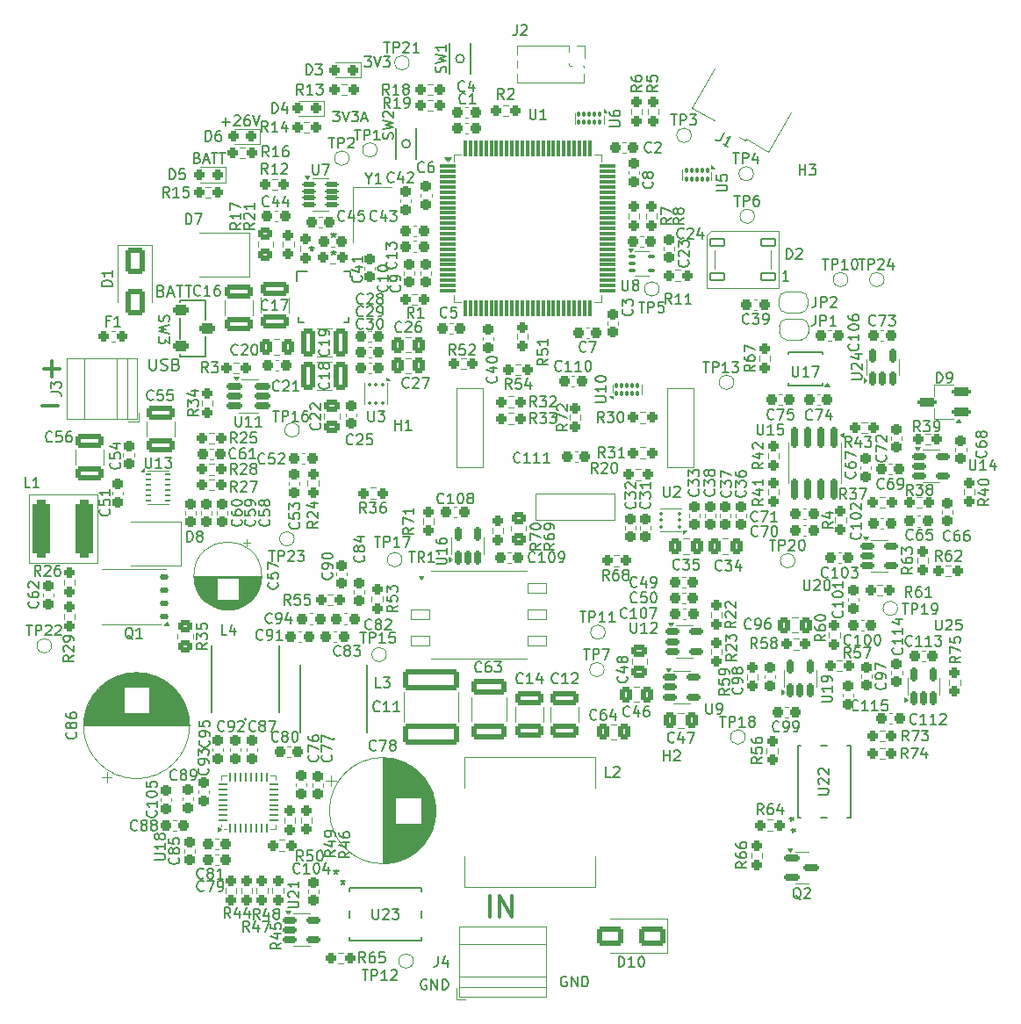
<source format=gbr>
%TF.GenerationSoftware,KiCad,Pcbnew,8.0.6*%
%TF.CreationDate,2025-01-23T19:41:03-07:00*%
%TF.ProjectId,UAM,55414d2e-6b69-4636-9164-5f7063625858,rev?*%
%TF.SameCoordinates,Original*%
%TF.FileFunction,Legend,Top*%
%TF.FilePolarity,Positive*%
%FSLAX46Y46*%
G04 Gerber Fmt 4.6, Leading zero omitted, Abs format (unit mm)*
G04 Created by KiCad (PCBNEW 8.0.6) date 2025-01-23 19:41:03*
%MOMM*%
%LPD*%
G01*
G04 APERTURE LIST*
G04 Aperture macros list*
%AMRoundRect*
0 Rectangle with rounded corners*
0 $1 Rounding radius*
0 $2 $3 $4 $5 $6 $7 $8 $9 X,Y pos of 4 corners*
0 Add a 4 corners polygon primitive as box body*
4,1,4,$2,$3,$4,$5,$6,$7,$8,$9,$2,$3,0*
0 Add four circle primitives for the rounded corners*
1,1,$1+$1,$2,$3*
1,1,$1+$1,$4,$5*
1,1,$1+$1,$6,$7*
1,1,$1+$1,$8,$9*
0 Add four rect primitives between the rounded corners*
20,1,$1+$1,$2,$3,$4,$5,0*
20,1,$1+$1,$4,$5,$6,$7,0*
20,1,$1+$1,$6,$7,$8,$9,0*
20,1,$1+$1,$8,$9,$2,$3,0*%
%AMHorizOval*
0 Thick line with rounded ends*
0 $1 width*
0 $2 $3 position (X,Y) of the first rounded end (center of the circle)*
0 $4 $5 position (X,Y) of the second rounded end (center of the circle)*
0 Add line between two ends*
20,1,$1,$2,$3,$4,$5,0*
0 Add two circle primitives to create the rounded ends*
1,1,$1,$2,$3*
1,1,$1,$4,$5*%
%AMFreePoly0*
4,1,17,2.675000,1.605000,1.875000,1.605000,1.875000,0.935000,2.675000,0.935000,2.675000,0.335000,1.875000,0.335000,1.875000,-0.335000,2.675000,-0.335000,2.675000,-0.935000,1.875000,-0.935000,1.875000,-1.605000,2.675000,-1.605000,2.675000,-2.205000,-1.875000,-2.205000,-1.875000,2.205000,2.675000,2.205000,2.675000,1.605000,2.675000,1.605000,$1*%
%AMFreePoly1*
4,1,19,0.000000,0.744911,0.071157,0.744911,0.207708,0.704816,0.327430,0.627875,0.420627,0.520320,0.479746,0.390866,0.500000,0.250000,0.500000,-0.250000,0.479746,-0.390866,0.420627,-0.520320,0.327430,-0.627875,0.207708,-0.704816,0.071157,-0.744911,0.000000,-0.744911,0.000000,-0.750000,-0.500000,-0.750000,-0.500000,0.750000,0.000000,0.750000,0.000000,0.744911,0.000000,0.744911,
$1*%
%AMFreePoly2*
4,1,19,0.500000,-0.750000,0.000000,-0.750000,0.000000,-0.744911,-0.071157,-0.744911,-0.207708,-0.704816,-0.327430,-0.627875,-0.420627,-0.520320,-0.479746,-0.390866,-0.500000,-0.250000,-0.500000,0.250000,-0.479746,0.390866,-0.420627,0.520320,-0.327430,0.627875,-0.207708,0.704816,-0.071157,0.744911,0.000000,0.744911,0.000000,0.750000,0.500000,0.750000,0.500000,-0.750000,0.500000,-0.750000,
$1*%
G04 Aperture macros list end*
%ADD10C,0.200000*%
%ADD11C,0.160000*%
%ADD12C,0.300000*%
%ADD13C,0.154000*%
%ADD14C,0.150000*%
%ADD15C,0.120000*%
%ADD16C,0.152400*%
%ADD17C,0.100000*%
%ADD18C,0.000000*%
%ADD19C,1.000000*%
%ADD20RoundRect,0.250000X-0.450000X0.350000X-0.450000X-0.350000X0.450000X-0.350000X0.450000X0.350000X0*%
%ADD21RoundRect,0.250000X1.100000X-0.412500X1.100000X0.412500X-1.100000X0.412500X-1.100000X-0.412500X0*%
%ADD22RoundRect,0.075000X-0.075000X-0.725000X0.075000X-0.725000X0.075000X0.725000X-0.075000X0.725000X0*%
%ADD23RoundRect,0.075000X-0.725000X-0.075000X0.725000X-0.075000X0.725000X0.075000X-0.725000X0.075000X0*%
%ADD24RoundRect,0.250000X-1.100000X0.412500X-1.100000X-0.412500X1.100000X-0.412500X1.100000X0.412500X0*%
%ADD25RoundRect,0.237500X0.300000X0.237500X-0.300000X0.237500X-0.300000X-0.237500X0.300000X-0.237500X0*%
%ADD26RoundRect,0.237500X-0.250000X-0.237500X0.250000X-0.237500X0.250000X0.237500X-0.250000X0.237500X0*%
%ADD27RoundRect,0.237500X0.237500X-0.300000X0.237500X0.300000X-0.237500X0.300000X-0.237500X-0.300000X0*%
%ADD28RoundRect,0.237500X0.250000X0.237500X-0.250000X0.237500X-0.250000X-0.237500X0.250000X-0.237500X0*%
%ADD29R,5.689600X1.600200*%
%ADD30C,2.700000*%
%ADD31RoundRect,0.237500X-0.237500X0.300000X-0.237500X-0.300000X0.237500X-0.300000X0.237500X0.300000X0*%
%ADD32RoundRect,0.237500X-0.237500X0.250000X-0.237500X-0.250000X0.237500X-0.250000X0.237500X0.250000X0*%
%ADD33R,3.500000X3.500000*%
%ADD34RoundRect,0.062500X0.337500X-0.062500X0.337500X0.062500X-0.337500X0.062500X-0.337500X-0.062500X0*%
%ADD35RoundRect,0.062500X0.062500X-0.337500X0.062500X0.337500X-0.062500X0.337500X-0.062500X-0.337500X0*%
%ADD36RoundRect,0.237500X-0.300000X-0.237500X0.300000X-0.237500X0.300000X0.237500X-0.300000X0.237500X0*%
%ADD37RoundRect,0.437500X-0.437500X-2.362500X0.437500X-2.362500X0.437500X2.362500X-0.437500X2.362500X0*%
%ADD38R,2.900000X5.400000*%
%ADD39RoundRect,0.237500X0.237500X-0.250000X0.237500X0.250000X-0.237500X0.250000X-0.237500X-0.250000X0*%
%ADD40RoundRect,0.150000X-0.150000X0.825000X-0.150000X-0.825000X0.150000X-0.825000X0.150000X0.825000X0*%
%ADD41R,1.500000X0.550000*%
%ADD42RoundRect,0.150000X-0.512500X-0.150000X0.512500X-0.150000X0.512500X0.150000X-0.512500X0.150000X0*%
%ADD43RoundRect,0.250000X0.337500X0.475000X-0.337500X0.475000X-0.337500X-0.475000X0.337500X-0.475000X0*%
%ADD44RoundRect,0.250000X-0.550000X0.250000X-0.550000X-0.250000X0.550000X-0.250000X0.550000X0.250000X0*%
%ADD45R,4.860000X3.360000*%
%ADD46R,1.400000X1.390000*%
%ADD47RoundRect,0.250000X-0.475000X0.337500X-0.475000X-0.337500X0.475000X-0.337500X0.475000X0.337500X0*%
%ADD48RoundRect,0.150000X0.150000X-0.512500X0.150000X0.512500X-0.150000X0.512500X-0.150000X-0.512500X0*%
%ADD49O,1.000000X1.000000*%
%ADD50R,1.000000X1.000000*%
%ADD51C,1.600000*%
%ADD52R,1.600000X1.600000*%
%ADD53RoundRect,0.250000X-1.450000X0.537500X-1.450000X-0.537500X1.450000X-0.537500X1.450000X0.537500X0*%
%ADD54RoundRect,0.125000X-0.537500X-0.125000X0.537500X-0.125000X0.537500X0.125000X-0.537500X0.125000X0*%
%ADD55RoundRect,0.237500X0.287500X0.237500X-0.287500X0.237500X-0.287500X-0.237500X0.287500X-0.237500X0*%
%ADD56RoundRect,0.250000X-0.337500X-0.475000X0.337500X-0.475000X0.337500X0.475000X-0.337500X0.475000X0*%
%ADD57RoundRect,0.250000X0.475000X-0.337500X0.475000X0.337500X-0.475000X0.337500X-0.475000X-0.337500X0*%
%ADD58C,2.000000*%
%ADD59R,2.000000X2.000000*%
%ADD60R,1.000000X1.600000*%
%ADD61RoundRect,0.093750X0.093750X0.106250X-0.093750X0.106250X-0.093750X-0.106250X0.093750X-0.106250X0*%
%ADD62RoundRect,0.090000X0.660000X0.360000X-0.660000X0.360000X-0.660000X-0.360000X0.660000X-0.360000X0*%
%ADD63RoundRect,0.075000X-0.075000X-0.200000X0.075000X-0.200000X0.075000X0.200000X-0.075000X0.200000X0*%
%ADD64RoundRect,0.250000X-0.650000X1.000000X-0.650000X-1.000000X0.650000X-1.000000X0.650000X1.000000X0*%
%ADD65RoundRect,0.250000X-0.412500X-1.100000X0.412500X-1.100000X0.412500X1.100000X-0.412500X1.100000X0*%
%ADD66RoundRect,0.200000X0.700000X0.200000X-0.700000X0.200000X-0.700000X-0.200000X0.700000X-0.200000X0*%
%ADD67RoundRect,0.162500X-0.617500X-0.162500X0.617500X-0.162500X0.617500X0.162500X-0.617500X0.162500X0*%
%ADD68RoundRect,0.250000X1.000000X0.650000X-1.000000X0.650000X-1.000000X-0.650000X1.000000X-0.650000X0*%
%ADD69RoundRect,0.249999X-2.450001X0.737501X-2.450001X-0.737501X2.450001X-0.737501X2.450001X0.737501X0*%
%ADD70RoundRect,0.075000X0.075000X0.200000X-0.075000X0.200000X-0.075000X-0.200000X0.075000X-0.200000X0*%
%ADD71HorizOval,0.900000X-0.175000X-0.303109X0.175000X0.303109X0*%
%ADD72RoundRect,0.250000X0.701314X0.114711X-0.251314X0.664711X-0.701314X-0.114711X0.251314X-0.664711X0*%
%ADD73RoundRect,0.250000X0.956218X0.256218X-0.256218X0.956218X-0.956218X-0.256218X0.256218X-0.956218X0*%
%ADD74RoundRect,0.100000X0.374103X0.447965X0.200897X0.547965X-0.374103X-0.447965X-0.200897X-0.547965X0*%
%ADD75R,1.100000X0.250000*%
%ADD76RoundRect,0.125000X0.300000X0.125000X-0.300000X0.125000X-0.300000X-0.125000X0.300000X-0.125000X0*%
%ADD77FreePoly0,180.000000*%
%ADD78R,1.701800X1.397000*%
%ADD79RoundRect,0.150000X-0.587500X-0.150000X0.587500X-0.150000X0.587500X0.150000X-0.587500X0.150000X0*%
%ADD80FreePoly1,180.000000*%
%ADD81FreePoly2,180.000000*%
%ADD82R,1.397000X1.701800*%
%ADD83R,1.600000X1.000000*%
%ADD84RoundRect,0.093750X-0.106250X0.093750X-0.106250X-0.093750X0.106250X-0.093750X0.106250X0.093750X0*%
%ADD85R,1.000000X2.650000*%
%ADD86RoundRect,0.062500X-0.187500X-0.062500X0.187500X-0.062500X0.187500X0.062500X-0.187500X0.062500X0*%
%ADD87R,0.399999X0.800001*%
%ADD88R,0.800001X0.399999*%
%ADD89R,1.100000X0.499999*%
%ADD90RoundRect,0.054500X-0.860500X-0.490500X0.860500X-0.490500X0.860500X0.490500X-0.860500X0.490500X0*%
%ADD91R,1.830000X1.090000*%
%ADD92R,1.300000X1.600000*%
%ADD93RoundRect,0.100000X-0.225000X-0.100000X0.225000X-0.100000X0.225000X0.100000X-0.225000X0.100000X0*%
%ADD94RoundRect,0.237500X-0.287500X-0.237500X0.287500X-0.237500X0.287500X0.237500X-0.287500X0.237500X0*%
%ADD95C,1.905000*%
G04 APERTURE END LIST*
D10*
X52936666Y-35861355D02*
X52936666Y-36099450D01*
X52698571Y-36004212D02*
X52936666Y-36099450D01*
X52936666Y-36099450D02*
X53174761Y-36004212D01*
X52793809Y-36289926D02*
X52936666Y-36099450D01*
X52936666Y-36099450D02*
X53079523Y-36289926D01*
D11*
X39790827Y-26949625D02*
X39933684Y-26997244D01*
X39933684Y-26997244D02*
X39981303Y-27044863D01*
X39981303Y-27044863D02*
X40028922Y-27140101D01*
X40028922Y-27140101D02*
X40028922Y-27282958D01*
X40028922Y-27282958D02*
X39981303Y-27378196D01*
X39981303Y-27378196D02*
X39933684Y-27425816D01*
X39933684Y-27425816D02*
X39838446Y-27473435D01*
X39838446Y-27473435D02*
X39457494Y-27473435D01*
X39457494Y-27473435D02*
X39457494Y-26473435D01*
X39457494Y-26473435D02*
X39790827Y-26473435D01*
X39790827Y-26473435D02*
X39886065Y-26521054D01*
X39886065Y-26521054D02*
X39933684Y-26568673D01*
X39933684Y-26568673D02*
X39981303Y-26663911D01*
X39981303Y-26663911D02*
X39981303Y-26759149D01*
X39981303Y-26759149D02*
X39933684Y-26854387D01*
X39933684Y-26854387D02*
X39886065Y-26902006D01*
X39886065Y-26902006D02*
X39790827Y-26949625D01*
X39790827Y-26949625D02*
X39457494Y-26949625D01*
X40409875Y-27187720D02*
X40886065Y-27187720D01*
X40314637Y-27473435D02*
X40647970Y-26473435D01*
X40647970Y-26473435D02*
X40981303Y-27473435D01*
X41171780Y-26473435D02*
X41743208Y-26473435D01*
X41457494Y-27473435D02*
X41457494Y-26473435D01*
X41933685Y-26473435D02*
X42505113Y-26473435D01*
X42219399Y-27473435D02*
X42219399Y-26473435D01*
X61891303Y-106211054D02*
X61796065Y-106163435D01*
X61796065Y-106163435D02*
X61653208Y-106163435D01*
X61653208Y-106163435D02*
X61510351Y-106211054D01*
X61510351Y-106211054D02*
X61415113Y-106306292D01*
X61415113Y-106306292D02*
X61367494Y-106401530D01*
X61367494Y-106401530D02*
X61319875Y-106592006D01*
X61319875Y-106592006D02*
X61319875Y-106734863D01*
X61319875Y-106734863D02*
X61367494Y-106925339D01*
X61367494Y-106925339D02*
X61415113Y-107020577D01*
X61415113Y-107020577D02*
X61510351Y-107115816D01*
X61510351Y-107115816D02*
X61653208Y-107163435D01*
X61653208Y-107163435D02*
X61748446Y-107163435D01*
X61748446Y-107163435D02*
X61891303Y-107115816D01*
X61891303Y-107115816D02*
X61938922Y-107068196D01*
X61938922Y-107068196D02*
X61938922Y-106734863D01*
X61938922Y-106734863D02*
X61748446Y-106734863D01*
X62367494Y-107163435D02*
X62367494Y-106163435D01*
X62367494Y-106163435D02*
X62938922Y-107163435D01*
X62938922Y-107163435D02*
X62938922Y-106163435D01*
X63415113Y-107163435D02*
X63415113Y-106163435D01*
X63415113Y-106163435D02*
X63653208Y-106163435D01*
X63653208Y-106163435D02*
X63796065Y-106211054D01*
X63796065Y-106211054D02*
X63891303Y-106306292D01*
X63891303Y-106306292D02*
X63938922Y-106401530D01*
X63938922Y-106401530D02*
X63986541Y-106592006D01*
X63986541Y-106592006D02*
X63986541Y-106734863D01*
X63986541Y-106734863D02*
X63938922Y-106925339D01*
X63938922Y-106925339D02*
X63891303Y-107020577D01*
X63891303Y-107020577D02*
X63796065Y-107115816D01*
X63796065Y-107115816D02*
X63653208Y-107163435D01*
X63653208Y-107163435D02*
X63415113Y-107163435D01*
X35191303Y-46351196D02*
X35191303Y-47241673D01*
X35191303Y-47241673D02*
X35243684Y-47346435D01*
X35243684Y-47346435D02*
X35296065Y-47398816D01*
X35296065Y-47398816D02*
X35400827Y-47451196D01*
X35400827Y-47451196D02*
X35610351Y-47451196D01*
X35610351Y-47451196D02*
X35715113Y-47398816D01*
X35715113Y-47398816D02*
X35767494Y-47346435D01*
X35767494Y-47346435D02*
X35819875Y-47241673D01*
X35819875Y-47241673D02*
X35819875Y-46351196D01*
X36291303Y-47398816D02*
X36448446Y-47451196D01*
X36448446Y-47451196D02*
X36710351Y-47451196D01*
X36710351Y-47451196D02*
X36815113Y-47398816D01*
X36815113Y-47398816D02*
X36867494Y-47346435D01*
X36867494Y-47346435D02*
X36919875Y-47241673D01*
X36919875Y-47241673D02*
X36919875Y-47136911D01*
X36919875Y-47136911D02*
X36867494Y-47032149D01*
X36867494Y-47032149D02*
X36815113Y-46979768D01*
X36815113Y-46979768D02*
X36710351Y-46927387D01*
X36710351Y-46927387D02*
X36500827Y-46875006D01*
X36500827Y-46875006D02*
X36396065Y-46822625D01*
X36396065Y-46822625D02*
X36343684Y-46770244D01*
X36343684Y-46770244D02*
X36291303Y-46665482D01*
X36291303Y-46665482D02*
X36291303Y-46560720D01*
X36291303Y-46560720D02*
X36343684Y-46455958D01*
X36343684Y-46455958D02*
X36396065Y-46403577D01*
X36396065Y-46403577D02*
X36500827Y-46351196D01*
X36500827Y-46351196D02*
X36762732Y-46351196D01*
X36762732Y-46351196D02*
X36919875Y-46403577D01*
X37757970Y-46875006D02*
X37915113Y-46927387D01*
X37915113Y-46927387D02*
X37967494Y-46979768D01*
X37967494Y-46979768D02*
X38019875Y-47084530D01*
X38019875Y-47084530D02*
X38019875Y-47241673D01*
X38019875Y-47241673D02*
X37967494Y-47346435D01*
X37967494Y-47346435D02*
X37915113Y-47398816D01*
X37915113Y-47398816D02*
X37810351Y-47451196D01*
X37810351Y-47451196D02*
X37391303Y-47451196D01*
X37391303Y-47451196D02*
X37391303Y-46351196D01*
X37391303Y-46351196D02*
X37757970Y-46351196D01*
X37757970Y-46351196D02*
X37862732Y-46403577D01*
X37862732Y-46403577D02*
X37915113Y-46455958D01*
X37915113Y-46455958D02*
X37967494Y-46560720D01*
X37967494Y-46560720D02*
X37967494Y-46665482D01*
X37967494Y-46665482D02*
X37915113Y-46770244D01*
X37915113Y-46770244D02*
X37862732Y-46822625D01*
X37862732Y-46822625D02*
X37757970Y-46875006D01*
X37757970Y-46875006D02*
X37391303Y-46875006D01*
D12*
X24997694Y-47271869D02*
X26521504Y-47271869D01*
X25759599Y-48033774D02*
X25759599Y-46509964D01*
X67997694Y-100133774D02*
X67997694Y-98133774D01*
X68950075Y-100133774D02*
X68950075Y-98133774D01*
X68950075Y-98133774D02*
X70092932Y-100133774D01*
X70092932Y-100133774D02*
X70092932Y-98133774D01*
D11*
X75391303Y-105911054D02*
X75296065Y-105863435D01*
X75296065Y-105863435D02*
X75153208Y-105863435D01*
X75153208Y-105863435D02*
X75010351Y-105911054D01*
X75010351Y-105911054D02*
X74915113Y-106006292D01*
X74915113Y-106006292D02*
X74867494Y-106101530D01*
X74867494Y-106101530D02*
X74819875Y-106292006D01*
X74819875Y-106292006D02*
X74819875Y-106434863D01*
X74819875Y-106434863D02*
X74867494Y-106625339D01*
X74867494Y-106625339D02*
X74915113Y-106720577D01*
X74915113Y-106720577D02*
X75010351Y-106815816D01*
X75010351Y-106815816D02*
X75153208Y-106863435D01*
X75153208Y-106863435D02*
X75248446Y-106863435D01*
X75248446Y-106863435D02*
X75391303Y-106815816D01*
X75391303Y-106815816D02*
X75438922Y-106768196D01*
X75438922Y-106768196D02*
X75438922Y-106434863D01*
X75438922Y-106434863D02*
X75248446Y-106434863D01*
X75867494Y-106863435D02*
X75867494Y-105863435D01*
X75867494Y-105863435D02*
X76438922Y-106863435D01*
X76438922Y-106863435D02*
X76438922Y-105863435D01*
X76915113Y-106863435D02*
X76915113Y-105863435D01*
X76915113Y-105863435D02*
X77153208Y-105863435D01*
X77153208Y-105863435D02*
X77296065Y-105911054D01*
X77296065Y-105911054D02*
X77391303Y-106006292D01*
X77391303Y-106006292D02*
X77438922Y-106101530D01*
X77438922Y-106101530D02*
X77486541Y-106292006D01*
X77486541Y-106292006D02*
X77486541Y-106434863D01*
X77486541Y-106434863D02*
X77438922Y-106625339D01*
X77438922Y-106625339D02*
X77391303Y-106720577D01*
X77391303Y-106720577D02*
X77296065Y-106815816D01*
X77296065Y-106815816D02*
X77153208Y-106863435D01*
X77153208Y-106863435D02*
X76915113Y-106863435D01*
X36257970Y-39775006D02*
X36415113Y-39827387D01*
X36415113Y-39827387D02*
X36467494Y-39879768D01*
X36467494Y-39879768D02*
X36519875Y-39984530D01*
X36519875Y-39984530D02*
X36519875Y-40141673D01*
X36519875Y-40141673D02*
X36467494Y-40246435D01*
X36467494Y-40246435D02*
X36415113Y-40298816D01*
X36415113Y-40298816D02*
X36310351Y-40351196D01*
X36310351Y-40351196D02*
X35891303Y-40351196D01*
X35891303Y-40351196D02*
X35891303Y-39251196D01*
X35891303Y-39251196D02*
X36257970Y-39251196D01*
X36257970Y-39251196D02*
X36362732Y-39303577D01*
X36362732Y-39303577D02*
X36415113Y-39355958D01*
X36415113Y-39355958D02*
X36467494Y-39460720D01*
X36467494Y-39460720D02*
X36467494Y-39565482D01*
X36467494Y-39565482D02*
X36415113Y-39670244D01*
X36415113Y-39670244D02*
X36362732Y-39722625D01*
X36362732Y-39722625D02*
X36257970Y-39775006D01*
X36257970Y-39775006D02*
X35891303Y-39775006D01*
X36938922Y-40036911D02*
X37462732Y-40036911D01*
X36834160Y-40351196D02*
X37200827Y-39251196D01*
X37200827Y-39251196D02*
X37567494Y-40351196D01*
X37777017Y-39251196D02*
X38405589Y-39251196D01*
X38091303Y-40351196D02*
X38091303Y-39251196D01*
X38615112Y-39251196D02*
X39243684Y-39251196D01*
X38929398Y-40351196D02*
X38929398Y-39251196D01*
X55922256Y-17193435D02*
X56541303Y-17193435D01*
X56541303Y-17193435D02*
X56207970Y-17574387D01*
X56207970Y-17574387D02*
X56350827Y-17574387D01*
X56350827Y-17574387D02*
X56446065Y-17622006D01*
X56446065Y-17622006D02*
X56493684Y-17669625D01*
X56493684Y-17669625D02*
X56541303Y-17764863D01*
X56541303Y-17764863D02*
X56541303Y-18002958D01*
X56541303Y-18002958D02*
X56493684Y-18098196D01*
X56493684Y-18098196D02*
X56446065Y-18145816D01*
X56446065Y-18145816D02*
X56350827Y-18193435D01*
X56350827Y-18193435D02*
X56065113Y-18193435D01*
X56065113Y-18193435D02*
X55969875Y-18145816D01*
X55969875Y-18145816D02*
X55922256Y-18098196D01*
X56827018Y-17193435D02*
X57160351Y-18193435D01*
X57160351Y-18193435D02*
X57493684Y-17193435D01*
X57731780Y-17193435D02*
X58350827Y-17193435D01*
X58350827Y-17193435D02*
X58017494Y-17574387D01*
X58017494Y-17574387D02*
X58160351Y-17574387D01*
X58160351Y-17574387D02*
X58255589Y-17622006D01*
X58255589Y-17622006D02*
X58303208Y-17669625D01*
X58303208Y-17669625D02*
X58350827Y-17764863D01*
X58350827Y-17764863D02*
X58350827Y-18002958D01*
X58350827Y-18002958D02*
X58303208Y-18098196D01*
X58303208Y-18098196D02*
X58255589Y-18145816D01*
X58255589Y-18145816D02*
X58160351Y-18193435D01*
X58160351Y-18193435D02*
X57874637Y-18193435D01*
X57874637Y-18193435D02*
X57779399Y-18145816D01*
X57779399Y-18145816D02*
X57731780Y-18098196D01*
X52872256Y-22463435D02*
X53491303Y-22463435D01*
X53491303Y-22463435D02*
X53157970Y-22844387D01*
X53157970Y-22844387D02*
X53300827Y-22844387D01*
X53300827Y-22844387D02*
X53396065Y-22892006D01*
X53396065Y-22892006D02*
X53443684Y-22939625D01*
X53443684Y-22939625D02*
X53491303Y-23034863D01*
X53491303Y-23034863D02*
X53491303Y-23272958D01*
X53491303Y-23272958D02*
X53443684Y-23368196D01*
X53443684Y-23368196D02*
X53396065Y-23415816D01*
X53396065Y-23415816D02*
X53300827Y-23463435D01*
X53300827Y-23463435D02*
X53015113Y-23463435D01*
X53015113Y-23463435D02*
X52919875Y-23415816D01*
X52919875Y-23415816D02*
X52872256Y-23368196D01*
X53777018Y-22463435D02*
X54110351Y-23463435D01*
X54110351Y-23463435D02*
X54443684Y-22463435D01*
X54681780Y-22463435D02*
X55300827Y-22463435D01*
X55300827Y-22463435D02*
X54967494Y-22844387D01*
X54967494Y-22844387D02*
X55110351Y-22844387D01*
X55110351Y-22844387D02*
X55205589Y-22892006D01*
X55205589Y-22892006D02*
X55253208Y-22939625D01*
X55253208Y-22939625D02*
X55300827Y-23034863D01*
X55300827Y-23034863D02*
X55300827Y-23272958D01*
X55300827Y-23272958D02*
X55253208Y-23368196D01*
X55253208Y-23368196D02*
X55205589Y-23415816D01*
X55205589Y-23415816D02*
X55110351Y-23463435D01*
X55110351Y-23463435D02*
X54824637Y-23463435D01*
X54824637Y-23463435D02*
X54729399Y-23415816D01*
X54729399Y-23415816D02*
X54681780Y-23368196D01*
X55681780Y-23177720D02*
X56157970Y-23177720D01*
X55586542Y-23463435D02*
X55919875Y-22463435D01*
X55919875Y-22463435D02*
X56253208Y-23463435D01*
D12*
X24797694Y-50871869D02*
X26321504Y-50871869D01*
D10*
X50836666Y-35461355D02*
X50836666Y-35699450D01*
X50598571Y-35604212D02*
X50836666Y-35699450D01*
X50836666Y-35699450D02*
X51074761Y-35604212D01*
X50693809Y-35889926D02*
X50836666Y-35699450D01*
X50836666Y-35699450D02*
X50979523Y-35889926D01*
X52936666Y-34161355D02*
X52936666Y-34399450D01*
X52698571Y-34304212D02*
X52936666Y-34399450D01*
X52936666Y-34399450D02*
X53174761Y-34304212D01*
X52793809Y-34589926D02*
X52936666Y-34399450D01*
X52936666Y-34399450D02*
X53079523Y-34589926D01*
D11*
X42167494Y-23482482D02*
X42929399Y-23482482D01*
X42548446Y-23863435D02*
X42548446Y-23101530D01*
X43357970Y-22958673D02*
X43405589Y-22911054D01*
X43405589Y-22911054D02*
X43500827Y-22863435D01*
X43500827Y-22863435D02*
X43738922Y-22863435D01*
X43738922Y-22863435D02*
X43834160Y-22911054D01*
X43834160Y-22911054D02*
X43881779Y-22958673D01*
X43881779Y-22958673D02*
X43929398Y-23053911D01*
X43929398Y-23053911D02*
X43929398Y-23149149D01*
X43929398Y-23149149D02*
X43881779Y-23292006D01*
X43881779Y-23292006D02*
X43310351Y-23863435D01*
X43310351Y-23863435D02*
X43929398Y-23863435D01*
X44786541Y-22863435D02*
X44596065Y-22863435D01*
X44596065Y-22863435D02*
X44500827Y-22911054D01*
X44500827Y-22911054D02*
X44453208Y-22958673D01*
X44453208Y-22958673D02*
X44357970Y-23101530D01*
X44357970Y-23101530D02*
X44310351Y-23292006D01*
X44310351Y-23292006D02*
X44310351Y-23672958D01*
X44310351Y-23672958D02*
X44357970Y-23768196D01*
X44357970Y-23768196D02*
X44405589Y-23815816D01*
X44405589Y-23815816D02*
X44500827Y-23863435D01*
X44500827Y-23863435D02*
X44691303Y-23863435D01*
X44691303Y-23863435D02*
X44786541Y-23815816D01*
X44786541Y-23815816D02*
X44834160Y-23768196D01*
X44834160Y-23768196D02*
X44881779Y-23672958D01*
X44881779Y-23672958D02*
X44881779Y-23434863D01*
X44881779Y-23434863D02*
X44834160Y-23339625D01*
X44834160Y-23339625D02*
X44786541Y-23292006D01*
X44786541Y-23292006D02*
X44691303Y-23244387D01*
X44691303Y-23244387D02*
X44500827Y-23244387D01*
X44500827Y-23244387D02*
X44405589Y-23292006D01*
X44405589Y-23292006D02*
X44357970Y-23339625D01*
X44357970Y-23339625D02*
X44310351Y-23434863D01*
X45167494Y-22863435D02*
X45500827Y-23863435D01*
X45500827Y-23863435D02*
X45834160Y-22863435D01*
D13*
X91562231Y-30592148D02*
X92133659Y-30592148D01*
X91847945Y-31608148D02*
X91847945Y-30592148D01*
X92466993Y-31608148D02*
X92466993Y-30592148D01*
X92466993Y-30592148D02*
X92847945Y-30592148D01*
X92847945Y-30592148D02*
X92943183Y-30640529D01*
X92943183Y-30640529D02*
X92990802Y-30688910D01*
X92990802Y-30688910D02*
X93038421Y-30785672D01*
X93038421Y-30785672D02*
X93038421Y-30930815D01*
X93038421Y-30930815D02*
X92990802Y-31027577D01*
X92990802Y-31027577D02*
X92943183Y-31075958D01*
X92943183Y-31075958D02*
X92847945Y-31124339D01*
X92847945Y-31124339D02*
X92466993Y-31124339D01*
X93895564Y-30592148D02*
X93705088Y-30592148D01*
X93705088Y-30592148D02*
X93609850Y-30640529D01*
X93609850Y-30640529D02*
X93562231Y-30688910D01*
X93562231Y-30688910D02*
X93466993Y-30834053D01*
X93466993Y-30834053D02*
X93419374Y-31027577D01*
X93419374Y-31027577D02*
X93419374Y-31414625D01*
X93419374Y-31414625D02*
X93466993Y-31511387D01*
X93466993Y-31511387D02*
X93514612Y-31559768D01*
X93514612Y-31559768D02*
X93609850Y-31608148D01*
X93609850Y-31608148D02*
X93800326Y-31608148D01*
X93800326Y-31608148D02*
X93895564Y-31559768D01*
X93895564Y-31559768D02*
X93943183Y-31511387D01*
X93943183Y-31511387D02*
X93990802Y-31414625D01*
X93990802Y-31414625D02*
X93990802Y-31172720D01*
X93990802Y-31172720D02*
X93943183Y-31075958D01*
X93943183Y-31075958D02*
X93895564Y-31027577D01*
X93895564Y-31027577D02*
X93800326Y-30979196D01*
X93800326Y-30979196D02*
X93609850Y-30979196D01*
X93609850Y-30979196D02*
X93514612Y-31027577D01*
X93514612Y-31027577D02*
X93466993Y-31075958D01*
X93466993Y-31075958D02*
X93419374Y-31172720D01*
X40736148Y-73736993D02*
X40252339Y-74070326D01*
X40736148Y-74308421D02*
X39720148Y-74308421D01*
X39720148Y-74308421D02*
X39720148Y-73927469D01*
X39720148Y-73927469D02*
X39768529Y-73832231D01*
X39768529Y-73832231D02*
X39816910Y-73784612D01*
X39816910Y-73784612D02*
X39913672Y-73736993D01*
X39913672Y-73736993D02*
X40058815Y-73736993D01*
X40058815Y-73736993D02*
X40155577Y-73784612D01*
X40155577Y-73784612D02*
X40203958Y-73832231D01*
X40203958Y-73832231D02*
X40252339Y-73927469D01*
X40252339Y-73927469D02*
X40252339Y-74308421D01*
X39720148Y-73403659D02*
X39720148Y-72784612D01*
X39720148Y-72784612D02*
X40107196Y-73117945D01*
X40107196Y-73117945D02*
X40107196Y-72975088D01*
X40107196Y-72975088D02*
X40155577Y-72879850D01*
X40155577Y-72879850D02*
X40203958Y-72832231D01*
X40203958Y-72832231D02*
X40300720Y-72784612D01*
X40300720Y-72784612D02*
X40542625Y-72784612D01*
X40542625Y-72784612D02*
X40639387Y-72832231D01*
X40639387Y-72832231D02*
X40687768Y-72879850D01*
X40687768Y-72879850D02*
X40736148Y-72975088D01*
X40736148Y-72975088D02*
X40736148Y-73260802D01*
X40736148Y-73260802D02*
X40687768Y-73356040D01*
X40687768Y-73356040D02*
X40639387Y-73403659D01*
X39720148Y-71879850D02*
X39720148Y-72356040D01*
X39720148Y-72356040D02*
X40203958Y-72403659D01*
X40203958Y-72403659D02*
X40155577Y-72356040D01*
X40155577Y-72356040D02*
X40107196Y-72260802D01*
X40107196Y-72260802D02*
X40107196Y-72022707D01*
X40107196Y-72022707D02*
X40155577Y-71927469D01*
X40155577Y-71927469D02*
X40203958Y-71879850D01*
X40203958Y-71879850D02*
X40300720Y-71832231D01*
X40300720Y-71832231D02*
X40542625Y-71832231D01*
X40542625Y-71832231D02*
X40639387Y-71879850D01*
X40639387Y-71879850D02*
X40687768Y-71927469D01*
X40687768Y-71927469D02*
X40736148Y-72022707D01*
X40736148Y-72022707D02*
X40736148Y-72260802D01*
X40736148Y-72260802D02*
X40687768Y-72356040D01*
X40687768Y-72356040D02*
X40639387Y-72403659D01*
X35543778Y-50259387D02*
X35496159Y-50307768D01*
X35496159Y-50307768D02*
X35353302Y-50356148D01*
X35353302Y-50356148D02*
X35258064Y-50356148D01*
X35258064Y-50356148D02*
X35115207Y-50307768D01*
X35115207Y-50307768D02*
X35019969Y-50211006D01*
X35019969Y-50211006D02*
X34972350Y-50114244D01*
X34972350Y-50114244D02*
X34924731Y-49920720D01*
X34924731Y-49920720D02*
X34924731Y-49775577D01*
X34924731Y-49775577D02*
X34972350Y-49582053D01*
X34972350Y-49582053D02*
X35019969Y-49485291D01*
X35019969Y-49485291D02*
X35115207Y-49388529D01*
X35115207Y-49388529D02*
X35258064Y-49340148D01*
X35258064Y-49340148D02*
X35353302Y-49340148D01*
X35353302Y-49340148D02*
X35496159Y-49388529D01*
X35496159Y-49388529D02*
X35543778Y-49436910D01*
X36448540Y-49340148D02*
X35972350Y-49340148D01*
X35972350Y-49340148D02*
X35924731Y-49823958D01*
X35924731Y-49823958D02*
X35972350Y-49775577D01*
X35972350Y-49775577D02*
X36067588Y-49727196D01*
X36067588Y-49727196D02*
X36305683Y-49727196D01*
X36305683Y-49727196D02*
X36400921Y-49775577D01*
X36400921Y-49775577D02*
X36448540Y-49823958D01*
X36448540Y-49823958D02*
X36496159Y-49920720D01*
X36496159Y-49920720D02*
X36496159Y-50162625D01*
X36496159Y-50162625D02*
X36448540Y-50259387D01*
X36448540Y-50259387D02*
X36400921Y-50307768D01*
X36400921Y-50307768D02*
X36305683Y-50356148D01*
X36305683Y-50356148D02*
X36067588Y-50356148D01*
X36067588Y-50356148D02*
X35972350Y-50307768D01*
X35972350Y-50307768D02*
X35924731Y-50259387D01*
X37400921Y-49340148D02*
X36924731Y-49340148D01*
X36924731Y-49340148D02*
X36877112Y-49823958D01*
X36877112Y-49823958D02*
X36924731Y-49775577D01*
X36924731Y-49775577D02*
X37019969Y-49727196D01*
X37019969Y-49727196D02*
X37258064Y-49727196D01*
X37258064Y-49727196D02*
X37353302Y-49775577D01*
X37353302Y-49775577D02*
X37400921Y-49823958D01*
X37400921Y-49823958D02*
X37448540Y-49920720D01*
X37448540Y-49920720D02*
X37448540Y-50162625D01*
X37448540Y-50162625D02*
X37400921Y-50259387D01*
X37400921Y-50259387D02*
X37353302Y-50307768D01*
X37353302Y-50307768D02*
X37258064Y-50356148D01*
X37258064Y-50356148D02*
X37019969Y-50356148D01*
X37019969Y-50356148D02*
X36924731Y-50307768D01*
X36924731Y-50307768D02*
X36877112Y-50259387D01*
X71862231Y-22240148D02*
X71862231Y-23062625D01*
X71862231Y-23062625D02*
X71909850Y-23159387D01*
X71909850Y-23159387D02*
X71957469Y-23207768D01*
X71957469Y-23207768D02*
X72052707Y-23256148D01*
X72052707Y-23256148D02*
X72243183Y-23256148D01*
X72243183Y-23256148D02*
X72338421Y-23207768D01*
X72338421Y-23207768D02*
X72386040Y-23159387D01*
X72386040Y-23159387D02*
X72433659Y-23062625D01*
X72433659Y-23062625D02*
X72433659Y-22240148D01*
X73433659Y-23256148D02*
X72862231Y-23256148D01*
X73147945Y-23256148D02*
X73147945Y-22240148D01*
X73147945Y-22240148D02*
X73052707Y-22385291D01*
X73052707Y-22385291D02*
X72957469Y-22482053D01*
X72957469Y-22482053D02*
X72862231Y-22530434D01*
X90186041Y-80792148D02*
X90757469Y-80792148D01*
X90471755Y-81808148D02*
X90471755Y-80792148D01*
X91090803Y-81808148D02*
X91090803Y-80792148D01*
X91090803Y-80792148D02*
X91471755Y-80792148D01*
X91471755Y-80792148D02*
X91566993Y-80840529D01*
X91566993Y-80840529D02*
X91614612Y-80888910D01*
X91614612Y-80888910D02*
X91662231Y-80985672D01*
X91662231Y-80985672D02*
X91662231Y-81130815D01*
X91662231Y-81130815D02*
X91614612Y-81227577D01*
X91614612Y-81227577D02*
X91566993Y-81275958D01*
X91566993Y-81275958D02*
X91471755Y-81324339D01*
X91471755Y-81324339D02*
X91090803Y-81324339D01*
X92614612Y-81808148D02*
X92043184Y-81808148D01*
X92328898Y-81808148D02*
X92328898Y-80792148D01*
X92328898Y-80792148D02*
X92233660Y-80937291D01*
X92233660Y-80937291D02*
X92138422Y-81034053D01*
X92138422Y-81034053D02*
X92043184Y-81082434D01*
X93186041Y-81227577D02*
X93090803Y-81179196D01*
X93090803Y-81179196D02*
X93043184Y-81130815D01*
X93043184Y-81130815D02*
X92995565Y-81034053D01*
X92995565Y-81034053D02*
X92995565Y-80985672D01*
X92995565Y-80985672D02*
X93043184Y-80888910D01*
X93043184Y-80888910D02*
X93090803Y-80840529D01*
X93090803Y-80840529D02*
X93186041Y-80792148D01*
X93186041Y-80792148D02*
X93376517Y-80792148D01*
X93376517Y-80792148D02*
X93471755Y-80840529D01*
X93471755Y-80840529D02*
X93519374Y-80888910D01*
X93519374Y-80888910D02*
X93566993Y-80985672D01*
X93566993Y-80985672D02*
X93566993Y-81034053D01*
X93566993Y-81034053D02*
X93519374Y-81130815D01*
X93519374Y-81130815D02*
X93471755Y-81179196D01*
X93471755Y-81179196D02*
X93376517Y-81227577D01*
X93376517Y-81227577D02*
X93186041Y-81227577D01*
X93186041Y-81227577D02*
X93090803Y-81275958D01*
X93090803Y-81275958D02*
X93043184Y-81324339D01*
X93043184Y-81324339D02*
X92995565Y-81421101D01*
X92995565Y-81421101D02*
X92995565Y-81614625D01*
X92995565Y-81614625D02*
X93043184Y-81711387D01*
X93043184Y-81711387D02*
X93090803Y-81759768D01*
X93090803Y-81759768D02*
X93186041Y-81808148D01*
X93186041Y-81808148D02*
X93376517Y-81808148D01*
X93376517Y-81808148D02*
X93471755Y-81759768D01*
X93471755Y-81759768D02*
X93519374Y-81711387D01*
X93519374Y-81711387D02*
X93566993Y-81614625D01*
X93566993Y-81614625D02*
X93566993Y-81421101D01*
X93566993Y-81421101D02*
X93519374Y-81324339D01*
X93519374Y-81324339D02*
X93471755Y-81275958D01*
X93471755Y-81275958D02*
X93376517Y-81227577D01*
X107786041Y-69940148D02*
X108357469Y-69940148D01*
X108071755Y-70956148D02*
X108071755Y-69940148D01*
X108690803Y-70956148D02*
X108690803Y-69940148D01*
X108690803Y-69940148D02*
X109071755Y-69940148D01*
X109071755Y-69940148D02*
X109166993Y-69988529D01*
X109166993Y-69988529D02*
X109214612Y-70036910D01*
X109214612Y-70036910D02*
X109262231Y-70133672D01*
X109262231Y-70133672D02*
X109262231Y-70278815D01*
X109262231Y-70278815D02*
X109214612Y-70375577D01*
X109214612Y-70375577D02*
X109166993Y-70423958D01*
X109166993Y-70423958D02*
X109071755Y-70472339D01*
X109071755Y-70472339D02*
X108690803Y-70472339D01*
X110214612Y-70956148D02*
X109643184Y-70956148D01*
X109928898Y-70956148D02*
X109928898Y-69940148D01*
X109928898Y-69940148D02*
X109833660Y-70085291D01*
X109833660Y-70085291D02*
X109738422Y-70182053D01*
X109738422Y-70182053D02*
X109643184Y-70230434D01*
X110690803Y-70956148D02*
X110881279Y-70956148D01*
X110881279Y-70956148D02*
X110976517Y-70907768D01*
X110976517Y-70907768D02*
X111024136Y-70859387D01*
X111024136Y-70859387D02*
X111119374Y-70714244D01*
X111119374Y-70714244D02*
X111166993Y-70520720D01*
X111166993Y-70520720D02*
X111166993Y-70133672D01*
X111166993Y-70133672D02*
X111119374Y-70036910D01*
X111119374Y-70036910D02*
X111071755Y-69988529D01*
X111071755Y-69988529D02*
X110976517Y-69940148D01*
X110976517Y-69940148D02*
X110786041Y-69940148D01*
X110786041Y-69940148D02*
X110690803Y-69988529D01*
X110690803Y-69988529D02*
X110643184Y-70036910D01*
X110643184Y-70036910D02*
X110595565Y-70133672D01*
X110595565Y-70133672D02*
X110595565Y-70375577D01*
X110595565Y-70375577D02*
X110643184Y-70472339D01*
X110643184Y-70472339D02*
X110690803Y-70520720D01*
X110690803Y-70520720D02*
X110786041Y-70569101D01*
X110786041Y-70569101D02*
X110976517Y-70569101D01*
X110976517Y-70569101D02*
X111071755Y-70520720D01*
X111071755Y-70520720D02*
X111119374Y-70472339D01*
X111119374Y-70472339D02*
X111166993Y-70375577D01*
X46581278Y-41559387D02*
X46533659Y-41607768D01*
X46533659Y-41607768D02*
X46390802Y-41656148D01*
X46390802Y-41656148D02*
X46295564Y-41656148D01*
X46295564Y-41656148D02*
X46152707Y-41607768D01*
X46152707Y-41607768D02*
X46057469Y-41511006D01*
X46057469Y-41511006D02*
X46009850Y-41414244D01*
X46009850Y-41414244D02*
X45962231Y-41220720D01*
X45962231Y-41220720D02*
X45962231Y-41075577D01*
X45962231Y-41075577D02*
X46009850Y-40882053D01*
X46009850Y-40882053D02*
X46057469Y-40785291D01*
X46057469Y-40785291D02*
X46152707Y-40688529D01*
X46152707Y-40688529D02*
X46295564Y-40640148D01*
X46295564Y-40640148D02*
X46390802Y-40640148D01*
X46390802Y-40640148D02*
X46533659Y-40688529D01*
X46533659Y-40688529D02*
X46581278Y-40736910D01*
X47533659Y-41656148D02*
X46962231Y-41656148D01*
X47247945Y-41656148D02*
X47247945Y-40640148D01*
X47247945Y-40640148D02*
X47152707Y-40785291D01*
X47152707Y-40785291D02*
X47057469Y-40882053D01*
X47057469Y-40882053D02*
X46962231Y-40930434D01*
X47866993Y-40640148D02*
X48533659Y-40640148D01*
X48533659Y-40640148D02*
X48105088Y-41656148D01*
X47681278Y-49359387D02*
X47633659Y-49407768D01*
X47633659Y-49407768D02*
X47490802Y-49456148D01*
X47490802Y-49456148D02*
X47395564Y-49456148D01*
X47395564Y-49456148D02*
X47252707Y-49407768D01*
X47252707Y-49407768D02*
X47157469Y-49311006D01*
X47157469Y-49311006D02*
X47109850Y-49214244D01*
X47109850Y-49214244D02*
X47062231Y-49020720D01*
X47062231Y-49020720D02*
X47062231Y-48875577D01*
X47062231Y-48875577D02*
X47109850Y-48682053D01*
X47109850Y-48682053D02*
X47157469Y-48585291D01*
X47157469Y-48585291D02*
X47252707Y-48488529D01*
X47252707Y-48488529D02*
X47395564Y-48440148D01*
X47395564Y-48440148D02*
X47490802Y-48440148D01*
X47490802Y-48440148D02*
X47633659Y-48488529D01*
X47633659Y-48488529D02*
X47681278Y-48536910D01*
X48062231Y-48536910D02*
X48109850Y-48488529D01*
X48109850Y-48488529D02*
X48205088Y-48440148D01*
X48205088Y-48440148D02*
X48443183Y-48440148D01*
X48443183Y-48440148D02*
X48538421Y-48488529D01*
X48538421Y-48488529D02*
X48586040Y-48536910D01*
X48586040Y-48536910D02*
X48633659Y-48633672D01*
X48633659Y-48633672D02*
X48633659Y-48730434D01*
X48633659Y-48730434D02*
X48586040Y-48875577D01*
X48586040Y-48875577D02*
X48014612Y-49456148D01*
X48014612Y-49456148D02*
X48633659Y-49456148D01*
X49586040Y-49456148D02*
X49014612Y-49456148D01*
X49300326Y-49456148D02*
X49300326Y-48440148D01*
X49300326Y-48440148D02*
X49205088Y-48585291D01*
X49205088Y-48585291D02*
X49109850Y-48682053D01*
X49109850Y-48682053D02*
X49014612Y-48730434D01*
X102781278Y-75156148D02*
X102447945Y-74672339D01*
X102209850Y-75156148D02*
X102209850Y-74140148D01*
X102209850Y-74140148D02*
X102590802Y-74140148D01*
X102590802Y-74140148D02*
X102686040Y-74188529D01*
X102686040Y-74188529D02*
X102733659Y-74236910D01*
X102733659Y-74236910D02*
X102781278Y-74333672D01*
X102781278Y-74333672D02*
X102781278Y-74478815D01*
X102781278Y-74478815D02*
X102733659Y-74575577D01*
X102733659Y-74575577D02*
X102686040Y-74623958D01*
X102686040Y-74623958D02*
X102590802Y-74672339D01*
X102590802Y-74672339D02*
X102209850Y-74672339D01*
X103686040Y-74140148D02*
X103209850Y-74140148D01*
X103209850Y-74140148D02*
X103162231Y-74623958D01*
X103162231Y-74623958D02*
X103209850Y-74575577D01*
X103209850Y-74575577D02*
X103305088Y-74527196D01*
X103305088Y-74527196D02*
X103543183Y-74527196D01*
X103543183Y-74527196D02*
X103638421Y-74575577D01*
X103638421Y-74575577D02*
X103686040Y-74623958D01*
X103686040Y-74623958D02*
X103733659Y-74720720D01*
X103733659Y-74720720D02*
X103733659Y-74962625D01*
X103733659Y-74962625D02*
X103686040Y-75059387D01*
X103686040Y-75059387D02*
X103638421Y-75107768D01*
X103638421Y-75107768D02*
X103543183Y-75156148D01*
X103543183Y-75156148D02*
X103305088Y-75156148D01*
X103305088Y-75156148D02*
X103209850Y-75107768D01*
X103209850Y-75107768D02*
X103162231Y-75059387D01*
X104066993Y-74140148D02*
X104733659Y-74140148D01*
X104733659Y-74140148D02*
X104305088Y-75156148D01*
X87089387Y-36836993D02*
X87137768Y-36884612D01*
X87137768Y-36884612D02*
X87186148Y-37027469D01*
X87186148Y-37027469D02*
X87186148Y-37122707D01*
X87186148Y-37122707D02*
X87137768Y-37265564D01*
X87137768Y-37265564D02*
X87041006Y-37360802D01*
X87041006Y-37360802D02*
X86944244Y-37408421D01*
X86944244Y-37408421D02*
X86750720Y-37456040D01*
X86750720Y-37456040D02*
X86605577Y-37456040D01*
X86605577Y-37456040D02*
X86412053Y-37408421D01*
X86412053Y-37408421D02*
X86315291Y-37360802D01*
X86315291Y-37360802D02*
X86218529Y-37265564D01*
X86218529Y-37265564D02*
X86170148Y-37122707D01*
X86170148Y-37122707D02*
X86170148Y-37027469D01*
X86170148Y-37027469D02*
X86218529Y-36884612D01*
X86218529Y-36884612D02*
X86266910Y-36836993D01*
X86266910Y-36456040D02*
X86218529Y-36408421D01*
X86218529Y-36408421D02*
X86170148Y-36313183D01*
X86170148Y-36313183D02*
X86170148Y-36075088D01*
X86170148Y-36075088D02*
X86218529Y-35979850D01*
X86218529Y-35979850D02*
X86266910Y-35932231D01*
X86266910Y-35932231D02*
X86363672Y-35884612D01*
X86363672Y-35884612D02*
X86460434Y-35884612D01*
X86460434Y-35884612D02*
X86605577Y-35932231D01*
X86605577Y-35932231D02*
X87186148Y-36503659D01*
X87186148Y-36503659D02*
X87186148Y-35884612D01*
X86170148Y-35551278D02*
X86170148Y-34932231D01*
X86170148Y-34932231D02*
X86557196Y-35265564D01*
X86557196Y-35265564D02*
X86557196Y-35122707D01*
X86557196Y-35122707D02*
X86605577Y-35027469D01*
X86605577Y-35027469D02*
X86653958Y-34979850D01*
X86653958Y-34979850D02*
X86750720Y-34932231D01*
X86750720Y-34932231D02*
X86992625Y-34932231D01*
X86992625Y-34932231D02*
X87089387Y-34979850D01*
X87089387Y-34979850D02*
X87137768Y-35027469D01*
X87137768Y-35027469D02*
X87186148Y-35122707D01*
X87186148Y-35122707D02*
X87186148Y-35408421D01*
X87186148Y-35408421D02*
X87137768Y-35503659D01*
X87137768Y-35503659D02*
X87089387Y-35551278D01*
X115789387Y-55236993D02*
X115837768Y-55284612D01*
X115837768Y-55284612D02*
X115886148Y-55427469D01*
X115886148Y-55427469D02*
X115886148Y-55522707D01*
X115886148Y-55522707D02*
X115837768Y-55665564D01*
X115837768Y-55665564D02*
X115741006Y-55760802D01*
X115741006Y-55760802D02*
X115644244Y-55808421D01*
X115644244Y-55808421D02*
X115450720Y-55856040D01*
X115450720Y-55856040D02*
X115305577Y-55856040D01*
X115305577Y-55856040D02*
X115112053Y-55808421D01*
X115112053Y-55808421D02*
X115015291Y-55760802D01*
X115015291Y-55760802D02*
X114918529Y-55665564D01*
X114918529Y-55665564D02*
X114870148Y-55522707D01*
X114870148Y-55522707D02*
X114870148Y-55427469D01*
X114870148Y-55427469D02*
X114918529Y-55284612D01*
X114918529Y-55284612D02*
X114966910Y-55236993D01*
X114870148Y-54379850D02*
X114870148Y-54570326D01*
X114870148Y-54570326D02*
X114918529Y-54665564D01*
X114918529Y-54665564D02*
X114966910Y-54713183D01*
X114966910Y-54713183D02*
X115112053Y-54808421D01*
X115112053Y-54808421D02*
X115305577Y-54856040D01*
X115305577Y-54856040D02*
X115692625Y-54856040D01*
X115692625Y-54856040D02*
X115789387Y-54808421D01*
X115789387Y-54808421D02*
X115837768Y-54760802D01*
X115837768Y-54760802D02*
X115886148Y-54665564D01*
X115886148Y-54665564D02*
X115886148Y-54475088D01*
X115886148Y-54475088D02*
X115837768Y-54379850D01*
X115837768Y-54379850D02*
X115789387Y-54332231D01*
X115789387Y-54332231D02*
X115692625Y-54284612D01*
X115692625Y-54284612D02*
X115450720Y-54284612D01*
X115450720Y-54284612D02*
X115353958Y-54332231D01*
X115353958Y-54332231D02*
X115305577Y-54379850D01*
X115305577Y-54379850D02*
X115257196Y-54475088D01*
X115257196Y-54475088D02*
X115257196Y-54665564D01*
X115257196Y-54665564D02*
X115305577Y-54760802D01*
X115305577Y-54760802D02*
X115353958Y-54808421D01*
X115353958Y-54808421D02*
X115450720Y-54856040D01*
X115305577Y-53713183D02*
X115257196Y-53808421D01*
X115257196Y-53808421D02*
X115208815Y-53856040D01*
X115208815Y-53856040D02*
X115112053Y-53903659D01*
X115112053Y-53903659D02*
X115063672Y-53903659D01*
X115063672Y-53903659D02*
X114966910Y-53856040D01*
X114966910Y-53856040D02*
X114918529Y-53808421D01*
X114918529Y-53808421D02*
X114870148Y-53713183D01*
X114870148Y-53713183D02*
X114870148Y-53522707D01*
X114870148Y-53522707D02*
X114918529Y-53427469D01*
X114918529Y-53427469D02*
X114966910Y-53379850D01*
X114966910Y-53379850D02*
X115063672Y-53332231D01*
X115063672Y-53332231D02*
X115112053Y-53332231D01*
X115112053Y-53332231D02*
X115208815Y-53379850D01*
X115208815Y-53379850D02*
X115257196Y-53427469D01*
X115257196Y-53427469D02*
X115305577Y-53522707D01*
X115305577Y-53522707D02*
X115305577Y-53713183D01*
X115305577Y-53713183D02*
X115353958Y-53808421D01*
X115353958Y-53808421D02*
X115402339Y-53856040D01*
X115402339Y-53856040D02*
X115499101Y-53903659D01*
X115499101Y-53903659D02*
X115692625Y-53903659D01*
X115692625Y-53903659D02*
X115789387Y-53856040D01*
X115789387Y-53856040D02*
X115837768Y-53808421D01*
X115837768Y-53808421D02*
X115886148Y-53713183D01*
X115886148Y-53713183D02*
X115886148Y-53522707D01*
X115886148Y-53522707D02*
X115837768Y-53427469D01*
X115837768Y-53427469D02*
X115789387Y-53379850D01*
X115789387Y-53379850D02*
X115692625Y-53332231D01*
X115692625Y-53332231D02*
X115499101Y-53332231D01*
X115499101Y-53332231D02*
X115402339Y-53379850D01*
X115402339Y-53379850D02*
X115353958Y-53427469D01*
X115353958Y-53427469D02*
X115305577Y-53522707D01*
X70081278Y-49256148D02*
X69747945Y-48772339D01*
X69509850Y-49256148D02*
X69509850Y-48240148D01*
X69509850Y-48240148D02*
X69890802Y-48240148D01*
X69890802Y-48240148D02*
X69986040Y-48288529D01*
X69986040Y-48288529D02*
X70033659Y-48336910D01*
X70033659Y-48336910D02*
X70081278Y-48433672D01*
X70081278Y-48433672D02*
X70081278Y-48578815D01*
X70081278Y-48578815D02*
X70033659Y-48675577D01*
X70033659Y-48675577D02*
X69986040Y-48723958D01*
X69986040Y-48723958D02*
X69890802Y-48772339D01*
X69890802Y-48772339D02*
X69509850Y-48772339D01*
X70986040Y-48240148D02*
X70509850Y-48240148D01*
X70509850Y-48240148D02*
X70462231Y-48723958D01*
X70462231Y-48723958D02*
X70509850Y-48675577D01*
X70509850Y-48675577D02*
X70605088Y-48627196D01*
X70605088Y-48627196D02*
X70843183Y-48627196D01*
X70843183Y-48627196D02*
X70938421Y-48675577D01*
X70938421Y-48675577D02*
X70986040Y-48723958D01*
X70986040Y-48723958D02*
X71033659Y-48820720D01*
X71033659Y-48820720D02*
X71033659Y-49062625D01*
X71033659Y-49062625D02*
X70986040Y-49159387D01*
X70986040Y-49159387D02*
X70938421Y-49207768D01*
X70938421Y-49207768D02*
X70843183Y-49256148D01*
X70843183Y-49256148D02*
X70605088Y-49256148D01*
X70605088Y-49256148D02*
X70509850Y-49207768D01*
X70509850Y-49207768D02*
X70462231Y-49159387D01*
X71890802Y-48578815D02*
X71890802Y-49256148D01*
X71652707Y-48191768D02*
X71414612Y-48917482D01*
X71414612Y-48917482D02*
X72033659Y-48917482D01*
X40789387Y-85836993D02*
X40837768Y-85884612D01*
X40837768Y-85884612D02*
X40886148Y-86027469D01*
X40886148Y-86027469D02*
X40886148Y-86122707D01*
X40886148Y-86122707D02*
X40837768Y-86265564D01*
X40837768Y-86265564D02*
X40741006Y-86360802D01*
X40741006Y-86360802D02*
X40644244Y-86408421D01*
X40644244Y-86408421D02*
X40450720Y-86456040D01*
X40450720Y-86456040D02*
X40305577Y-86456040D01*
X40305577Y-86456040D02*
X40112053Y-86408421D01*
X40112053Y-86408421D02*
X40015291Y-86360802D01*
X40015291Y-86360802D02*
X39918529Y-86265564D01*
X39918529Y-86265564D02*
X39870148Y-86122707D01*
X39870148Y-86122707D02*
X39870148Y-86027469D01*
X39870148Y-86027469D02*
X39918529Y-85884612D01*
X39918529Y-85884612D02*
X39966910Y-85836993D01*
X40886148Y-85360802D02*
X40886148Y-85170326D01*
X40886148Y-85170326D02*
X40837768Y-85075088D01*
X40837768Y-85075088D02*
X40789387Y-85027469D01*
X40789387Y-85027469D02*
X40644244Y-84932231D01*
X40644244Y-84932231D02*
X40450720Y-84884612D01*
X40450720Y-84884612D02*
X40063672Y-84884612D01*
X40063672Y-84884612D02*
X39966910Y-84932231D01*
X39966910Y-84932231D02*
X39918529Y-84979850D01*
X39918529Y-84979850D02*
X39870148Y-85075088D01*
X39870148Y-85075088D02*
X39870148Y-85265564D01*
X39870148Y-85265564D02*
X39918529Y-85360802D01*
X39918529Y-85360802D02*
X39966910Y-85408421D01*
X39966910Y-85408421D02*
X40063672Y-85456040D01*
X40063672Y-85456040D02*
X40305577Y-85456040D01*
X40305577Y-85456040D02*
X40402339Y-85408421D01*
X40402339Y-85408421D02*
X40450720Y-85360802D01*
X40450720Y-85360802D02*
X40499101Y-85265564D01*
X40499101Y-85265564D02*
X40499101Y-85075088D01*
X40499101Y-85075088D02*
X40450720Y-84979850D01*
X40450720Y-84979850D02*
X40402339Y-84932231D01*
X40402339Y-84932231D02*
X40305577Y-84884612D01*
X39870148Y-84551278D02*
X39870148Y-83932231D01*
X39870148Y-83932231D02*
X40257196Y-84265564D01*
X40257196Y-84265564D02*
X40257196Y-84122707D01*
X40257196Y-84122707D02*
X40305577Y-84027469D01*
X40305577Y-84027469D02*
X40353958Y-83979850D01*
X40353958Y-83979850D02*
X40450720Y-83932231D01*
X40450720Y-83932231D02*
X40692625Y-83932231D01*
X40692625Y-83932231D02*
X40789387Y-83979850D01*
X40789387Y-83979850D02*
X40837768Y-84027469D01*
X40837768Y-84027469D02*
X40886148Y-84122707D01*
X40886148Y-84122707D02*
X40886148Y-84408421D01*
X40886148Y-84408421D02*
X40837768Y-84503659D01*
X40837768Y-84503659D02*
X40789387Y-84551278D01*
X42617469Y-72976148D02*
X42141279Y-72976148D01*
X42141279Y-72976148D02*
X42141279Y-71960148D01*
X43379374Y-72298815D02*
X43379374Y-72976148D01*
X43141279Y-71911768D02*
X42903184Y-72637482D01*
X42903184Y-72637482D02*
X43522231Y-72637482D01*
X71181278Y-77559387D02*
X71133659Y-77607768D01*
X71133659Y-77607768D02*
X70990802Y-77656148D01*
X70990802Y-77656148D02*
X70895564Y-77656148D01*
X70895564Y-77656148D02*
X70752707Y-77607768D01*
X70752707Y-77607768D02*
X70657469Y-77511006D01*
X70657469Y-77511006D02*
X70609850Y-77414244D01*
X70609850Y-77414244D02*
X70562231Y-77220720D01*
X70562231Y-77220720D02*
X70562231Y-77075577D01*
X70562231Y-77075577D02*
X70609850Y-76882053D01*
X70609850Y-76882053D02*
X70657469Y-76785291D01*
X70657469Y-76785291D02*
X70752707Y-76688529D01*
X70752707Y-76688529D02*
X70895564Y-76640148D01*
X70895564Y-76640148D02*
X70990802Y-76640148D01*
X70990802Y-76640148D02*
X71133659Y-76688529D01*
X71133659Y-76688529D02*
X71181278Y-76736910D01*
X72133659Y-77656148D02*
X71562231Y-77656148D01*
X71847945Y-77656148D02*
X71847945Y-76640148D01*
X71847945Y-76640148D02*
X71752707Y-76785291D01*
X71752707Y-76785291D02*
X71657469Y-76882053D01*
X71657469Y-76882053D02*
X71562231Y-76930434D01*
X72990802Y-76978815D02*
X72990802Y-77656148D01*
X72752707Y-76591768D02*
X72514612Y-77317482D01*
X72514612Y-77317482D02*
X73133659Y-77317482D01*
X97862231Y-28606148D02*
X97862231Y-27590148D01*
X97862231Y-28073958D02*
X98433659Y-28073958D01*
X98433659Y-28606148D02*
X98433659Y-27590148D01*
X98814612Y-27590148D02*
X99433659Y-27590148D01*
X99433659Y-27590148D02*
X99100326Y-27977196D01*
X99100326Y-27977196D02*
X99243183Y-27977196D01*
X99243183Y-27977196D02*
X99338421Y-28025577D01*
X99338421Y-28025577D02*
X99386040Y-28073958D01*
X99386040Y-28073958D02*
X99433659Y-28170720D01*
X99433659Y-28170720D02*
X99433659Y-28412625D01*
X99433659Y-28412625D02*
X99386040Y-28509387D01*
X99386040Y-28509387D02*
X99338421Y-28557768D01*
X99338421Y-28557768D02*
X99243183Y-28606148D01*
X99243183Y-28606148D02*
X98957469Y-28606148D01*
X98957469Y-28606148D02*
X98862231Y-28557768D01*
X98862231Y-28557768D02*
X98814612Y-28509387D01*
X94381278Y-90256148D02*
X94047945Y-89772339D01*
X93809850Y-90256148D02*
X93809850Y-89240148D01*
X93809850Y-89240148D02*
X94190802Y-89240148D01*
X94190802Y-89240148D02*
X94286040Y-89288529D01*
X94286040Y-89288529D02*
X94333659Y-89336910D01*
X94333659Y-89336910D02*
X94381278Y-89433672D01*
X94381278Y-89433672D02*
X94381278Y-89578815D01*
X94381278Y-89578815D02*
X94333659Y-89675577D01*
X94333659Y-89675577D02*
X94286040Y-89723958D01*
X94286040Y-89723958D02*
X94190802Y-89772339D01*
X94190802Y-89772339D02*
X93809850Y-89772339D01*
X95238421Y-89240148D02*
X95047945Y-89240148D01*
X95047945Y-89240148D02*
X94952707Y-89288529D01*
X94952707Y-89288529D02*
X94905088Y-89336910D01*
X94905088Y-89336910D02*
X94809850Y-89482053D01*
X94809850Y-89482053D02*
X94762231Y-89675577D01*
X94762231Y-89675577D02*
X94762231Y-90062625D01*
X94762231Y-90062625D02*
X94809850Y-90159387D01*
X94809850Y-90159387D02*
X94857469Y-90207768D01*
X94857469Y-90207768D02*
X94952707Y-90256148D01*
X94952707Y-90256148D02*
X95143183Y-90256148D01*
X95143183Y-90256148D02*
X95238421Y-90207768D01*
X95238421Y-90207768D02*
X95286040Y-90159387D01*
X95286040Y-90159387D02*
X95333659Y-90062625D01*
X95333659Y-90062625D02*
X95333659Y-89820720D01*
X95333659Y-89820720D02*
X95286040Y-89723958D01*
X95286040Y-89723958D02*
X95238421Y-89675577D01*
X95238421Y-89675577D02*
X95143183Y-89627196D01*
X95143183Y-89627196D02*
X94952707Y-89627196D01*
X94952707Y-89627196D02*
X94857469Y-89675577D01*
X94857469Y-89675577D02*
X94809850Y-89723958D01*
X94809850Y-89723958D02*
X94762231Y-89820720D01*
X96190802Y-89578815D02*
X96190802Y-90256148D01*
X95952707Y-89191768D02*
X95714612Y-89917482D01*
X95714612Y-89917482D02*
X96333659Y-89917482D01*
X72481278Y-52556148D02*
X72147945Y-52072339D01*
X71909850Y-52556148D02*
X71909850Y-51540148D01*
X71909850Y-51540148D02*
X72290802Y-51540148D01*
X72290802Y-51540148D02*
X72386040Y-51588529D01*
X72386040Y-51588529D02*
X72433659Y-51636910D01*
X72433659Y-51636910D02*
X72481278Y-51733672D01*
X72481278Y-51733672D02*
X72481278Y-51878815D01*
X72481278Y-51878815D02*
X72433659Y-51975577D01*
X72433659Y-51975577D02*
X72386040Y-52023958D01*
X72386040Y-52023958D02*
X72290802Y-52072339D01*
X72290802Y-52072339D02*
X71909850Y-52072339D01*
X72814612Y-51540148D02*
X73433659Y-51540148D01*
X73433659Y-51540148D02*
X73100326Y-51927196D01*
X73100326Y-51927196D02*
X73243183Y-51927196D01*
X73243183Y-51927196D02*
X73338421Y-51975577D01*
X73338421Y-51975577D02*
X73386040Y-52023958D01*
X73386040Y-52023958D02*
X73433659Y-52120720D01*
X73433659Y-52120720D02*
X73433659Y-52362625D01*
X73433659Y-52362625D02*
X73386040Y-52459387D01*
X73386040Y-52459387D02*
X73338421Y-52507768D01*
X73338421Y-52507768D02*
X73243183Y-52556148D01*
X73243183Y-52556148D02*
X72957469Y-52556148D01*
X72957469Y-52556148D02*
X72862231Y-52507768D01*
X72862231Y-52507768D02*
X72814612Y-52459387D01*
X73766993Y-51540148D02*
X74386040Y-51540148D01*
X74386040Y-51540148D02*
X74052707Y-51927196D01*
X74052707Y-51927196D02*
X74195564Y-51927196D01*
X74195564Y-51927196D02*
X74290802Y-51975577D01*
X74290802Y-51975577D02*
X74338421Y-52023958D01*
X74338421Y-52023958D02*
X74386040Y-52120720D01*
X74386040Y-52120720D02*
X74386040Y-52362625D01*
X74386040Y-52362625D02*
X74338421Y-52459387D01*
X74338421Y-52459387D02*
X74290802Y-52507768D01*
X74290802Y-52507768D02*
X74195564Y-52556148D01*
X74195564Y-52556148D02*
X73909850Y-52556148D01*
X73909850Y-52556148D02*
X73814612Y-52507768D01*
X73814612Y-52507768D02*
X73766993Y-52459387D01*
X35783508Y-89913183D02*
X35831128Y-89960802D01*
X35831128Y-89960802D02*
X35878747Y-90103659D01*
X35878747Y-90103659D02*
X35878747Y-90198897D01*
X35878747Y-90198897D02*
X35831128Y-90341754D01*
X35831128Y-90341754D02*
X35735889Y-90436992D01*
X35735889Y-90436992D02*
X35640651Y-90484611D01*
X35640651Y-90484611D02*
X35450175Y-90532230D01*
X35450175Y-90532230D02*
X35307318Y-90532230D01*
X35307318Y-90532230D02*
X35116842Y-90484611D01*
X35116842Y-90484611D02*
X35021604Y-90436992D01*
X35021604Y-90436992D02*
X34926366Y-90341754D01*
X34926366Y-90341754D02*
X34878747Y-90198897D01*
X34878747Y-90198897D02*
X34878747Y-90103659D01*
X34878747Y-90103659D02*
X34926366Y-89960802D01*
X34926366Y-89960802D02*
X34973985Y-89913183D01*
X35878747Y-88960802D02*
X35878747Y-89532230D01*
X35878747Y-89246516D02*
X34878747Y-89246516D01*
X34878747Y-89246516D02*
X35021604Y-89341754D01*
X35021604Y-89341754D02*
X35116842Y-89436992D01*
X35116842Y-89436992D02*
X35164461Y-89532230D01*
X34878747Y-88341754D02*
X34878747Y-88246516D01*
X34878747Y-88246516D02*
X34926366Y-88151278D01*
X34926366Y-88151278D02*
X34973985Y-88103659D01*
X34973985Y-88103659D02*
X35069223Y-88056040D01*
X35069223Y-88056040D02*
X35259699Y-88008421D01*
X35259699Y-88008421D02*
X35497794Y-88008421D01*
X35497794Y-88008421D02*
X35688270Y-88056040D01*
X35688270Y-88056040D02*
X35783508Y-88103659D01*
X35783508Y-88103659D02*
X35831128Y-88151278D01*
X35831128Y-88151278D02*
X35878747Y-88246516D01*
X35878747Y-88246516D02*
X35878747Y-88341754D01*
X35878747Y-88341754D02*
X35831128Y-88436992D01*
X35831128Y-88436992D02*
X35783508Y-88484611D01*
X35783508Y-88484611D02*
X35688270Y-88532230D01*
X35688270Y-88532230D02*
X35497794Y-88579849D01*
X35497794Y-88579849D02*
X35259699Y-88579849D01*
X35259699Y-88579849D02*
X35069223Y-88532230D01*
X35069223Y-88532230D02*
X34973985Y-88484611D01*
X34973985Y-88484611D02*
X34926366Y-88436992D01*
X34926366Y-88436992D02*
X34878747Y-88341754D01*
X34878747Y-87103659D02*
X34878747Y-87579849D01*
X34878747Y-87579849D02*
X35354937Y-87627468D01*
X35354937Y-87627468D02*
X35307318Y-87579849D01*
X35307318Y-87579849D02*
X35259699Y-87484611D01*
X35259699Y-87484611D02*
X35259699Y-87246516D01*
X35259699Y-87246516D02*
X35307318Y-87151278D01*
X35307318Y-87151278D02*
X35354937Y-87103659D01*
X35354937Y-87103659D02*
X35450175Y-87056040D01*
X35450175Y-87056040D02*
X35688270Y-87056040D01*
X35688270Y-87056040D02*
X35783508Y-87103659D01*
X35783508Y-87103659D02*
X35831128Y-87151278D01*
X35831128Y-87151278D02*
X35878747Y-87246516D01*
X35878747Y-87246516D02*
X35878747Y-87484611D01*
X35878747Y-87484611D02*
X35831128Y-87579849D01*
X35831128Y-87579849D02*
X35783508Y-87627468D01*
X47886148Y-102636993D02*
X47402339Y-102970326D01*
X47886148Y-103208421D02*
X46870148Y-103208421D01*
X46870148Y-103208421D02*
X46870148Y-102827469D01*
X46870148Y-102827469D02*
X46918529Y-102732231D01*
X46918529Y-102732231D02*
X46966910Y-102684612D01*
X46966910Y-102684612D02*
X47063672Y-102636993D01*
X47063672Y-102636993D02*
X47208815Y-102636993D01*
X47208815Y-102636993D02*
X47305577Y-102684612D01*
X47305577Y-102684612D02*
X47353958Y-102732231D01*
X47353958Y-102732231D02*
X47402339Y-102827469D01*
X47402339Y-102827469D02*
X47402339Y-103208421D01*
X47208815Y-101779850D02*
X47886148Y-101779850D01*
X46821768Y-102017945D02*
X47547482Y-102256040D01*
X47547482Y-102256040D02*
X47547482Y-101636993D01*
X46870148Y-100779850D02*
X46870148Y-101256040D01*
X46870148Y-101256040D02*
X47353958Y-101303659D01*
X47353958Y-101303659D02*
X47305577Y-101256040D01*
X47305577Y-101256040D02*
X47257196Y-101160802D01*
X47257196Y-101160802D02*
X47257196Y-100922707D01*
X47257196Y-100922707D02*
X47305577Y-100827469D01*
X47305577Y-100827469D02*
X47353958Y-100779850D01*
X47353958Y-100779850D02*
X47450720Y-100732231D01*
X47450720Y-100732231D02*
X47692625Y-100732231D01*
X47692625Y-100732231D02*
X47789387Y-100779850D01*
X47789387Y-100779850D02*
X47837768Y-100827469D01*
X47837768Y-100827469D02*
X47886148Y-100922707D01*
X47886148Y-100922707D02*
X47886148Y-101160802D01*
X47886148Y-101160802D02*
X47837768Y-101256040D01*
X47837768Y-101256040D02*
X47789387Y-101303659D01*
X39886148Y-51236993D02*
X39402339Y-51570326D01*
X39886148Y-51808421D02*
X38870148Y-51808421D01*
X38870148Y-51808421D02*
X38870148Y-51427469D01*
X38870148Y-51427469D02*
X38918529Y-51332231D01*
X38918529Y-51332231D02*
X38966910Y-51284612D01*
X38966910Y-51284612D02*
X39063672Y-51236993D01*
X39063672Y-51236993D02*
X39208815Y-51236993D01*
X39208815Y-51236993D02*
X39305577Y-51284612D01*
X39305577Y-51284612D02*
X39353958Y-51332231D01*
X39353958Y-51332231D02*
X39402339Y-51427469D01*
X39402339Y-51427469D02*
X39402339Y-51808421D01*
X38870148Y-50903659D02*
X38870148Y-50284612D01*
X38870148Y-50284612D02*
X39257196Y-50617945D01*
X39257196Y-50617945D02*
X39257196Y-50475088D01*
X39257196Y-50475088D02*
X39305577Y-50379850D01*
X39305577Y-50379850D02*
X39353958Y-50332231D01*
X39353958Y-50332231D02*
X39450720Y-50284612D01*
X39450720Y-50284612D02*
X39692625Y-50284612D01*
X39692625Y-50284612D02*
X39789387Y-50332231D01*
X39789387Y-50332231D02*
X39837768Y-50379850D01*
X39837768Y-50379850D02*
X39886148Y-50475088D01*
X39886148Y-50475088D02*
X39886148Y-50760802D01*
X39886148Y-50760802D02*
X39837768Y-50856040D01*
X39837768Y-50856040D02*
X39789387Y-50903659D01*
X39208815Y-49427469D02*
X39886148Y-49427469D01*
X38821768Y-49665564D02*
X39547482Y-49903659D01*
X39547482Y-49903659D02*
X39547482Y-49284612D01*
D11*
X88586041Y-46648435D02*
X89157469Y-46648435D01*
X88871755Y-47648435D02*
X88871755Y-46648435D01*
X89490803Y-47648435D02*
X89490803Y-46648435D01*
X89490803Y-46648435D02*
X89871755Y-46648435D01*
X89871755Y-46648435D02*
X89966993Y-46696054D01*
X89966993Y-46696054D02*
X90014612Y-46743673D01*
X90014612Y-46743673D02*
X90062231Y-46838911D01*
X90062231Y-46838911D02*
X90062231Y-46981768D01*
X90062231Y-46981768D02*
X90014612Y-47077006D01*
X90014612Y-47077006D02*
X89966993Y-47124625D01*
X89966993Y-47124625D02*
X89871755Y-47172244D01*
X89871755Y-47172244D02*
X89490803Y-47172244D01*
X91014612Y-47648435D02*
X90443184Y-47648435D01*
X90728898Y-47648435D02*
X90728898Y-46648435D01*
X90728898Y-46648435D02*
X90633660Y-46791292D01*
X90633660Y-46791292D02*
X90538422Y-46886530D01*
X90538422Y-46886530D02*
X90443184Y-46934149D01*
X91347946Y-46648435D02*
X91966993Y-46648435D01*
X91966993Y-46648435D02*
X91633660Y-47029387D01*
X91633660Y-47029387D02*
X91776517Y-47029387D01*
X91776517Y-47029387D02*
X91871755Y-47077006D01*
X91871755Y-47077006D02*
X91919374Y-47124625D01*
X91919374Y-47124625D02*
X91966993Y-47219863D01*
X91966993Y-47219863D02*
X91966993Y-47457958D01*
X91966993Y-47457958D02*
X91919374Y-47553196D01*
X91919374Y-47553196D02*
X91871755Y-47600816D01*
X91871755Y-47600816D02*
X91776517Y-47648435D01*
X91776517Y-47648435D02*
X91490803Y-47648435D01*
X91490803Y-47648435D02*
X91395565Y-47600816D01*
X91395565Y-47600816D02*
X91347946Y-47553196D01*
D13*
X72481278Y-50956148D02*
X72147945Y-50472339D01*
X71909850Y-50956148D02*
X71909850Y-49940148D01*
X71909850Y-49940148D02*
X72290802Y-49940148D01*
X72290802Y-49940148D02*
X72386040Y-49988529D01*
X72386040Y-49988529D02*
X72433659Y-50036910D01*
X72433659Y-50036910D02*
X72481278Y-50133672D01*
X72481278Y-50133672D02*
X72481278Y-50278815D01*
X72481278Y-50278815D02*
X72433659Y-50375577D01*
X72433659Y-50375577D02*
X72386040Y-50423958D01*
X72386040Y-50423958D02*
X72290802Y-50472339D01*
X72290802Y-50472339D02*
X71909850Y-50472339D01*
X72814612Y-49940148D02*
X73433659Y-49940148D01*
X73433659Y-49940148D02*
X73100326Y-50327196D01*
X73100326Y-50327196D02*
X73243183Y-50327196D01*
X73243183Y-50327196D02*
X73338421Y-50375577D01*
X73338421Y-50375577D02*
X73386040Y-50423958D01*
X73386040Y-50423958D02*
X73433659Y-50520720D01*
X73433659Y-50520720D02*
X73433659Y-50762625D01*
X73433659Y-50762625D02*
X73386040Y-50859387D01*
X73386040Y-50859387D02*
X73338421Y-50907768D01*
X73338421Y-50907768D02*
X73243183Y-50956148D01*
X73243183Y-50956148D02*
X72957469Y-50956148D01*
X72957469Y-50956148D02*
X72862231Y-50907768D01*
X72862231Y-50907768D02*
X72814612Y-50859387D01*
X73814612Y-50036910D02*
X73862231Y-49988529D01*
X73862231Y-49988529D02*
X73957469Y-49940148D01*
X73957469Y-49940148D02*
X74195564Y-49940148D01*
X74195564Y-49940148D02*
X74290802Y-49988529D01*
X74290802Y-49988529D02*
X74338421Y-50036910D01*
X74338421Y-50036910D02*
X74386040Y-50133672D01*
X74386040Y-50133672D02*
X74386040Y-50230434D01*
X74386040Y-50230434D02*
X74338421Y-50375577D01*
X74338421Y-50375577D02*
X73766993Y-50956148D01*
X73766993Y-50956148D02*
X74386040Y-50956148D01*
X37081278Y-30756148D02*
X36747945Y-30272339D01*
X36509850Y-30756148D02*
X36509850Y-29740148D01*
X36509850Y-29740148D02*
X36890802Y-29740148D01*
X36890802Y-29740148D02*
X36986040Y-29788529D01*
X36986040Y-29788529D02*
X37033659Y-29836910D01*
X37033659Y-29836910D02*
X37081278Y-29933672D01*
X37081278Y-29933672D02*
X37081278Y-30078815D01*
X37081278Y-30078815D02*
X37033659Y-30175577D01*
X37033659Y-30175577D02*
X36986040Y-30223958D01*
X36986040Y-30223958D02*
X36890802Y-30272339D01*
X36890802Y-30272339D02*
X36509850Y-30272339D01*
X38033659Y-30756148D02*
X37462231Y-30756148D01*
X37747945Y-30756148D02*
X37747945Y-29740148D01*
X37747945Y-29740148D02*
X37652707Y-29885291D01*
X37652707Y-29885291D02*
X37557469Y-29982053D01*
X37557469Y-29982053D02*
X37462231Y-30030434D01*
X38938421Y-29740148D02*
X38462231Y-29740148D01*
X38462231Y-29740148D02*
X38414612Y-30223958D01*
X38414612Y-30223958D02*
X38462231Y-30175577D01*
X38462231Y-30175577D02*
X38557469Y-30127196D01*
X38557469Y-30127196D02*
X38795564Y-30127196D01*
X38795564Y-30127196D02*
X38890802Y-30175577D01*
X38890802Y-30175577D02*
X38938421Y-30223958D01*
X38938421Y-30223958D02*
X38986040Y-30320720D01*
X38986040Y-30320720D02*
X38986040Y-30562625D01*
X38986040Y-30562625D02*
X38938421Y-30659387D01*
X38938421Y-30659387D02*
X38890802Y-30707768D01*
X38890802Y-30707768D02*
X38795564Y-30756148D01*
X38795564Y-30756148D02*
X38557469Y-30756148D01*
X38557469Y-30756148D02*
X38462231Y-30707768D01*
X38462231Y-30707768D02*
X38414612Y-30659387D01*
X58381278Y-22148747D02*
X58047945Y-21672556D01*
X57809850Y-22148747D02*
X57809850Y-21148747D01*
X57809850Y-21148747D02*
X58190802Y-21148747D01*
X58190802Y-21148747D02*
X58286040Y-21196366D01*
X58286040Y-21196366D02*
X58333659Y-21243985D01*
X58333659Y-21243985D02*
X58381278Y-21339223D01*
X58381278Y-21339223D02*
X58381278Y-21482080D01*
X58381278Y-21482080D02*
X58333659Y-21577318D01*
X58333659Y-21577318D02*
X58286040Y-21624937D01*
X58286040Y-21624937D02*
X58190802Y-21672556D01*
X58190802Y-21672556D02*
X57809850Y-21672556D01*
X59333659Y-22148747D02*
X58762231Y-22148747D01*
X59047945Y-22148747D02*
X59047945Y-21148747D01*
X59047945Y-21148747D02*
X58952707Y-21291604D01*
X58952707Y-21291604D02*
X58857469Y-21386842D01*
X58857469Y-21386842D02*
X58762231Y-21434461D01*
X59809850Y-22148747D02*
X60000326Y-22148747D01*
X60000326Y-22148747D02*
X60095564Y-22101128D01*
X60095564Y-22101128D02*
X60143183Y-22053508D01*
X60143183Y-22053508D02*
X60238421Y-21910651D01*
X60238421Y-21910651D02*
X60286040Y-21720175D01*
X60286040Y-21720175D02*
X60286040Y-21339223D01*
X60286040Y-21339223D02*
X60238421Y-21243985D01*
X60238421Y-21243985D02*
X60190802Y-21196366D01*
X60190802Y-21196366D02*
X60095564Y-21148747D01*
X60095564Y-21148747D02*
X59905088Y-21148747D01*
X59905088Y-21148747D02*
X59809850Y-21196366D01*
X59809850Y-21196366D02*
X59762231Y-21243985D01*
X59762231Y-21243985D02*
X59714612Y-21339223D01*
X59714612Y-21339223D02*
X59714612Y-21577318D01*
X59714612Y-21577318D02*
X59762231Y-21672556D01*
X59762231Y-21672556D02*
X59809850Y-21720175D01*
X59809850Y-21720175D02*
X59905088Y-21767794D01*
X59905088Y-21767794D02*
X60095564Y-21767794D01*
X60095564Y-21767794D02*
X60190802Y-21720175D01*
X60190802Y-21720175D02*
X60238421Y-21672556D01*
X60238421Y-21672556D02*
X60286040Y-21577318D01*
X45791278Y-100356148D02*
X45457945Y-99872339D01*
X45219850Y-100356148D02*
X45219850Y-99340148D01*
X45219850Y-99340148D02*
X45600802Y-99340148D01*
X45600802Y-99340148D02*
X45696040Y-99388529D01*
X45696040Y-99388529D02*
X45743659Y-99436910D01*
X45743659Y-99436910D02*
X45791278Y-99533672D01*
X45791278Y-99533672D02*
X45791278Y-99678815D01*
X45791278Y-99678815D02*
X45743659Y-99775577D01*
X45743659Y-99775577D02*
X45696040Y-99823958D01*
X45696040Y-99823958D02*
X45600802Y-99872339D01*
X45600802Y-99872339D02*
X45219850Y-99872339D01*
X46648421Y-99678815D02*
X46648421Y-100356148D01*
X46410326Y-99291768D02*
X46172231Y-100017482D01*
X46172231Y-100017482D02*
X46791278Y-100017482D01*
X47315088Y-99775577D02*
X47219850Y-99727196D01*
X47219850Y-99727196D02*
X47172231Y-99678815D01*
X47172231Y-99678815D02*
X47124612Y-99582053D01*
X47124612Y-99582053D02*
X47124612Y-99533672D01*
X47124612Y-99533672D02*
X47172231Y-99436910D01*
X47172231Y-99436910D02*
X47219850Y-99388529D01*
X47219850Y-99388529D02*
X47315088Y-99340148D01*
X47315088Y-99340148D02*
X47505564Y-99340148D01*
X47505564Y-99340148D02*
X47600802Y-99388529D01*
X47600802Y-99388529D02*
X47648421Y-99436910D01*
X47648421Y-99436910D02*
X47696040Y-99533672D01*
X47696040Y-99533672D02*
X47696040Y-99582053D01*
X47696040Y-99582053D02*
X47648421Y-99678815D01*
X47648421Y-99678815D02*
X47600802Y-99727196D01*
X47600802Y-99727196D02*
X47505564Y-99775577D01*
X47505564Y-99775577D02*
X47315088Y-99775577D01*
X47315088Y-99775577D02*
X47219850Y-99823958D01*
X47219850Y-99823958D02*
X47172231Y-99872339D01*
X47172231Y-99872339D02*
X47124612Y-99969101D01*
X47124612Y-99969101D02*
X47124612Y-100162625D01*
X47124612Y-100162625D02*
X47172231Y-100259387D01*
X47172231Y-100259387D02*
X47219850Y-100307768D01*
X47219850Y-100307768D02*
X47315088Y-100356148D01*
X47315088Y-100356148D02*
X47505564Y-100356148D01*
X47505564Y-100356148D02*
X47600802Y-100307768D01*
X47600802Y-100307768D02*
X47648421Y-100259387D01*
X47648421Y-100259387D02*
X47696040Y-100162625D01*
X47696040Y-100162625D02*
X47696040Y-99969101D01*
X47696040Y-99969101D02*
X47648421Y-99872339D01*
X47648421Y-99872339D02*
X47600802Y-99823958D01*
X47600802Y-99823958D02*
X47505564Y-99775577D01*
X35670148Y-94632230D02*
X36492625Y-94632230D01*
X36492625Y-94632230D02*
X36589387Y-94584611D01*
X36589387Y-94584611D02*
X36637768Y-94536992D01*
X36637768Y-94536992D02*
X36686148Y-94441754D01*
X36686148Y-94441754D02*
X36686148Y-94251278D01*
X36686148Y-94251278D02*
X36637768Y-94156040D01*
X36637768Y-94156040D02*
X36589387Y-94108421D01*
X36589387Y-94108421D02*
X36492625Y-94060802D01*
X36492625Y-94060802D02*
X35670148Y-94060802D01*
X36686148Y-93060802D02*
X36686148Y-93632230D01*
X36686148Y-93346516D02*
X35670148Y-93346516D01*
X35670148Y-93346516D02*
X35815291Y-93441754D01*
X35815291Y-93441754D02*
X35912053Y-93536992D01*
X35912053Y-93536992D02*
X35960434Y-93632230D01*
X36105577Y-92489373D02*
X36057196Y-92584611D01*
X36057196Y-92584611D02*
X36008815Y-92632230D01*
X36008815Y-92632230D02*
X35912053Y-92679849D01*
X35912053Y-92679849D02*
X35863672Y-92679849D01*
X35863672Y-92679849D02*
X35766910Y-92632230D01*
X35766910Y-92632230D02*
X35718529Y-92584611D01*
X35718529Y-92584611D02*
X35670148Y-92489373D01*
X35670148Y-92489373D02*
X35670148Y-92298897D01*
X35670148Y-92298897D02*
X35718529Y-92203659D01*
X35718529Y-92203659D02*
X35766910Y-92156040D01*
X35766910Y-92156040D02*
X35863672Y-92108421D01*
X35863672Y-92108421D02*
X35912053Y-92108421D01*
X35912053Y-92108421D02*
X36008815Y-92156040D01*
X36008815Y-92156040D02*
X36057196Y-92203659D01*
X36057196Y-92203659D02*
X36105577Y-92298897D01*
X36105577Y-92298897D02*
X36105577Y-92489373D01*
X36105577Y-92489373D02*
X36153958Y-92584611D01*
X36153958Y-92584611D02*
X36202339Y-92632230D01*
X36202339Y-92632230D02*
X36299101Y-92679849D01*
X36299101Y-92679849D02*
X36492625Y-92679849D01*
X36492625Y-92679849D02*
X36589387Y-92632230D01*
X36589387Y-92632230D02*
X36637768Y-92584611D01*
X36637768Y-92584611D02*
X36686148Y-92489373D01*
X36686148Y-92489373D02*
X36686148Y-92298897D01*
X36686148Y-92298897D02*
X36637768Y-92203659D01*
X36637768Y-92203659D02*
X36589387Y-92156040D01*
X36589387Y-92156040D02*
X36492625Y-92108421D01*
X36492625Y-92108421D02*
X36299101Y-92108421D01*
X36299101Y-92108421D02*
X36202339Y-92156040D01*
X36202339Y-92156040D02*
X36153958Y-92203659D01*
X36153958Y-92203659D02*
X36105577Y-92298897D01*
X108781278Y-63696887D02*
X108733659Y-63745268D01*
X108733659Y-63745268D02*
X108590802Y-63793648D01*
X108590802Y-63793648D02*
X108495564Y-63793648D01*
X108495564Y-63793648D02*
X108352707Y-63745268D01*
X108352707Y-63745268D02*
X108257469Y-63648506D01*
X108257469Y-63648506D02*
X108209850Y-63551744D01*
X108209850Y-63551744D02*
X108162231Y-63358220D01*
X108162231Y-63358220D02*
X108162231Y-63213077D01*
X108162231Y-63213077D02*
X108209850Y-63019553D01*
X108209850Y-63019553D02*
X108257469Y-62922791D01*
X108257469Y-62922791D02*
X108352707Y-62826029D01*
X108352707Y-62826029D02*
X108495564Y-62777648D01*
X108495564Y-62777648D02*
X108590802Y-62777648D01*
X108590802Y-62777648D02*
X108733659Y-62826029D01*
X108733659Y-62826029D02*
X108781278Y-62874410D01*
X109638421Y-62777648D02*
X109447945Y-62777648D01*
X109447945Y-62777648D02*
X109352707Y-62826029D01*
X109352707Y-62826029D02*
X109305088Y-62874410D01*
X109305088Y-62874410D02*
X109209850Y-63019553D01*
X109209850Y-63019553D02*
X109162231Y-63213077D01*
X109162231Y-63213077D02*
X109162231Y-63600125D01*
X109162231Y-63600125D02*
X109209850Y-63696887D01*
X109209850Y-63696887D02*
X109257469Y-63745268D01*
X109257469Y-63745268D02*
X109352707Y-63793648D01*
X109352707Y-63793648D02*
X109543183Y-63793648D01*
X109543183Y-63793648D02*
X109638421Y-63745268D01*
X109638421Y-63745268D02*
X109686040Y-63696887D01*
X109686040Y-63696887D02*
X109733659Y-63600125D01*
X109733659Y-63600125D02*
X109733659Y-63358220D01*
X109733659Y-63358220D02*
X109686040Y-63261458D01*
X109686040Y-63261458D02*
X109638421Y-63213077D01*
X109638421Y-63213077D02*
X109543183Y-63164696D01*
X109543183Y-63164696D02*
X109352707Y-63164696D01*
X109352707Y-63164696D02*
X109257469Y-63213077D01*
X109257469Y-63213077D02*
X109209850Y-63261458D01*
X109209850Y-63261458D02*
X109162231Y-63358220D01*
X110638421Y-62777648D02*
X110162231Y-62777648D01*
X110162231Y-62777648D02*
X110114612Y-63261458D01*
X110114612Y-63261458D02*
X110162231Y-63213077D01*
X110162231Y-63213077D02*
X110257469Y-63164696D01*
X110257469Y-63164696D02*
X110495564Y-63164696D01*
X110495564Y-63164696D02*
X110590802Y-63213077D01*
X110590802Y-63213077D02*
X110638421Y-63261458D01*
X110638421Y-63261458D02*
X110686040Y-63358220D01*
X110686040Y-63358220D02*
X110686040Y-63600125D01*
X110686040Y-63600125D02*
X110638421Y-63696887D01*
X110638421Y-63696887D02*
X110590802Y-63745268D01*
X110590802Y-63745268D02*
X110495564Y-63793648D01*
X110495564Y-63793648D02*
X110257469Y-63793648D01*
X110257469Y-63793648D02*
X110162231Y-63745268D01*
X110162231Y-63745268D02*
X110114612Y-63696887D01*
X108281278Y-84848747D02*
X107947945Y-84372556D01*
X107709850Y-84848747D02*
X107709850Y-83848747D01*
X107709850Y-83848747D02*
X108090802Y-83848747D01*
X108090802Y-83848747D02*
X108186040Y-83896366D01*
X108186040Y-83896366D02*
X108233659Y-83943985D01*
X108233659Y-83943985D02*
X108281278Y-84039223D01*
X108281278Y-84039223D02*
X108281278Y-84182080D01*
X108281278Y-84182080D02*
X108233659Y-84277318D01*
X108233659Y-84277318D02*
X108186040Y-84324937D01*
X108186040Y-84324937D02*
X108090802Y-84372556D01*
X108090802Y-84372556D02*
X107709850Y-84372556D01*
X108614612Y-83848747D02*
X109281278Y-83848747D01*
X109281278Y-83848747D02*
X108852707Y-84848747D01*
X110090802Y-84182080D02*
X110090802Y-84848747D01*
X109852707Y-83801128D02*
X109614612Y-84515413D01*
X109614612Y-84515413D02*
X110233659Y-84515413D01*
X43581278Y-59156148D02*
X43247945Y-58672339D01*
X43009850Y-59156148D02*
X43009850Y-58140148D01*
X43009850Y-58140148D02*
X43390802Y-58140148D01*
X43390802Y-58140148D02*
X43486040Y-58188529D01*
X43486040Y-58188529D02*
X43533659Y-58236910D01*
X43533659Y-58236910D02*
X43581278Y-58333672D01*
X43581278Y-58333672D02*
X43581278Y-58478815D01*
X43581278Y-58478815D02*
X43533659Y-58575577D01*
X43533659Y-58575577D02*
X43486040Y-58623958D01*
X43486040Y-58623958D02*
X43390802Y-58672339D01*
X43390802Y-58672339D02*
X43009850Y-58672339D01*
X43962231Y-58236910D02*
X44009850Y-58188529D01*
X44009850Y-58188529D02*
X44105088Y-58140148D01*
X44105088Y-58140148D02*
X44343183Y-58140148D01*
X44343183Y-58140148D02*
X44438421Y-58188529D01*
X44438421Y-58188529D02*
X44486040Y-58236910D01*
X44486040Y-58236910D02*
X44533659Y-58333672D01*
X44533659Y-58333672D02*
X44533659Y-58430434D01*
X44533659Y-58430434D02*
X44486040Y-58575577D01*
X44486040Y-58575577D02*
X43914612Y-59156148D01*
X43914612Y-59156148D02*
X44533659Y-59156148D01*
X44866993Y-58140148D02*
X45533659Y-58140148D01*
X45533659Y-58140148D02*
X45105088Y-59156148D01*
X23657469Y-58748747D02*
X23181279Y-58748747D01*
X23181279Y-58748747D02*
X23181279Y-57748747D01*
X24514612Y-58748747D02*
X23943184Y-58748747D01*
X24228898Y-58748747D02*
X24228898Y-57748747D01*
X24228898Y-57748747D02*
X24133660Y-57891604D01*
X24133660Y-57891604D02*
X24038422Y-57986842D01*
X24038422Y-57986842D02*
X23943184Y-58034461D01*
X79657469Y-86656148D02*
X79181279Y-86656148D01*
X79181279Y-86656148D02*
X79181279Y-85640148D01*
X79943184Y-85736910D02*
X79990803Y-85688529D01*
X79990803Y-85688529D02*
X80086041Y-85640148D01*
X80086041Y-85640148D02*
X80324136Y-85640148D01*
X80324136Y-85640148D02*
X80419374Y-85688529D01*
X80419374Y-85688529D02*
X80466993Y-85736910D01*
X80466993Y-85736910D02*
X80514612Y-85833672D01*
X80514612Y-85833672D02*
X80514612Y-85930434D01*
X80514612Y-85930434D02*
X80466993Y-86075577D01*
X80466993Y-86075577D02*
X79895565Y-86656148D01*
X79895565Y-86656148D02*
X80514612Y-86656148D01*
X55981278Y-104556148D02*
X55647945Y-104072339D01*
X55409850Y-104556148D02*
X55409850Y-103540148D01*
X55409850Y-103540148D02*
X55790802Y-103540148D01*
X55790802Y-103540148D02*
X55886040Y-103588529D01*
X55886040Y-103588529D02*
X55933659Y-103636910D01*
X55933659Y-103636910D02*
X55981278Y-103733672D01*
X55981278Y-103733672D02*
X55981278Y-103878815D01*
X55981278Y-103878815D02*
X55933659Y-103975577D01*
X55933659Y-103975577D02*
X55886040Y-104023958D01*
X55886040Y-104023958D02*
X55790802Y-104072339D01*
X55790802Y-104072339D02*
X55409850Y-104072339D01*
X56838421Y-103540148D02*
X56647945Y-103540148D01*
X56647945Y-103540148D02*
X56552707Y-103588529D01*
X56552707Y-103588529D02*
X56505088Y-103636910D01*
X56505088Y-103636910D02*
X56409850Y-103782053D01*
X56409850Y-103782053D02*
X56362231Y-103975577D01*
X56362231Y-103975577D02*
X56362231Y-104362625D01*
X56362231Y-104362625D02*
X56409850Y-104459387D01*
X56409850Y-104459387D02*
X56457469Y-104507768D01*
X56457469Y-104507768D02*
X56552707Y-104556148D01*
X56552707Y-104556148D02*
X56743183Y-104556148D01*
X56743183Y-104556148D02*
X56838421Y-104507768D01*
X56838421Y-104507768D02*
X56886040Y-104459387D01*
X56886040Y-104459387D02*
X56933659Y-104362625D01*
X56933659Y-104362625D02*
X56933659Y-104120720D01*
X56933659Y-104120720D02*
X56886040Y-104023958D01*
X56886040Y-104023958D02*
X56838421Y-103975577D01*
X56838421Y-103975577D02*
X56743183Y-103927196D01*
X56743183Y-103927196D02*
X56552707Y-103927196D01*
X56552707Y-103927196D02*
X56457469Y-103975577D01*
X56457469Y-103975577D02*
X56409850Y-104023958D01*
X56409850Y-104023958D02*
X56362231Y-104120720D01*
X57838421Y-103540148D02*
X57362231Y-103540148D01*
X57362231Y-103540148D02*
X57314612Y-104023958D01*
X57314612Y-104023958D02*
X57362231Y-103975577D01*
X57362231Y-103975577D02*
X57457469Y-103927196D01*
X57457469Y-103927196D02*
X57695564Y-103927196D01*
X57695564Y-103927196D02*
X57790802Y-103975577D01*
X57790802Y-103975577D02*
X57838421Y-104023958D01*
X57838421Y-104023958D02*
X57886040Y-104120720D01*
X57886040Y-104120720D02*
X57886040Y-104362625D01*
X57886040Y-104362625D02*
X57838421Y-104459387D01*
X57838421Y-104459387D02*
X57790802Y-104507768D01*
X57790802Y-104507768D02*
X57695564Y-104556148D01*
X57695564Y-104556148D02*
X57457469Y-104556148D01*
X57457469Y-104556148D02*
X57362231Y-104507768D01*
X57362231Y-104507768D02*
X57314612Y-104459387D01*
X52689387Y-84536993D02*
X52737768Y-84584612D01*
X52737768Y-84584612D02*
X52786148Y-84727469D01*
X52786148Y-84727469D02*
X52786148Y-84822707D01*
X52786148Y-84822707D02*
X52737768Y-84965564D01*
X52737768Y-84965564D02*
X52641006Y-85060802D01*
X52641006Y-85060802D02*
X52544244Y-85108421D01*
X52544244Y-85108421D02*
X52350720Y-85156040D01*
X52350720Y-85156040D02*
X52205577Y-85156040D01*
X52205577Y-85156040D02*
X52012053Y-85108421D01*
X52012053Y-85108421D02*
X51915291Y-85060802D01*
X51915291Y-85060802D02*
X51818529Y-84965564D01*
X51818529Y-84965564D02*
X51770148Y-84822707D01*
X51770148Y-84822707D02*
X51770148Y-84727469D01*
X51770148Y-84727469D02*
X51818529Y-84584612D01*
X51818529Y-84584612D02*
X51866910Y-84536993D01*
X51770148Y-84203659D02*
X51770148Y-83536993D01*
X51770148Y-83536993D02*
X52786148Y-83965564D01*
X51770148Y-83251278D02*
X51770148Y-82584612D01*
X51770148Y-82584612D02*
X52786148Y-83013183D01*
X108381278Y-83148747D02*
X108047945Y-82672556D01*
X107809850Y-83148747D02*
X107809850Y-82148747D01*
X107809850Y-82148747D02*
X108190802Y-82148747D01*
X108190802Y-82148747D02*
X108286040Y-82196366D01*
X108286040Y-82196366D02*
X108333659Y-82243985D01*
X108333659Y-82243985D02*
X108381278Y-82339223D01*
X108381278Y-82339223D02*
X108381278Y-82482080D01*
X108381278Y-82482080D02*
X108333659Y-82577318D01*
X108333659Y-82577318D02*
X108286040Y-82624937D01*
X108286040Y-82624937D02*
X108190802Y-82672556D01*
X108190802Y-82672556D02*
X107809850Y-82672556D01*
X108714612Y-82148747D02*
X109381278Y-82148747D01*
X109381278Y-82148747D02*
X108952707Y-83148747D01*
X109666993Y-82148747D02*
X110286040Y-82148747D01*
X110286040Y-82148747D02*
X109952707Y-82529699D01*
X109952707Y-82529699D02*
X110095564Y-82529699D01*
X110095564Y-82529699D02*
X110190802Y-82577318D01*
X110190802Y-82577318D02*
X110238421Y-82624937D01*
X110238421Y-82624937D02*
X110286040Y-82720175D01*
X110286040Y-82720175D02*
X110286040Y-82958270D01*
X110286040Y-82958270D02*
X110238421Y-83053508D01*
X110238421Y-83053508D02*
X110190802Y-83101128D01*
X110190802Y-83101128D02*
X110095564Y-83148747D01*
X110095564Y-83148747D02*
X109809850Y-83148747D01*
X109809850Y-83148747D02*
X109714612Y-83101128D01*
X109714612Y-83101128D02*
X109666993Y-83053508D01*
X100086041Y-36692148D02*
X100657469Y-36692148D01*
X100371755Y-37708148D02*
X100371755Y-36692148D01*
X100990803Y-37708148D02*
X100990803Y-36692148D01*
X100990803Y-36692148D02*
X101371755Y-36692148D01*
X101371755Y-36692148D02*
X101466993Y-36740529D01*
X101466993Y-36740529D02*
X101514612Y-36788910D01*
X101514612Y-36788910D02*
X101562231Y-36885672D01*
X101562231Y-36885672D02*
X101562231Y-37030815D01*
X101562231Y-37030815D02*
X101514612Y-37127577D01*
X101514612Y-37127577D02*
X101466993Y-37175958D01*
X101466993Y-37175958D02*
X101371755Y-37224339D01*
X101371755Y-37224339D02*
X100990803Y-37224339D01*
X102514612Y-37708148D02*
X101943184Y-37708148D01*
X102228898Y-37708148D02*
X102228898Y-36692148D01*
X102228898Y-36692148D02*
X102133660Y-36837291D01*
X102133660Y-36837291D02*
X102038422Y-36934053D01*
X102038422Y-36934053D02*
X101943184Y-36982434D01*
X103133660Y-36692148D02*
X103228898Y-36692148D01*
X103228898Y-36692148D02*
X103324136Y-36740529D01*
X103324136Y-36740529D02*
X103371755Y-36788910D01*
X103371755Y-36788910D02*
X103419374Y-36885672D01*
X103419374Y-36885672D02*
X103466993Y-37079196D01*
X103466993Y-37079196D02*
X103466993Y-37321101D01*
X103466993Y-37321101D02*
X103419374Y-37514625D01*
X103419374Y-37514625D02*
X103371755Y-37611387D01*
X103371755Y-37611387D02*
X103324136Y-37659768D01*
X103324136Y-37659768D02*
X103228898Y-37708148D01*
X103228898Y-37708148D02*
X103133660Y-37708148D01*
X103133660Y-37708148D02*
X103038422Y-37659768D01*
X103038422Y-37659768D02*
X102990803Y-37611387D01*
X102990803Y-37611387D02*
X102943184Y-37514625D01*
X102943184Y-37514625D02*
X102895565Y-37321101D01*
X102895565Y-37321101D02*
X102895565Y-37079196D01*
X102895565Y-37079196D02*
X102943184Y-36885672D01*
X102943184Y-36885672D02*
X102990803Y-36788910D01*
X102990803Y-36788910D02*
X103038422Y-36740529D01*
X103038422Y-36740529D02*
X103133660Y-36692148D01*
X46581278Y-28506148D02*
X46247945Y-28022339D01*
X46009850Y-28506148D02*
X46009850Y-27490148D01*
X46009850Y-27490148D02*
X46390802Y-27490148D01*
X46390802Y-27490148D02*
X46486040Y-27538529D01*
X46486040Y-27538529D02*
X46533659Y-27586910D01*
X46533659Y-27586910D02*
X46581278Y-27683672D01*
X46581278Y-27683672D02*
X46581278Y-27828815D01*
X46581278Y-27828815D02*
X46533659Y-27925577D01*
X46533659Y-27925577D02*
X46486040Y-27973958D01*
X46486040Y-27973958D02*
X46390802Y-28022339D01*
X46390802Y-28022339D02*
X46009850Y-28022339D01*
X47533659Y-28506148D02*
X46962231Y-28506148D01*
X47247945Y-28506148D02*
X47247945Y-27490148D01*
X47247945Y-27490148D02*
X47152707Y-27635291D01*
X47152707Y-27635291D02*
X47057469Y-27732053D01*
X47057469Y-27732053D02*
X46962231Y-27780434D01*
X47914612Y-27586910D02*
X47962231Y-27538529D01*
X47962231Y-27538529D02*
X48057469Y-27490148D01*
X48057469Y-27490148D02*
X48295564Y-27490148D01*
X48295564Y-27490148D02*
X48390802Y-27538529D01*
X48390802Y-27538529D02*
X48438421Y-27586910D01*
X48438421Y-27586910D02*
X48486040Y-27683672D01*
X48486040Y-27683672D02*
X48486040Y-27780434D01*
X48486040Y-27780434D02*
X48438421Y-27925577D01*
X48438421Y-27925577D02*
X47866993Y-28506148D01*
X47866993Y-28506148D02*
X48486040Y-28506148D01*
X72342588Y-65853508D02*
X72294969Y-65901128D01*
X72294969Y-65901128D02*
X72152112Y-65948747D01*
X72152112Y-65948747D02*
X72056874Y-65948747D01*
X72056874Y-65948747D02*
X71914017Y-65901128D01*
X71914017Y-65901128D02*
X71818779Y-65805889D01*
X71818779Y-65805889D02*
X71771160Y-65710651D01*
X71771160Y-65710651D02*
X71723541Y-65520175D01*
X71723541Y-65520175D02*
X71723541Y-65377318D01*
X71723541Y-65377318D02*
X71771160Y-65186842D01*
X71771160Y-65186842D02*
X71818779Y-65091604D01*
X71818779Y-65091604D02*
X71914017Y-64996366D01*
X71914017Y-64996366D02*
X72056874Y-64948747D01*
X72056874Y-64948747D02*
X72152112Y-64948747D01*
X72152112Y-64948747D02*
X72294969Y-64996366D01*
X72294969Y-64996366D02*
X72342588Y-65043985D01*
X73294969Y-65948747D02*
X72723541Y-65948747D01*
X73009255Y-65948747D02*
X73009255Y-64948747D01*
X73009255Y-64948747D02*
X72914017Y-65091604D01*
X72914017Y-65091604D02*
X72818779Y-65186842D01*
X72818779Y-65186842D02*
X72723541Y-65234461D01*
X73914017Y-64948747D02*
X74009255Y-64948747D01*
X74009255Y-64948747D02*
X74104493Y-64996366D01*
X74104493Y-64996366D02*
X74152112Y-65043985D01*
X74152112Y-65043985D02*
X74199731Y-65139223D01*
X74199731Y-65139223D02*
X74247350Y-65329699D01*
X74247350Y-65329699D02*
X74247350Y-65567794D01*
X74247350Y-65567794D02*
X74199731Y-65758270D01*
X74199731Y-65758270D02*
X74152112Y-65853508D01*
X74152112Y-65853508D02*
X74104493Y-65901128D01*
X74104493Y-65901128D02*
X74009255Y-65948747D01*
X74009255Y-65948747D02*
X73914017Y-65948747D01*
X73914017Y-65948747D02*
X73818779Y-65901128D01*
X73818779Y-65901128D02*
X73771160Y-65853508D01*
X73771160Y-65853508D02*
X73723541Y-65758270D01*
X73723541Y-65758270D02*
X73675922Y-65567794D01*
X73675922Y-65567794D02*
X73675922Y-65329699D01*
X73675922Y-65329699D02*
X73723541Y-65139223D01*
X73723541Y-65139223D02*
X73771160Y-65043985D01*
X73771160Y-65043985D02*
X73818779Y-64996366D01*
X73818779Y-64996366D02*
X73914017Y-64948747D01*
X74723541Y-65948747D02*
X74914017Y-65948747D01*
X74914017Y-65948747D02*
X75009255Y-65901128D01*
X75009255Y-65901128D02*
X75056874Y-65853508D01*
X75056874Y-65853508D02*
X75152112Y-65710651D01*
X75152112Y-65710651D02*
X75199731Y-65520175D01*
X75199731Y-65520175D02*
X75199731Y-65139223D01*
X75199731Y-65139223D02*
X75152112Y-65043985D01*
X75152112Y-65043985D02*
X75104493Y-64996366D01*
X75104493Y-64996366D02*
X75009255Y-64948747D01*
X75009255Y-64948747D02*
X74818779Y-64948747D01*
X74818779Y-64948747D02*
X74723541Y-64996366D01*
X74723541Y-64996366D02*
X74675922Y-65043985D01*
X74675922Y-65043985D02*
X74628303Y-65139223D01*
X74628303Y-65139223D02*
X74628303Y-65377318D01*
X74628303Y-65377318D02*
X74675922Y-65472556D01*
X74675922Y-65472556D02*
X74723541Y-65520175D01*
X74723541Y-65520175D02*
X74818779Y-65567794D01*
X74818779Y-65567794D02*
X75009255Y-65567794D01*
X75009255Y-65567794D02*
X75104493Y-65520175D01*
X75104493Y-65520175D02*
X75152112Y-65472556D01*
X75152112Y-65472556D02*
X75199731Y-65377318D01*
X74905088Y-47423508D02*
X74857469Y-47471128D01*
X74857469Y-47471128D02*
X74714612Y-47518747D01*
X74714612Y-47518747D02*
X74619374Y-47518747D01*
X74619374Y-47518747D02*
X74476517Y-47471128D01*
X74476517Y-47471128D02*
X74381279Y-47375889D01*
X74381279Y-47375889D02*
X74333660Y-47280651D01*
X74333660Y-47280651D02*
X74286041Y-47090175D01*
X74286041Y-47090175D02*
X74286041Y-46947318D01*
X74286041Y-46947318D02*
X74333660Y-46756842D01*
X74333660Y-46756842D02*
X74381279Y-46661604D01*
X74381279Y-46661604D02*
X74476517Y-46566366D01*
X74476517Y-46566366D02*
X74619374Y-46518747D01*
X74619374Y-46518747D02*
X74714612Y-46518747D01*
X74714612Y-46518747D02*
X74857469Y-46566366D01*
X74857469Y-46566366D02*
X74905088Y-46613985D01*
X75857469Y-47518747D02*
X75286041Y-47518747D01*
X75571755Y-47518747D02*
X75571755Y-46518747D01*
X75571755Y-46518747D02*
X75476517Y-46661604D01*
X75476517Y-46661604D02*
X75381279Y-46756842D01*
X75381279Y-46756842D02*
X75286041Y-46804461D01*
X76809850Y-47518747D02*
X76238422Y-47518747D01*
X76524136Y-47518747D02*
X76524136Y-46518747D01*
X76524136Y-46518747D02*
X76428898Y-46661604D01*
X76428898Y-46661604D02*
X76333660Y-46756842D01*
X76333660Y-46756842D02*
X76238422Y-46804461D01*
X77428898Y-46518747D02*
X77524136Y-46518747D01*
X77524136Y-46518747D02*
X77619374Y-46566366D01*
X77619374Y-46566366D02*
X77666993Y-46613985D01*
X77666993Y-46613985D02*
X77714612Y-46709223D01*
X77714612Y-46709223D02*
X77762231Y-46899699D01*
X77762231Y-46899699D02*
X77762231Y-47137794D01*
X77762231Y-47137794D02*
X77714612Y-47328270D01*
X77714612Y-47328270D02*
X77666993Y-47423508D01*
X77666993Y-47423508D02*
X77619374Y-47471128D01*
X77619374Y-47471128D02*
X77524136Y-47518747D01*
X77524136Y-47518747D02*
X77428898Y-47518747D01*
X77428898Y-47518747D02*
X77333660Y-47471128D01*
X77333660Y-47471128D02*
X77286041Y-47423508D01*
X77286041Y-47423508D02*
X77238422Y-47328270D01*
X77238422Y-47328270D02*
X77190803Y-47137794D01*
X77190803Y-47137794D02*
X77190803Y-46899699D01*
X77190803Y-46899699D02*
X77238422Y-46709223D01*
X77238422Y-46709223D02*
X77286041Y-46613985D01*
X77286041Y-46613985D02*
X77333660Y-46566366D01*
X77333660Y-46566366D02*
X77428898Y-46518747D01*
X86686148Y-32760802D02*
X86202339Y-33094135D01*
X86686148Y-33332230D02*
X85670148Y-33332230D01*
X85670148Y-33332230D02*
X85670148Y-32951278D01*
X85670148Y-32951278D02*
X85718529Y-32856040D01*
X85718529Y-32856040D02*
X85766910Y-32808421D01*
X85766910Y-32808421D02*
X85863672Y-32760802D01*
X85863672Y-32760802D02*
X86008815Y-32760802D01*
X86008815Y-32760802D02*
X86105577Y-32808421D01*
X86105577Y-32808421D02*
X86153958Y-32856040D01*
X86153958Y-32856040D02*
X86202339Y-32951278D01*
X86202339Y-32951278D02*
X86202339Y-33332230D01*
X86105577Y-32189373D02*
X86057196Y-32284611D01*
X86057196Y-32284611D02*
X86008815Y-32332230D01*
X86008815Y-32332230D02*
X85912053Y-32379849D01*
X85912053Y-32379849D02*
X85863672Y-32379849D01*
X85863672Y-32379849D02*
X85766910Y-32332230D01*
X85766910Y-32332230D02*
X85718529Y-32284611D01*
X85718529Y-32284611D02*
X85670148Y-32189373D01*
X85670148Y-32189373D02*
X85670148Y-31998897D01*
X85670148Y-31998897D02*
X85718529Y-31903659D01*
X85718529Y-31903659D02*
X85766910Y-31856040D01*
X85766910Y-31856040D02*
X85863672Y-31808421D01*
X85863672Y-31808421D02*
X85912053Y-31808421D01*
X85912053Y-31808421D02*
X86008815Y-31856040D01*
X86008815Y-31856040D02*
X86057196Y-31903659D01*
X86057196Y-31903659D02*
X86105577Y-31998897D01*
X86105577Y-31998897D02*
X86105577Y-32189373D01*
X86105577Y-32189373D02*
X86153958Y-32284611D01*
X86153958Y-32284611D02*
X86202339Y-32332230D01*
X86202339Y-32332230D02*
X86299101Y-32379849D01*
X86299101Y-32379849D02*
X86492625Y-32379849D01*
X86492625Y-32379849D02*
X86589387Y-32332230D01*
X86589387Y-32332230D02*
X86637768Y-32284611D01*
X86637768Y-32284611D02*
X86686148Y-32189373D01*
X86686148Y-32189373D02*
X86686148Y-31998897D01*
X86686148Y-31998897D02*
X86637768Y-31903659D01*
X86637768Y-31903659D02*
X86589387Y-31856040D01*
X86589387Y-31856040D02*
X86492625Y-31808421D01*
X86492625Y-31808421D02*
X86299101Y-31808421D01*
X86299101Y-31808421D02*
X86202339Y-31856040D01*
X86202339Y-31856040D02*
X86153958Y-31903659D01*
X86153958Y-31903659D02*
X86105577Y-31998897D01*
X65657469Y-21659387D02*
X65609850Y-21707768D01*
X65609850Y-21707768D02*
X65466993Y-21756148D01*
X65466993Y-21756148D02*
X65371755Y-21756148D01*
X65371755Y-21756148D02*
X65228898Y-21707768D01*
X65228898Y-21707768D02*
X65133660Y-21611006D01*
X65133660Y-21611006D02*
X65086041Y-21514244D01*
X65086041Y-21514244D02*
X65038422Y-21320720D01*
X65038422Y-21320720D02*
X65038422Y-21175577D01*
X65038422Y-21175577D02*
X65086041Y-20982053D01*
X65086041Y-20982053D02*
X65133660Y-20885291D01*
X65133660Y-20885291D02*
X65228898Y-20788529D01*
X65228898Y-20788529D02*
X65371755Y-20740148D01*
X65371755Y-20740148D02*
X65466993Y-20740148D01*
X65466993Y-20740148D02*
X65609850Y-20788529D01*
X65609850Y-20788529D02*
X65657469Y-20836910D01*
X66609850Y-21756148D02*
X66038422Y-21756148D01*
X66324136Y-21756148D02*
X66324136Y-20740148D01*
X66324136Y-20740148D02*
X66228898Y-20885291D01*
X66228898Y-20885291D02*
X66133660Y-20982053D01*
X66133660Y-20982053D02*
X66038422Y-21030434D01*
X91716148Y-71649493D02*
X91232339Y-71982826D01*
X91716148Y-72220921D02*
X90700148Y-72220921D01*
X90700148Y-72220921D02*
X90700148Y-71839969D01*
X90700148Y-71839969D02*
X90748529Y-71744731D01*
X90748529Y-71744731D02*
X90796910Y-71697112D01*
X90796910Y-71697112D02*
X90893672Y-71649493D01*
X90893672Y-71649493D02*
X91038815Y-71649493D01*
X91038815Y-71649493D02*
X91135577Y-71697112D01*
X91135577Y-71697112D02*
X91183958Y-71744731D01*
X91183958Y-71744731D02*
X91232339Y-71839969D01*
X91232339Y-71839969D02*
X91232339Y-72220921D01*
X90796910Y-71268540D02*
X90748529Y-71220921D01*
X90748529Y-71220921D02*
X90700148Y-71125683D01*
X90700148Y-71125683D02*
X90700148Y-70887588D01*
X90700148Y-70887588D02*
X90748529Y-70792350D01*
X90748529Y-70792350D02*
X90796910Y-70744731D01*
X90796910Y-70744731D02*
X90893672Y-70697112D01*
X90893672Y-70697112D02*
X90990434Y-70697112D01*
X90990434Y-70697112D02*
X91135577Y-70744731D01*
X91135577Y-70744731D02*
X91716148Y-71316159D01*
X91716148Y-71316159D02*
X91716148Y-70697112D01*
X90796910Y-70316159D02*
X90748529Y-70268540D01*
X90748529Y-70268540D02*
X90700148Y-70173302D01*
X90700148Y-70173302D02*
X90700148Y-69935207D01*
X90700148Y-69935207D02*
X90748529Y-69839969D01*
X90748529Y-69839969D02*
X90796910Y-69792350D01*
X90796910Y-69792350D02*
X90893672Y-69744731D01*
X90893672Y-69744731D02*
X90990434Y-69744731D01*
X90990434Y-69744731D02*
X91135577Y-69792350D01*
X91135577Y-69792350D02*
X91716148Y-70363778D01*
X91716148Y-70363778D02*
X91716148Y-69744731D01*
X74581278Y-77559387D02*
X74533659Y-77607768D01*
X74533659Y-77607768D02*
X74390802Y-77656148D01*
X74390802Y-77656148D02*
X74295564Y-77656148D01*
X74295564Y-77656148D02*
X74152707Y-77607768D01*
X74152707Y-77607768D02*
X74057469Y-77511006D01*
X74057469Y-77511006D02*
X74009850Y-77414244D01*
X74009850Y-77414244D02*
X73962231Y-77220720D01*
X73962231Y-77220720D02*
X73962231Y-77075577D01*
X73962231Y-77075577D02*
X74009850Y-76882053D01*
X74009850Y-76882053D02*
X74057469Y-76785291D01*
X74057469Y-76785291D02*
X74152707Y-76688529D01*
X74152707Y-76688529D02*
X74295564Y-76640148D01*
X74295564Y-76640148D02*
X74390802Y-76640148D01*
X74390802Y-76640148D02*
X74533659Y-76688529D01*
X74533659Y-76688529D02*
X74581278Y-76736910D01*
X75533659Y-77656148D02*
X74962231Y-77656148D01*
X75247945Y-77656148D02*
X75247945Y-76640148D01*
X75247945Y-76640148D02*
X75152707Y-76785291D01*
X75152707Y-76785291D02*
X75057469Y-76882053D01*
X75057469Y-76882053D02*
X74962231Y-76930434D01*
X75914612Y-76736910D02*
X75962231Y-76688529D01*
X75962231Y-76688529D02*
X76057469Y-76640148D01*
X76057469Y-76640148D02*
X76295564Y-76640148D01*
X76295564Y-76640148D02*
X76390802Y-76688529D01*
X76390802Y-76688529D02*
X76438421Y-76736910D01*
X76438421Y-76736910D02*
X76486040Y-76833672D01*
X76486040Y-76833672D02*
X76486040Y-76930434D01*
X76486040Y-76930434D02*
X76438421Y-77075577D01*
X76438421Y-77075577D02*
X75866993Y-77656148D01*
X75866993Y-77656148D02*
X76486040Y-77656148D01*
X83389387Y-60136993D02*
X83437768Y-60184612D01*
X83437768Y-60184612D02*
X83486148Y-60327469D01*
X83486148Y-60327469D02*
X83486148Y-60422707D01*
X83486148Y-60422707D02*
X83437768Y-60565564D01*
X83437768Y-60565564D02*
X83341006Y-60660802D01*
X83341006Y-60660802D02*
X83244244Y-60708421D01*
X83244244Y-60708421D02*
X83050720Y-60756040D01*
X83050720Y-60756040D02*
X82905577Y-60756040D01*
X82905577Y-60756040D02*
X82712053Y-60708421D01*
X82712053Y-60708421D02*
X82615291Y-60660802D01*
X82615291Y-60660802D02*
X82518529Y-60565564D01*
X82518529Y-60565564D02*
X82470148Y-60422707D01*
X82470148Y-60422707D02*
X82470148Y-60327469D01*
X82470148Y-60327469D02*
X82518529Y-60184612D01*
X82518529Y-60184612D02*
X82566910Y-60136993D01*
X82470148Y-59803659D02*
X82470148Y-59184612D01*
X82470148Y-59184612D02*
X82857196Y-59517945D01*
X82857196Y-59517945D02*
X82857196Y-59375088D01*
X82857196Y-59375088D02*
X82905577Y-59279850D01*
X82905577Y-59279850D02*
X82953958Y-59232231D01*
X82953958Y-59232231D02*
X83050720Y-59184612D01*
X83050720Y-59184612D02*
X83292625Y-59184612D01*
X83292625Y-59184612D02*
X83389387Y-59232231D01*
X83389387Y-59232231D02*
X83437768Y-59279850D01*
X83437768Y-59279850D02*
X83486148Y-59375088D01*
X83486148Y-59375088D02*
X83486148Y-59660802D01*
X83486148Y-59660802D02*
X83437768Y-59756040D01*
X83437768Y-59756040D02*
X83389387Y-59803659D01*
X83486148Y-58232231D02*
X83486148Y-58803659D01*
X83486148Y-58517945D02*
X82470148Y-58517945D01*
X82470148Y-58517945D02*
X82615291Y-58613183D01*
X82615291Y-58613183D02*
X82712053Y-58708421D01*
X82712053Y-58708421D02*
X82760434Y-58803659D01*
X93786041Y-52640148D02*
X93786041Y-53462625D01*
X93786041Y-53462625D02*
X93833660Y-53559387D01*
X93833660Y-53559387D02*
X93881279Y-53607768D01*
X93881279Y-53607768D02*
X93976517Y-53656148D01*
X93976517Y-53656148D02*
X94166993Y-53656148D01*
X94166993Y-53656148D02*
X94262231Y-53607768D01*
X94262231Y-53607768D02*
X94309850Y-53559387D01*
X94309850Y-53559387D02*
X94357469Y-53462625D01*
X94357469Y-53462625D02*
X94357469Y-52640148D01*
X95357469Y-53656148D02*
X94786041Y-53656148D01*
X95071755Y-53656148D02*
X95071755Y-52640148D01*
X95071755Y-52640148D02*
X94976517Y-52785291D01*
X94976517Y-52785291D02*
X94881279Y-52882053D01*
X94881279Y-52882053D02*
X94786041Y-52930434D01*
X96262231Y-52640148D02*
X95786041Y-52640148D01*
X95786041Y-52640148D02*
X95738422Y-53123958D01*
X95738422Y-53123958D02*
X95786041Y-53075577D01*
X95786041Y-53075577D02*
X95881279Y-53027196D01*
X95881279Y-53027196D02*
X96119374Y-53027196D01*
X96119374Y-53027196D02*
X96214612Y-53075577D01*
X96214612Y-53075577D02*
X96262231Y-53123958D01*
X96262231Y-53123958D02*
X96309850Y-53220720D01*
X96309850Y-53220720D02*
X96309850Y-53462625D01*
X96309850Y-53462625D02*
X96262231Y-53559387D01*
X96262231Y-53559387D02*
X96214612Y-53607768D01*
X96214612Y-53607768D02*
X96119374Y-53656148D01*
X96119374Y-53656148D02*
X95881279Y-53656148D01*
X95881279Y-53656148D02*
X95786041Y-53607768D01*
X95786041Y-53607768D02*
X95738422Y-53559387D01*
X78981278Y-52456148D02*
X78647945Y-51972339D01*
X78409850Y-52456148D02*
X78409850Y-51440148D01*
X78409850Y-51440148D02*
X78790802Y-51440148D01*
X78790802Y-51440148D02*
X78886040Y-51488529D01*
X78886040Y-51488529D02*
X78933659Y-51536910D01*
X78933659Y-51536910D02*
X78981278Y-51633672D01*
X78981278Y-51633672D02*
X78981278Y-51778815D01*
X78981278Y-51778815D02*
X78933659Y-51875577D01*
X78933659Y-51875577D02*
X78886040Y-51923958D01*
X78886040Y-51923958D02*
X78790802Y-51972339D01*
X78790802Y-51972339D02*
X78409850Y-51972339D01*
X79314612Y-51440148D02*
X79933659Y-51440148D01*
X79933659Y-51440148D02*
X79600326Y-51827196D01*
X79600326Y-51827196D02*
X79743183Y-51827196D01*
X79743183Y-51827196D02*
X79838421Y-51875577D01*
X79838421Y-51875577D02*
X79886040Y-51923958D01*
X79886040Y-51923958D02*
X79933659Y-52020720D01*
X79933659Y-52020720D02*
X79933659Y-52262625D01*
X79933659Y-52262625D02*
X79886040Y-52359387D01*
X79886040Y-52359387D02*
X79838421Y-52407768D01*
X79838421Y-52407768D02*
X79743183Y-52456148D01*
X79743183Y-52456148D02*
X79457469Y-52456148D01*
X79457469Y-52456148D02*
X79362231Y-52407768D01*
X79362231Y-52407768D02*
X79314612Y-52359387D01*
X80552707Y-51440148D02*
X80647945Y-51440148D01*
X80647945Y-51440148D02*
X80743183Y-51488529D01*
X80743183Y-51488529D02*
X80790802Y-51536910D01*
X80790802Y-51536910D02*
X80838421Y-51633672D01*
X80838421Y-51633672D02*
X80886040Y-51827196D01*
X80886040Y-51827196D02*
X80886040Y-52069101D01*
X80886040Y-52069101D02*
X80838421Y-52262625D01*
X80838421Y-52262625D02*
X80790802Y-52359387D01*
X80790802Y-52359387D02*
X80743183Y-52407768D01*
X80743183Y-52407768D02*
X80647945Y-52456148D01*
X80647945Y-52456148D02*
X80552707Y-52456148D01*
X80552707Y-52456148D02*
X80457469Y-52407768D01*
X80457469Y-52407768D02*
X80409850Y-52359387D01*
X80409850Y-52359387D02*
X80362231Y-52262625D01*
X80362231Y-52262625D02*
X80314612Y-52069101D01*
X80314612Y-52069101D02*
X80314612Y-51827196D01*
X80314612Y-51827196D02*
X80362231Y-51633672D01*
X80362231Y-51633672D02*
X80409850Y-51536910D01*
X80409850Y-51536910D02*
X80457469Y-51488529D01*
X80457469Y-51488529D02*
X80552707Y-51440148D01*
X102805088Y-73839387D02*
X102757469Y-73887768D01*
X102757469Y-73887768D02*
X102614612Y-73936148D01*
X102614612Y-73936148D02*
X102519374Y-73936148D01*
X102519374Y-73936148D02*
X102376517Y-73887768D01*
X102376517Y-73887768D02*
X102281279Y-73791006D01*
X102281279Y-73791006D02*
X102233660Y-73694244D01*
X102233660Y-73694244D02*
X102186041Y-73500720D01*
X102186041Y-73500720D02*
X102186041Y-73355577D01*
X102186041Y-73355577D02*
X102233660Y-73162053D01*
X102233660Y-73162053D02*
X102281279Y-73065291D01*
X102281279Y-73065291D02*
X102376517Y-72968529D01*
X102376517Y-72968529D02*
X102519374Y-72920148D01*
X102519374Y-72920148D02*
X102614612Y-72920148D01*
X102614612Y-72920148D02*
X102757469Y-72968529D01*
X102757469Y-72968529D02*
X102805088Y-73016910D01*
X103757469Y-73936148D02*
X103186041Y-73936148D01*
X103471755Y-73936148D02*
X103471755Y-72920148D01*
X103471755Y-72920148D02*
X103376517Y-73065291D01*
X103376517Y-73065291D02*
X103281279Y-73162053D01*
X103281279Y-73162053D02*
X103186041Y-73210434D01*
X104376517Y-72920148D02*
X104471755Y-72920148D01*
X104471755Y-72920148D02*
X104566993Y-72968529D01*
X104566993Y-72968529D02*
X104614612Y-73016910D01*
X104614612Y-73016910D02*
X104662231Y-73113672D01*
X104662231Y-73113672D02*
X104709850Y-73307196D01*
X104709850Y-73307196D02*
X104709850Y-73549101D01*
X104709850Y-73549101D02*
X104662231Y-73742625D01*
X104662231Y-73742625D02*
X104614612Y-73839387D01*
X104614612Y-73839387D02*
X104566993Y-73887768D01*
X104566993Y-73887768D02*
X104471755Y-73936148D01*
X104471755Y-73936148D02*
X104376517Y-73936148D01*
X104376517Y-73936148D02*
X104281279Y-73887768D01*
X104281279Y-73887768D02*
X104233660Y-73839387D01*
X104233660Y-73839387D02*
X104186041Y-73742625D01*
X104186041Y-73742625D02*
X104138422Y-73549101D01*
X104138422Y-73549101D02*
X104138422Y-73307196D01*
X104138422Y-73307196D02*
X104186041Y-73113672D01*
X104186041Y-73113672D02*
X104233660Y-73016910D01*
X104233660Y-73016910D02*
X104281279Y-72968529D01*
X104281279Y-72968529D02*
X104376517Y-72920148D01*
X105328898Y-72920148D02*
X105424136Y-72920148D01*
X105424136Y-72920148D02*
X105519374Y-72968529D01*
X105519374Y-72968529D02*
X105566993Y-73016910D01*
X105566993Y-73016910D02*
X105614612Y-73113672D01*
X105614612Y-73113672D02*
X105662231Y-73307196D01*
X105662231Y-73307196D02*
X105662231Y-73549101D01*
X105662231Y-73549101D02*
X105614612Y-73742625D01*
X105614612Y-73742625D02*
X105566993Y-73839387D01*
X105566993Y-73839387D02*
X105519374Y-73887768D01*
X105519374Y-73887768D02*
X105424136Y-73936148D01*
X105424136Y-73936148D02*
X105328898Y-73936148D01*
X105328898Y-73936148D02*
X105233660Y-73887768D01*
X105233660Y-73887768D02*
X105186041Y-73839387D01*
X105186041Y-73839387D02*
X105138422Y-73742625D01*
X105138422Y-73742625D02*
X105090803Y-73549101D01*
X105090803Y-73549101D02*
X105090803Y-73307196D01*
X105090803Y-73307196D02*
X105138422Y-73113672D01*
X105138422Y-73113672D02*
X105186041Y-73016910D01*
X105186041Y-73016910D02*
X105233660Y-72968529D01*
X105233660Y-72968529D02*
X105328898Y-72920148D01*
X58637768Y-25127468D02*
X58686148Y-24984611D01*
X58686148Y-24984611D02*
X58686148Y-24746516D01*
X58686148Y-24746516D02*
X58637768Y-24651278D01*
X58637768Y-24651278D02*
X58589387Y-24603659D01*
X58589387Y-24603659D02*
X58492625Y-24556040D01*
X58492625Y-24556040D02*
X58395863Y-24556040D01*
X58395863Y-24556040D02*
X58299101Y-24603659D01*
X58299101Y-24603659D02*
X58250720Y-24651278D01*
X58250720Y-24651278D02*
X58202339Y-24746516D01*
X58202339Y-24746516D02*
X58153958Y-24936992D01*
X58153958Y-24936992D02*
X58105577Y-25032230D01*
X58105577Y-25032230D02*
X58057196Y-25079849D01*
X58057196Y-25079849D02*
X57960434Y-25127468D01*
X57960434Y-25127468D02*
X57863672Y-25127468D01*
X57863672Y-25127468D02*
X57766910Y-25079849D01*
X57766910Y-25079849D02*
X57718529Y-25032230D01*
X57718529Y-25032230D02*
X57670148Y-24936992D01*
X57670148Y-24936992D02*
X57670148Y-24698897D01*
X57670148Y-24698897D02*
X57718529Y-24556040D01*
X57670148Y-24222706D02*
X58686148Y-23984611D01*
X58686148Y-23984611D02*
X57960434Y-23794135D01*
X57960434Y-23794135D02*
X58686148Y-23603659D01*
X58686148Y-23603659D02*
X57670148Y-23365564D01*
X57766910Y-23032230D02*
X57718529Y-22984611D01*
X57718529Y-22984611D02*
X57670148Y-22889373D01*
X57670148Y-22889373D02*
X57670148Y-22651278D01*
X57670148Y-22651278D02*
X57718529Y-22556040D01*
X57718529Y-22556040D02*
X57766910Y-22508421D01*
X57766910Y-22508421D02*
X57863672Y-22460802D01*
X57863672Y-22460802D02*
X57960434Y-22460802D01*
X57960434Y-22460802D02*
X58105577Y-22508421D01*
X58105577Y-22508421D02*
X58686148Y-23079849D01*
X58686148Y-23079849D02*
X58686148Y-22460802D01*
X40081278Y-40159387D02*
X40033659Y-40207768D01*
X40033659Y-40207768D02*
X39890802Y-40256148D01*
X39890802Y-40256148D02*
X39795564Y-40256148D01*
X39795564Y-40256148D02*
X39652707Y-40207768D01*
X39652707Y-40207768D02*
X39557469Y-40111006D01*
X39557469Y-40111006D02*
X39509850Y-40014244D01*
X39509850Y-40014244D02*
X39462231Y-39820720D01*
X39462231Y-39820720D02*
X39462231Y-39675577D01*
X39462231Y-39675577D02*
X39509850Y-39482053D01*
X39509850Y-39482053D02*
X39557469Y-39385291D01*
X39557469Y-39385291D02*
X39652707Y-39288529D01*
X39652707Y-39288529D02*
X39795564Y-39240148D01*
X39795564Y-39240148D02*
X39890802Y-39240148D01*
X39890802Y-39240148D02*
X40033659Y-39288529D01*
X40033659Y-39288529D02*
X40081278Y-39336910D01*
X41033659Y-40256148D02*
X40462231Y-40256148D01*
X40747945Y-40256148D02*
X40747945Y-39240148D01*
X40747945Y-39240148D02*
X40652707Y-39385291D01*
X40652707Y-39385291D02*
X40557469Y-39482053D01*
X40557469Y-39482053D02*
X40462231Y-39530434D01*
X41890802Y-39240148D02*
X41700326Y-39240148D01*
X41700326Y-39240148D02*
X41605088Y-39288529D01*
X41605088Y-39288529D02*
X41557469Y-39336910D01*
X41557469Y-39336910D02*
X41462231Y-39482053D01*
X41462231Y-39482053D02*
X41414612Y-39675577D01*
X41414612Y-39675577D02*
X41414612Y-40062625D01*
X41414612Y-40062625D02*
X41462231Y-40159387D01*
X41462231Y-40159387D02*
X41509850Y-40207768D01*
X41509850Y-40207768D02*
X41605088Y-40256148D01*
X41605088Y-40256148D02*
X41795564Y-40256148D01*
X41795564Y-40256148D02*
X41890802Y-40207768D01*
X41890802Y-40207768D02*
X41938421Y-40159387D01*
X41938421Y-40159387D02*
X41986040Y-40062625D01*
X41986040Y-40062625D02*
X41986040Y-39820720D01*
X41986040Y-39820720D02*
X41938421Y-39723958D01*
X41938421Y-39723958D02*
X41890802Y-39675577D01*
X41890802Y-39675577D02*
X41795564Y-39627196D01*
X41795564Y-39627196D02*
X41605088Y-39627196D01*
X41605088Y-39627196D02*
X41509850Y-39675577D01*
X41509850Y-39675577D02*
X41462231Y-39723958D01*
X41462231Y-39723958D02*
X41414612Y-39820720D01*
X63737768Y-18727468D02*
X63786148Y-18584611D01*
X63786148Y-18584611D02*
X63786148Y-18346516D01*
X63786148Y-18346516D02*
X63737768Y-18251278D01*
X63737768Y-18251278D02*
X63689387Y-18203659D01*
X63689387Y-18203659D02*
X63592625Y-18156040D01*
X63592625Y-18156040D02*
X63495863Y-18156040D01*
X63495863Y-18156040D02*
X63399101Y-18203659D01*
X63399101Y-18203659D02*
X63350720Y-18251278D01*
X63350720Y-18251278D02*
X63302339Y-18346516D01*
X63302339Y-18346516D02*
X63253958Y-18536992D01*
X63253958Y-18536992D02*
X63205577Y-18632230D01*
X63205577Y-18632230D02*
X63157196Y-18679849D01*
X63157196Y-18679849D02*
X63060434Y-18727468D01*
X63060434Y-18727468D02*
X62963672Y-18727468D01*
X62963672Y-18727468D02*
X62866910Y-18679849D01*
X62866910Y-18679849D02*
X62818529Y-18632230D01*
X62818529Y-18632230D02*
X62770148Y-18536992D01*
X62770148Y-18536992D02*
X62770148Y-18298897D01*
X62770148Y-18298897D02*
X62818529Y-18156040D01*
X62770148Y-17822706D02*
X63786148Y-17584611D01*
X63786148Y-17584611D02*
X63060434Y-17394135D01*
X63060434Y-17394135D02*
X63786148Y-17203659D01*
X63786148Y-17203659D02*
X62770148Y-16965564D01*
X63786148Y-16060802D02*
X63786148Y-16632230D01*
X63786148Y-16346516D02*
X62770148Y-16346516D01*
X62770148Y-16346516D02*
X62915291Y-16441754D01*
X62915291Y-16441754D02*
X63012053Y-16536992D01*
X63012053Y-16536992D02*
X63060434Y-16632230D01*
X45286148Y-33236993D02*
X44802339Y-33570326D01*
X45286148Y-33808421D02*
X44270148Y-33808421D01*
X44270148Y-33808421D02*
X44270148Y-33427469D01*
X44270148Y-33427469D02*
X44318529Y-33332231D01*
X44318529Y-33332231D02*
X44366910Y-33284612D01*
X44366910Y-33284612D02*
X44463672Y-33236993D01*
X44463672Y-33236993D02*
X44608815Y-33236993D01*
X44608815Y-33236993D02*
X44705577Y-33284612D01*
X44705577Y-33284612D02*
X44753958Y-33332231D01*
X44753958Y-33332231D02*
X44802339Y-33427469D01*
X44802339Y-33427469D02*
X44802339Y-33808421D01*
X44366910Y-32856040D02*
X44318529Y-32808421D01*
X44318529Y-32808421D02*
X44270148Y-32713183D01*
X44270148Y-32713183D02*
X44270148Y-32475088D01*
X44270148Y-32475088D02*
X44318529Y-32379850D01*
X44318529Y-32379850D02*
X44366910Y-32332231D01*
X44366910Y-32332231D02*
X44463672Y-32284612D01*
X44463672Y-32284612D02*
X44560434Y-32284612D01*
X44560434Y-32284612D02*
X44705577Y-32332231D01*
X44705577Y-32332231D02*
X45286148Y-32903659D01*
X45286148Y-32903659D02*
X45286148Y-32284612D01*
X45286148Y-31332231D02*
X45286148Y-31903659D01*
X45286148Y-31617945D02*
X44270148Y-31617945D01*
X44270148Y-31617945D02*
X44415291Y-31713183D01*
X44415291Y-31713183D02*
X44512053Y-31808421D01*
X44512053Y-31808421D02*
X44560434Y-31903659D01*
X64681278Y-45956148D02*
X64347945Y-45472339D01*
X64109850Y-45956148D02*
X64109850Y-44940148D01*
X64109850Y-44940148D02*
X64490802Y-44940148D01*
X64490802Y-44940148D02*
X64586040Y-44988529D01*
X64586040Y-44988529D02*
X64633659Y-45036910D01*
X64633659Y-45036910D02*
X64681278Y-45133672D01*
X64681278Y-45133672D02*
X64681278Y-45278815D01*
X64681278Y-45278815D02*
X64633659Y-45375577D01*
X64633659Y-45375577D02*
X64586040Y-45423958D01*
X64586040Y-45423958D02*
X64490802Y-45472339D01*
X64490802Y-45472339D02*
X64109850Y-45472339D01*
X65586040Y-44940148D02*
X65109850Y-44940148D01*
X65109850Y-44940148D02*
X65062231Y-45423958D01*
X65062231Y-45423958D02*
X65109850Y-45375577D01*
X65109850Y-45375577D02*
X65205088Y-45327196D01*
X65205088Y-45327196D02*
X65443183Y-45327196D01*
X65443183Y-45327196D02*
X65538421Y-45375577D01*
X65538421Y-45375577D02*
X65586040Y-45423958D01*
X65586040Y-45423958D02*
X65633659Y-45520720D01*
X65633659Y-45520720D02*
X65633659Y-45762625D01*
X65633659Y-45762625D02*
X65586040Y-45859387D01*
X65586040Y-45859387D02*
X65538421Y-45907768D01*
X65538421Y-45907768D02*
X65443183Y-45956148D01*
X65443183Y-45956148D02*
X65205088Y-45956148D01*
X65205088Y-45956148D02*
X65109850Y-45907768D01*
X65109850Y-45907768D02*
X65062231Y-45859387D01*
X66014612Y-45036910D02*
X66062231Y-44988529D01*
X66062231Y-44988529D02*
X66157469Y-44940148D01*
X66157469Y-44940148D02*
X66395564Y-44940148D01*
X66395564Y-44940148D02*
X66490802Y-44988529D01*
X66490802Y-44988529D02*
X66538421Y-45036910D01*
X66538421Y-45036910D02*
X66586040Y-45133672D01*
X66586040Y-45133672D02*
X66586040Y-45230434D01*
X66586040Y-45230434D02*
X66538421Y-45375577D01*
X66538421Y-45375577D02*
X65966993Y-45956148D01*
X65966993Y-45956148D02*
X66586040Y-45956148D01*
X49569387Y-62126993D02*
X49617768Y-62174612D01*
X49617768Y-62174612D02*
X49666148Y-62317469D01*
X49666148Y-62317469D02*
X49666148Y-62412707D01*
X49666148Y-62412707D02*
X49617768Y-62555564D01*
X49617768Y-62555564D02*
X49521006Y-62650802D01*
X49521006Y-62650802D02*
X49424244Y-62698421D01*
X49424244Y-62698421D02*
X49230720Y-62746040D01*
X49230720Y-62746040D02*
X49085577Y-62746040D01*
X49085577Y-62746040D02*
X48892053Y-62698421D01*
X48892053Y-62698421D02*
X48795291Y-62650802D01*
X48795291Y-62650802D02*
X48698529Y-62555564D01*
X48698529Y-62555564D02*
X48650148Y-62412707D01*
X48650148Y-62412707D02*
X48650148Y-62317469D01*
X48650148Y-62317469D02*
X48698529Y-62174612D01*
X48698529Y-62174612D02*
X48746910Y-62126993D01*
X48650148Y-61222231D02*
X48650148Y-61698421D01*
X48650148Y-61698421D02*
X49133958Y-61746040D01*
X49133958Y-61746040D02*
X49085577Y-61698421D01*
X49085577Y-61698421D02*
X49037196Y-61603183D01*
X49037196Y-61603183D02*
X49037196Y-61365088D01*
X49037196Y-61365088D02*
X49085577Y-61269850D01*
X49085577Y-61269850D02*
X49133958Y-61222231D01*
X49133958Y-61222231D02*
X49230720Y-61174612D01*
X49230720Y-61174612D02*
X49472625Y-61174612D01*
X49472625Y-61174612D02*
X49569387Y-61222231D01*
X49569387Y-61222231D02*
X49617768Y-61269850D01*
X49617768Y-61269850D02*
X49666148Y-61365088D01*
X49666148Y-61365088D02*
X49666148Y-61603183D01*
X49666148Y-61603183D02*
X49617768Y-61698421D01*
X49617768Y-61698421D02*
X49569387Y-61746040D01*
X48650148Y-60841278D02*
X48650148Y-60222231D01*
X48650148Y-60222231D02*
X49037196Y-60555564D01*
X49037196Y-60555564D02*
X49037196Y-60412707D01*
X49037196Y-60412707D02*
X49085577Y-60317469D01*
X49085577Y-60317469D02*
X49133958Y-60269850D01*
X49133958Y-60269850D02*
X49230720Y-60222231D01*
X49230720Y-60222231D02*
X49472625Y-60222231D01*
X49472625Y-60222231D02*
X49569387Y-60269850D01*
X49569387Y-60269850D02*
X49617768Y-60317469D01*
X49617768Y-60317469D02*
X49666148Y-60412707D01*
X49666148Y-60412707D02*
X49666148Y-60698421D01*
X49666148Y-60698421D02*
X49617768Y-60793659D01*
X49617768Y-60793659D02*
X49569387Y-60841278D01*
X114286041Y-56040148D02*
X114286041Y-56862625D01*
X114286041Y-56862625D02*
X114333660Y-56959387D01*
X114333660Y-56959387D02*
X114381279Y-57007768D01*
X114381279Y-57007768D02*
X114476517Y-57056148D01*
X114476517Y-57056148D02*
X114666993Y-57056148D01*
X114666993Y-57056148D02*
X114762231Y-57007768D01*
X114762231Y-57007768D02*
X114809850Y-56959387D01*
X114809850Y-56959387D02*
X114857469Y-56862625D01*
X114857469Y-56862625D02*
X114857469Y-56040148D01*
X115857469Y-57056148D02*
X115286041Y-57056148D01*
X115571755Y-57056148D02*
X115571755Y-56040148D01*
X115571755Y-56040148D02*
X115476517Y-56185291D01*
X115476517Y-56185291D02*
X115381279Y-56282053D01*
X115381279Y-56282053D02*
X115286041Y-56330434D01*
X116714612Y-56378815D02*
X116714612Y-57056148D01*
X116476517Y-55991768D02*
X116238422Y-56717482D01*
X116238422Y-56717482D02*
X116857469Y-56717482D01*
X82181278Y-69759387D02*
X82133659Y-69807768D01*
X82133659Y-69807768D02*
X81990802Y-69856148D01*
X81990802Y-69856148D02*
X81895564Y-69856148D01*
X81895564Y-69856148D02*
X81752707Y-69807768D01*
X81752707Y-69807768D02*
X81657469Y-69711006D01*
X81657469Y-69711006D02*
X81609850Y-69614244D01*
X81609850Y-69614244D02*
X81562231Y-69420720D01*
X81562231Y-69420720D02*
X81562231Y-69275577D01*
X81562231Y-69275577D02*
X81609850Y-69082053D01*
X81609850Y-69082053D02*
X81657469Y-68985291D01*
X81657469Y-68985291D02*
X81752707Y-68888529D01*
X81752707Y-68888529D02*
X81895564Y-68840148D01*
X81895564Y-68840148D02*
X81990802Y-68840148D01*
X81990802Y-68840148D02*
X82133659Y-68888529D01*
X82133659Y-68888529D02*
X82181278Y-68936910D01*
X83086040Y-68840148D02*
X82609850Y-68840148D01*
X82609850Y-68840148D02*
X82562231Y-69323958D01*
X82562231Y-69323958D02*
X82609850Y-69275577D01*
X82609850Y-69275577D02*
X82705088Y-69227196D01*
X82705088Y-69227196D02*
X82943183Y-69227196D01*
X82943183Y-69227196D02*
X83038421Y-69275577D01*
X83038421Y-69275577D02*
X83086040Y-69323958D01*
X83086040Y-69323958D02*
X83133659Y-69420720D01*
X83133659Y-69420720D02*
X83133659Y-69662625D01*
X83133659Y-69662625D02*
X83086040Y-69759387D01*
X83086040Y-69759387D02*
X83038421Y-69807768D01*
X83038421Y-69807768D02*
X82943183Y-69856148D01*
X82943183Y-69856148D02*
X82705088Y-69856148D01*
X82705088Y-69856148D02*
X82609850Y-69807768D01*
X82609850Y-69807768D02*
X82562231Y-69759387D01*
X83752707Y-68840148D02*
X83847945Y-68840148D01*
X83847945Y-68840148D02*
X83943183Y-68888529D01*
X83943183Y-68888529D02*
X83990802Y-68936910D01*
X83990802Y-68936910D02*
X84038421Y-69033672D01*
X84038421Y-69033672D02*
X84086040Y-69227196D01*
X84086040Y-69227196D02*
X84086040Y-69469101D01*
X84086040Y-69469101D02*
X84038421Y-69662625D01*
X84038421Y-69662625D02*
X83990802Y-69759387D01*
X83990802Y-69759387D02*
X83943183Y-69807768D01*
X83943183Y-69807768D02*
X83847945Y-69856148D01*
X83847945Y-69856148D02*
X83752707Y-69856148D01*
X83752707Y-69856148D02*
X83657469Y-69807768D01*
X83657469Y-69807768D02*
X83609850Y-69759387D01*
X83609850Y-69759387D02*
X83562231Y-69662625D01*
X83562231Y-69662625D02*
X83514612Y-69469101D01*
X83514612Y-69469101D02*
X83514612Y-69227196D01*
X83514612Y-69227196D02*
X83562231Y-69033672D01*
X83562231Y-69033672D02*
X83609850Y-68936910D01*
X83609850Y-68936910D02*
X83657469Y-68888529D01*
X83657469Y-68888529D02*
X83752707Y-68840148D01*
X82648648Y-19960802D02*
X82164839Y-20294135D01*
X82648648Y-20532230D02*
X81632648Y-20532230D01*
X81632648Y-20532230D02*
X81632648Y-20151278D01*
X81632648Y-20151278D02*
X81681029Y-20056040D01*
X81681029Y-20056040D02*
X81729410Y-20008421D01*
X81729410Y-20008421D02*
X81826172Y-19960802D01*
X81826172Y-19960802D02*
X81971315Y-19960802D01*
X81971315Y-19960802D02*
X82068077Y-20008421D01*
X82068077Y-20008421D02*
X82116458Y-20056040D01*
X82116458Y-20056040D02*
X82164839Y-20151278D01*
X82164839Y-20151278D02*
X82164839Y-20532230D01*
X81632648Y-19103659D02*
X81632648Y-19294135D01*
X81632648Y-19294135D02*
X81681029Y-19389373D01*
X81681029Y-19389373D02*
X81729410Y-19436992D01*
X81729410Y-19436992D02*
X81874553Y-19532230D01*
X81874553Y-19532230D02*
X82068077Y-19579849D01*
X82068077Y-19579849D02*
X82455125Y-19579849D01*
X82455125Y-19579849D02*
X82551887Y-19532230D01*
X82551887Y-19532230D02*
X82600268Y-19484611D01*
X82600268Y-19484611D02*
X82648648Y-19389373D01*
X82648648Y-19389373D02*
X82648648Y-19198897D01*
X82648648Y-19198897D02*
X82600268Y-19103659D01*
X82600268Y-19103659D02*
X82551887Y-19056040D01*
X82551887Y-19056040D02*
X82455125Y-19008421D01*
X82455125Y-19008421D02*
X82213220Y-19008421D01*
X82213220Y-19008421D02*
X82116458Y-19056040D01*
X82116458Y-19056040D02*
X82068077Y-19103659D01*
X82068077Y-19103659D02*
X82019696Y-19198897D01*
X82019696Y-19198897D02*
X82019696Y-19389373D01*
X82019696Y-19389373D02*
X82068077Y-19484611D01*
X82068077Y-19484611D02*
X82116458Y-19532230D01*
X82116458Y-19532230D02*
X82213220Y-19579849D01*
X43681278Y-45859387D02*
X43633659Y-45907768D01*
X43633659Y-45907768D02*
X43490802Y-45956148D01*
X43490802Y-45956148D02*
X43395564Y-45956148D01*
X43395564Y-45956148D02*
X43252707Y-45907768D01*
X43252707Y-45907768D02*
X43157469Y-45811006D01*
X43157469Y-45811006D02*
X43109850Y-45714244D01*
X43109850Y-45714244D02*
X43062231Y-45520720D01*
X43062231Y-45520720D02*
X43062231Y-45375577D01*
X43062231Y-45375577D02*
X43109850Y-45182053D01*
X43109850Y-45182053D02*
X43157469Y-45085291D01*
X43157469Y-45085291D02*
X43252707Y-44988529D01*
X43252707Y-44988529D02*
X43395564Y-44940148D01*
X43395564Y-44940148D02*
X43490802Y-44940148D01*
X43490802Y-44940148D02*
X43633659Y-44988529D01*
X43633659Y-44988529D02*
X43681278Y-45036910D01*
X44062231Y-45036910D02*
X44109850Y-44988529D01*
X44109850Y-44988529D02*
X44205088Y-44940148D01*
X44205088Y-44940148D02*
X44443183Y-44940148D01*
X44443183Y-44940148D02*
X44538421Y-44988529D01*
X44538421Y-44988529D02*
X44586040Y-45036910D01*
X44586040Y-45036910D02*
X44633659Y-45133672D01*
X44633659Y-45133672D02*
X44633659Y-45230434D01*
X44633659Y-45230434D02*
X44586040Y-45375577D01*
X44586040Y-45375577D02*
X44014612Y-45956148D01*
X44014612Y-45956148D02*
X44633659Y-45956148D01*
X45252707Y-44940148D02*
X45347945Y-44940148D01*
X45347945Y-44940148D02*
X45443183Y-44988529D01*
X45443183Y-44988529D02*
X45490802Y-45036910D01*
X45490802Y-45036910D02*
X45538421Y-45133672D01*
X45538421Y-45133672D02*
X45586040Y-45327196D01*
X45586040Y-45327196D02*
X45586040Y-45569101D01*
X45586040Y-45569101D02*
X45538421Y-45762625D01*
X45538421Y-45762625D02*
X45490802Y-45859387D01*
X45490802Y-45859387D02*
X45443183Y-45907768D01*
X45443183Y-45907768D02*
X45347945Y-45956148D01*
X45347945Y-45956148D02*
X45252707Y-45956148D01*
X45252707Y-45956148D02*
X45157469Y-45907768D01*
X45157469Y-45907768D02*
X45109850Y-45859387D01*
X45109850Y-45859387D02*
X45062231Y-45762625D01*
X45062231Y-45762625D02*
X45014612Y-45569101D01*
X45014612Y-45569101D02*
X45014612Y-45327196D01*
X45014612Y-45327196D02*
X45062231Y-45133672D01*
X45062231Y-45133672D02*
X45109850Y-45036910D01*
X45109850Y-45036910D02*
X45157469Y-44988529D01*
X45157469Y-44988529D02*
X45252707Y-44940148D01*
X40889387Y-83136993D02*
X40937768Y-83184612D01*
X40937768Y-83184612D02*
X40986148Y-83327469D01*
X40986148Y-83327469D02*
X40986148Y-83422707D01*
X40986148Y-83422707D02*
X40937768Y-83565564D01*
X40937768Y-83565564D02*
X40841006Y-83660802D01*
X40841006Y-83660802D02*
X40744244Y-83708421D01*
X40744244Y-83708421D02*
X40550720Y-83756040D01*
X40550720Y-83756040D02*
X40405577Y-83756040D01*
X40405577Y-83756040D02*
X40212053Y-83708421D01*
X40212053Y-83708421D02*
X40115291Y-83660802D01*
X40115291Y-83660802D02*
X40018529Y-83565564D01*
X40018529Y-83565564D02*
X39970148Y-83422707D01*
X39970148Y-83422707D02*
X39970148Y-83327469D01*
X39970148Y-83327469D02*
X40018529Y-83184612D01*
X40018529Y-83184612D02*
X40066910Y-83136993D01*
X40986148Y-82660802D02*
X40986148Y-82470326D01*
X40986148Y-82470326D02*
X40937768Y-82375088D01*
X40937768Y-82375088D02*
X40889387Y-82327469D01*
X40889387Y-82327469D02*
X40744244Y-82232231D01*
X40744244Y-82232231D02*
X40550720Y-82184612D01*
X40550720Y-82184612D02*
X40163672Y-82184612D01*
X40163672Y-82184612D02*
X40066910Y-82232231D01*
X40066910Y-82232231D02*
X40018529Y-82279850D01*
X40018529Y-82279850D02*
X39970148Y-82375088D01*
X39970148Y-82375088D02*
X39970148Y-82565564D01*
X39970148Y-82565564D02*
X40018529Y-82660802D01*
X40018529Y-82660802D02*
X40066910Y-82708421D01*
X40066910Y-82708421D02*
X40163672Y-82756040D01*
X40163672Y-82756040D02*
X40405577Y-82756040D01*
X40405577Y-82756040D02*
X40502339Y-82708421D01*
X40502339Y-82708421D02*
X40550720Y-82660802D01*
X40550720Y-82660802D02*
X40599101Y-82565564D01*
X40599101Y-82565564D02*
X40599101Y-82375088D01*
X40599101Y-82375088D02*
X40550720Y-82279850D01*
X40550720Y-82279850D02*
X40502339Y-82232231D01*
X40502339Y-82232231D02*
X40405577Y-82184612D01*
X39970148Y-81279850D02*
X39970148Y-81756040D01*
X39970148Y-81756040D02*
X40453958Y-81803659D01*
X40453958Y-81803659D02*
X40405577Y-81756040D01*
X40405577Y-81756040D02*
X40357196Y-81660802D01*
X40357196Y-81660802D02*
X40357196Y-81422707D01*
X40357196Y-81422707D02*
X40405577Y-81327469D01*
X40405577Y-81327469D02*
X40453958Y-81279850D01*
X40453958Y-81279850D02*
X40550720Y-81232231D01*
X40550720Y-81232231D02*
X40792625Y-81232231D01*
X40792625Y-81232231D02*
X40889387Y-81279850D01*
X40889387Y-81279850D02*
X40937768Y-81327469D01*
X40937768Y-81327469D02*
X40986148Y-81422707D01*
X40986148Y-81422707D02*
X40986148Y-81660802D01*
X40986148Y-81660802D02*
X40937768Y-81756040D01*
X40937768Y-81756040D02*
X40889387Y-81803659D01*
X48781278Y-70056148D02*
X48447945Y-69572339D01*
X48209850Y-70056148D02*
X48209850Y-69040148D01*
X48209850Y-69040148D02*
X48590802Y-69040148D01*
X48590802Y-69040148D02*
X48686040Y-69088529D01*
X48686040Y-69088529D02*
X48733659Y-69136910D01*
X48733659Y-69136910D02*
X48781278Y-69233672D01*
X48781278Y-69233672D02*
X48781278Y-69378815D01*
X48781278Y-69378815D02*
X48733659Y-69475577D01*
X48733659Y-69475577D02*
X48686040Y-69523958D01*
X48686040Y-69523958D02*
X48590802Y-69572339D01*
X48590802Y-69572339D02*
X48209850Y-69572339D01*
X49686040Y-69040148D02*
X49209850Y-69040148D01*
X49209850Y-69040148D02*
X49162231Y-69523958D01*
X49162231Y-69523958D02*
X49209850Y-69475577D01*
X49209850Y-69475577D02*
X49305088Y-69427196D01*
X49305088Y-69427196D02*
X49543183Y-69427196D01*
X49543183Y-69427196D02*
X49638421Y-69475577D01*
X49638421Y-69475577D02*
X49686040Y-69523958D01*
X49686040Y-69523958D02*
X49733659Y-69620720D01*
X49733659Y-69620720D02*
X49733659Y-69862625D01*
X49733659Y-69862625D02*
X49686040Y-69959387D01*
X49686040Y-69959387D02*
X49638421Y-70007768D01*
X49638421Y-70007768D02*
X49543183Y-70056148D01*
X49543183Y-70056148D02*
X49305088Y-70056148D01*
X49305088Y-70056148D02*
X49209850Y-70007768D01*
X49209850Y-70007768D02*
X49162231Y-69959387D01*
X50638421Y-69040148D02*
X50162231Y-69040148D01*
X50162231Y-69040148D02*
X50114612Y-69523958D01*
X50114612Y-69523958D02*
X50162231Y-69475577D01*
X50162231Y-69475577D02*
X50257469Y-69427196D01*
X50257469Y-69427196D02*
X50495564Y-69427196D01*
X50495564Y-69427196D02*
X50590802Y-69475577D01*
X50590802Y-69475577D02*
X50638421Y-69523958D01*
X50638421Y-69523958D02*
X50686040Y-69620720D01*
X50686040Y-69620720D02*
X50686040Y-69862625D01*
X50686040Y-69862625D02*
X50638421Y-69959387D01*
X50638421Y-69959387D02*
X50590802Y-70007768D01*
X50590802Y-70007768D02*
X50495564Y-70056148D01*
X50495564Y-70056148D02*
X50257469Y-70056148D01*
X50257469Y-70056148D02*
X50162231Y-70007768D01*
X50162231Y-70007768D02*
X50114612Y-69959387D01*
X94256148Y-84736993D02*
X93772339Y-85070326D01*
X94256148Y-85308421D02*
X93240148Y-85308421D01*
X93240148Y-85308421D02*
X93240148Y-84927469D01*
X93240148Y-84927469D02*
X93288529Y-84832231D01*
X93288529Y-84832231D02*
X93336910Y-84784612D01*
X93336910Y-84784612D02*
X93433672Y-84736993D01*
X93433672Y-84736993D02*
X93578815Y-84736993D01*
X93578815Y-84736993D02*
X93675577Y-84784612D01*
X93675577Y-84784612D02*
X93723958Y-84832231D01*
X93723958Y-84832231D02*
X93772339Y-84927469D01*
X93772339Y-84927469D02*
X93772339Y-85308421D01*
X93240148Y-83832231D02*
X93240148Y-84308421D01*
X93240148Y-84308421D02*
X93723958Y-84356040D01*
X93723958Y-84356040D02*
X93675577Y-84308421D01*
X93675577Y-84308421D02*
X93627196Y-84213183D01*
X93627196Y-84213183D02*
X93627196Y-83975088D01*
X93627196Y-83975088D02*
X93675577Y-83879850D01*
X93675577Y-83879850D02*
X93723958Y-83832231D01*
X93723958Y-83832231D02*
X93820720Y-83784612D01*
X93820720Y-83784612D02*
X94062625Y-83784612D01*
X94062625Y-83784612D02*
X94159387Y-83832231D01*
X94159387Y-83832231D02*
X94207768Y-83879850D01*
X94207768Y-83879850D02*
X94256148Y-83975088D01*
X94256148Y-83975088D02*
X94256148Y-84213183D01*
X94256148Y-84213183D02*
X94207768Y-84308421D01*
X94207768Y-84308421D02*
X94159387Y-84356040D01*
X93240148Y-82927469D02*
X93240148Y-83117945D01*
X93240148Y-83117945D02*
X93288529Y-83213183D01*
X93288529Y-83213183D02*
X93336910Y-83260802D01*
X93336910Y-83260802D02*
X93482053Y-83356040D01*
X93482053Y-83356040D02*
X93675577Y-83403659D01*
X93675577Y-83403659D02*
X94062625Y-83403659D01*
X94062625Y-83403659D02*
X94159387Y-83356040D01*
X94159387Y-83356040D02*
X94207768Y-83308421D01*
X94207768Y-83308421D02*
X94256148Y-83213183D01*
X94256148Y-83213183D02*
X94256148Y-83022707D01*
X94256148Y-83022707D02*
X94207768Y-82927469D01*
X94207768Y-82927469D02*
X94159387Y-82879850D01*
X94159387Y-82879850D02*
X94062625Y-82832231D01*
X94062625Y-82832231D02*
X93820720Y-82832231D01*
X93820720Y-82832231D02*
X93723958Y-82879850D01*
X93723958Y-82879850D02*
X93675577Y-82927469D01*
X93675577Y-82927469D02*
X93627196Y-83022707D01*
X93627196Y-83022707D02*
X93627196Y-83213183D01*
X93627196Y-83213183D02*
X93675577Y-83308421D01*
X93675577Y-83308421D02*
X93723958Y-83356040D01*
X93723958Y-83356040D02*
X93820720Y-83403659D01*
X91189387Y-59036993D02*
X91237768Y-59084612D01*
X91237768Y-59084612D02*
X91286148Y-59227469D01*
X91286148Y-59227469D02*
X91286148Y-59322707D01*
X91286148Y-59322707D02*
X91237768Y-59465564D01*
X91237768Y-59465564D02*
X91141006Y-59560802D01*
X91141006Y-59560802D02*
X91044244Y-59608421D01*
X91044244Y-59608421D02*
X90850720Y-59656040D01*
X90850720Y-59656040D02*
X90705577Y-59656040D01*
X90705577Y-59656040D02*
X90512053Y-59608421D01*
X90512053Y-59608421D02*
X90415291Y-59560802D01*
X90415291Y-59560802D02*
X90318529Y-59465564D01*
X90318529Y-59465564D02*
X90270148Y-59322707D01*
X90270148Y-59322707D02*
X90270148Y-59227469D01*
X90270148Y-59227469D02*
X90318529Y-59084612D01*
X90318529Y-59084612D02*
X90366910Y-59036993D01*
X90270148Y-58703659D02*
X90270148Y-58084612D01*
X90270148Y-58084612D02*
X90657196Y-58417945D01*
X90657196Y-58417945D02*
X90657196Y-58275088D01*
X90657196Y-58275088D02*
X90705577Y-58179850D01*
X90705577Y-58179850D02*
X90753958Y-58132231D01*
X90753958Y-58132231D02*
X90850720Y-58084612D01*
X90850720Y-58084612D02*
X91092625Y-58084612D01*
X91092625Y-58084612D02*
X91189387Y-58132231D01*
X91189387Y-58132231D02*
X91237768Y-58179850D01*
X91237768Y-58179850D02*
X91286148Y-58275088D01*
X91286148Y-58275088D02*
X91286148Y-58560802D01*
X91286148Y-58560802D02*
X91237768Y-58656040D01*
X91237768Y-58656040D02*
X91189387Y-58703659D01*
X90270148Y-57751278D02*
X90270148Y-57084612D01*
X90270148Y-57084612D02*
X91286148Y-57513183D01*
X33981278Y-91729387D02*
X33933659Y-91777768D01*
X33933659Y-91777768D02*
X33790802Y-91826148D01*
X33790802Y-91826148D02*
X33695564Y-91826148D01*
X33695564Y-91826148D02*
X33552707Y-91777768D01*
X33552707Y-91777768D02*
X33457469Y-91681006D01*
X33457469Y-91681006D02*
X33409850Y-91584244D01*
X33409850Y-91584244D02*
X33362231Y-91390720D01*
X33362231Y-91390720D02*
X33362231Y-91245577D01*
X33362231Y-91245577D02*
X33409850Y-91052053D01*
X33409850Y-91052053D02*
X33457469Y-90955291D01*
X33457469Y-90955291D02*
X33552707Y-90858529D01*
X33552707Y-90858529D02*
X33695564Y-90810148D01*
X33695564Y-90810148D02*
X33790802Y-90810148D01*
X33790802Y-90810148D02*
X33933659Y-90858529D01*
X33933659Y-90858529D02*
X33981278Y-90906910D01*
X34552707Y-91245577D02*
X34457469Y-91197196D01*
X34457469Y-91197196D02*
X34409850Y-91148815D01*
X34409850Y-91148815D02*
X34362231Y-91052053D01*
X34362231Y-91052053D02*
X34362231Y-91003672D01*
X34362231Y-91003672D02*
X34409850Y-90906910D01*
X34409850Y-90906910D02*
X34457469Y-90858529D01*
X34457469Y-90858529D02*
X34552707Y-90810148D01*
X34552707Y-90810148D02*
X34743183Y-90810148D01*
X34743183Y-90810148D02*
X34838421Y-90858529D01*
X34838421Y-90858529D02*
X34886040Y-90906910D01*
X34886040Y-90906910D02*
X34933659Y-91003672D01*
X34933659Y-91003672D02*
X34933659Y-91052053D01*
X34933659Y-91052053D02*
X34886040Y-91148815D01*
X34886040Y-91148815D02*
X34838421Y-91197196D01*
X34838421Y-91197196D02*
X34743183Y-91245577D01*
X34743183Y-91245577D02*
X34552707Y-91245577D01*
X34552707Y-91245577D02*
X34457469Y-91293958D01*
X34457469Y-91293958D02*
X34409850Y-91342339D01*
X34409850Y-91342339D02*
X34362231Y-91439101D01*
X34362231Y-91439101D02*
X34362231Y-91632625D01*
X34362231Y-91632625D02*
X34409850Y-91729387D01*
X34409850Y-91729387D02*
X34457469Y-91777768D01*
X34457469Y-91777768D02*
X34552707Y-91826148D01*
X34552707Y-91826148D02*
X34743183Y-91826148D01*
X34743183Y-91826148D02*
X34838421Y-91777768D01*
X34838421Y-91777768D02*
X34886040Y-91729387D01*
X34886040Y-91729387D02*
X34933659Y-91632625D01*
X34933659Y-91632625D02*
X34933659Y-91439101D01*
X34933659Y-91439101D02*
X34886040Y-91342339D01*
X34886040Y-91342339D02*
X34838421Y-91293958D01*
X34838421Y-91293958D02*
X34743183Y-91245577D01*
X35505088Y-91245577D02*
X35409850Y-91197196D01*
X35409850Y-91197196D02*
X35362231Y-91148815D01*
X35362231Y-91148815D02*
X35314612Y-91052053D01*
X35314612Y-91052053D02*
X35314612Y-91003672D01*
X35314612Y-91003672D02*
X35362231Y-90906910D01*
X35362231Y-90906910D02*
X35409850Y-90858529D01*
X35409850Y-90858529D02*
X35505088Y-90810148D01*
X35505088Y-90810148D02*
X35695564Y-90810148D01*
X35695564Y-90810148D02*
X35790802Y-90858529D01*
X35790802Y-90858529D02*
X35838421Y-90906910D01*
X35838421Y-90906910D02*
X35886040Y-91003672D01*
X35886040Y-91003672D02*
X35886040Y-91052053D01*
X35886040Y-91052053D02*
X35838421Y-91148815D01*
X35838421Y-91148815D02*
X35790802Y-91197196D01*
X35790802Y-91197196D02*
X35695564Y-91245577D01*
X35695564Y-91245577D02*
X35505088Y-91245577D01*
X35505088Y-91245577D02*
X35409850Y-91293958D01*
X35409850Y-91293958D02*
X35362231Y-91342339D01*
X35362231Y-91342339D02*
X35314612Y-91439101D01*
X35314612Y-91439101D02*
X35314612Y-91632625D01*
X35314612Y-91632625D02*
X35362231Y-91729387D01*
X35362231Y-91729387D02*
X35409850Y-91777768D01*
X35409850Y-91777768D02*
X35505088Y-91826148D01*
X35505088Y-91826148D02*
X35695564Y-91826148D01*
X35695564Y-91826148D02*
X35790802Y-91777768D01*
X35790802Y-91777768D02*
X35838421Y-91729387D01*
X35838421Y-91729387D02*
X35886040Y-91632625D01*
X35886040Y-91632625D02*
X35886040Y-91439101D01*
X35886040Y-91439101D02*
X35838421Y-91342339D01*
X35838421Y-91342339D02*
X35790802Y-91293958D01*
X35790802Y-91293958D02*
X35695564Y-91245577D01*
X91462231Y-26492148D02*
X92033659Y-26492148D01*
X91747945Y-27508148D02*
X91747945Y-26492148D01*
X92366993Y-27508148D02*
X92366993Y-26492148D01*
X92366993Y-26492148D02*
X92747945Y-26492148D01*
X92747945Y-26492148D02*
X92843183Y-26540529D01*
X92843183Y-26540529D02*
X92890802Y-26588910D01*
X92890802Y-26588910D02*
X92938421Y-26685672D01*
X92938421Y-26685672D02*
X92938421Y-26830815D01*
X92938421Y-26830815D02*
X92890802Y-26927577D01*
X92890802Y-26927577D02*
X92843183Y-26975958D01*
X92843183Y-26975958D02*
X92747945Y-27024339D01*
X92747945Y-27024339D02*
X92366993Y-27024339D01*
X93795564Y-26830815D02*
X93795564Y-27508148D01*
X93557469Y-26443768D02*
X93319374Y-27169482D01*
X93319374Y-27169482D02*
X93938421Y-27169482D01*
X36110504Y-42160803D02*
X36062123Y-42303660D01*
X36062123Y-42303660D02*
X36062123Y-42541755D01*
X36062123Y-42541755D02*
X36110504Y-42636993D01*
X36110504Y-42636993D02*
X36158884Y-42684612D01*
X36158884Y-42684612D02*
X36255646Y-42732231D01*
X36255646Y-42732231D02*
X36352408Y-42732231D01*
X36352408Y-42732231D02*
X36449170Y-42684612D01*
X36449170Y-42684612D02*
X36497551Y-42636993D01*
X36497551Y-42636993D02*
X36545932Y-42541755D01*
X36545932Y-42541755D02*
X36594313Y-42351279D01*
X36594313Y-42351279D02*
X36642694Y-42256041D01*
X36642694Y-42256041D02*
X36691075Y-42208422D01*
X36691075Y-42208422D02*
X36787837Y-42160803D01*
X36787837Y-42160803D02*
X36884599Y-42160803D01*
X36884599Y-42160803D02*
X36981361Y-42208422D01*
X36981361Y-42208422D02*
X37029742Y-42256041D01*
X37029742Y-42256041D02*
X37078123Y-42351279D01*
X37078123Y-42351279D02*
X37078123Y-42589374D01*
X37078123Y-42589374D02*
X37029742Y-42732231D01*
X37078123Y-43065565D02*
X36062123Y-43303660D01*
X36062123Y-43303660D02*
X36787837Y-43494136D01*
X36787837Y-43494136D02*
X36062123Y-43684612D01*
X36062123Y-43684612D02*
X37078123Y-43922708D01*
X37078123Y-44208422D02*
X37078123Y-44827469D01*
X37078123Y-44827469D02*
X36691075Y-44494136D01*
X36691075Y-44494136D02*
X36691075Y-44636993D01*
X36691075Y-44636993D02*
X36642694Y-44732231D01*
X36642694Y-44732231D02*
X36594313Y-44779850D01*
X36594313Y-44779850D02*
X36497551Y-44827469D01*
X36497551Y-44827469D02*
X36255646Y-44827469D01*
X36255646Y-44827469D02*
X36158884Y-44779850D01*
X36158884Y-44779850D02*
X36110504Y-44732231D01*
X36110504Y-44732231D02*
X36062123Y-44636993D01*
X36062123Y-44636993D02*
X36062123Y-44351279D01*
X36062123Y-44351279D02*
X36110504Y-44256041D01*
X36110504Y-44256041D02*
X36158884Y-44208422D01*
X46686041Y-64848747D02*
X47257469Y-64848747D01*
X46971755Y-65848747D02*
X46971755Y-64848747D01*
X47590803Y-65848747D02*
X47590803Y-64848747D01*
X47590803Y-64848747D02*
X47971755Y-64848747D01*
X47971755Y-64848747D02*
X48066993Y-64896366D01*
X48066993Y-64896366D02*
X48114612Y-64943985D01*
X48114612Y-64943985D02*
X48162231Y-65039223D01*
X48162231Y-65039223D02*
X48162231Y-65182080D01*
X48162231Y-65182080D02*
X48114612Y-65277318D01*
X48114612Y-65277318D02*
X48066993Y-65324937D01*
X48066993Y-65324937D02*
X47971755Y-65372556D01*
X47971755Y-65372556D02*
X47590803Y-65372556D01*
X48543184Y-64943985D02*
X48590803Y-64896366D01*
X48590803Y-64896366D02*
X48686041Y-64848747D01*
X48686041Y-64848747D02*
X48924136Y-64848747D01*
X48924136Y-64848747D02*
X49019374Y-64896366D01*
X49019374Y-64896366D02*
X49066993Y-64943985D01*
X49066993Y-64943985D02*
X49114612Y-65039223D01*
X49114612Y-65039223D02*
X49114612Y-65134461D01*
X49114612Y-65134461D02*
X49066993Y-65277318D01*
X49066993Y-65277318D02*
X48495565Y-65848747D01*
X48495565Y-65848747D02*
X49114612Y-65848747D01*
X49447946Y-64848747D02*
X50066993Y-64848747D01*
X50066993Y-64848747D02*
X49733660Y-65229699D01*
X49733660Y-65229699D02*
X49876517Y-65229699D01*
X49876517Y-65229699D02*
X49971755Y-65277318D01*
X49971755Y-65277318D02*
X50019374Y-65324937D01*
X50019374Y-65324937D02*
X50066993Y-65420175D01*
X50066993Y-65420175D02*
X50066993Y-65658270D01*
X50066993Y-65658270D02*
X50019374Y-65753508D01*
X50019374Y-65753508D02*
X49971755Y-65801128D01*
X49971755Y-65801128D02*
X49876517Y-65848747D01*
X49876517Y-65848747D02*
X49590803Y-65848747D01*
X49590803Y-65848747D02*
X49495565Y-65801128D01*
X49495565Y-65801128D02*
X49447946Y-65753508D01*
X43481278Y-55859387D02*
X43433659Y-55907768D01*
X43433659Y-55907768D02*
X43290802Y-55956148D01*
X43290802Y-55956148D02*
X43195564Y-55956148D01*
X43195564Y-55956148D02*
X43052707Y-55907768D01*
X43052707Y-55907768D02*
X42957469Y-55811006D01*
X42957469Y-55811006D02*
X42909850Y-55714244D01*
X42909850Y-55714244D02*
X42862231Y-55520720D01*
X42862231Y-55520720D02*
X42862231Y-55375577D01*
X42862231Y-55375577D02*
X42909850Y-55182053D01*
X42909850Y-55182053D02*
X42957469Y-55085291D01*
X42957469Y-55085291D02*
X43052707Y-54988529D01*
X43052707Y-54988529D02*
X43195564Y-54940148D01*
X43195564Y-54940148D02*
X43290802Y-54940148D01*
X43290802Y-54940148D02*
X43433659Y-54988529D01*
X43433659Y-54988529D02*
X43481278Y-55036910D01*
X44338421Y-54940148D02*
X44147945Y-54940148D01*
X44147945Y-54940148D02*
X44052707Y-54988529D01*
X44052707Y-54988529D02*
X44005088Y-55036910D01*
X44005088Y-55036910D02*
X43909850Y-55182053D01*
X43909850Y-55182053D02*
X43862231Y-55375577D01*
X43862231Y-55375577D02*
X43862231Y-55762625D01*
X43862231Y-55762625D02*
X43909850Y-55859387D01*
X43909850Y-55859387D02*
X43957469Y-55907768D01*
X43957469Y-55907768D02*
X44052707Y-55956148D01*
X44052707Y-55956148D02*
X44243183Y-55956148D01*
X44243183Y-55956148D02*
X44338421Y-55907768D01*
X44338421Y-55907768D02*
X44386040Y-55859387D01*
X44386040Y-55859387D02*
X44433659Y-55762625D01*
X44433659Y-55762625D02*
X44433659Y-55520720D01*
X44433659Y-55520720D02*
X44386040Y-55423958D01*
X44386040Y-55423958D02*
X44338421Y-55375577D01*
X44338421Y-55375577D02*
X44243183Y-55327196D01*
X44243183Y-55327196D02*
X44052707Y-55327196D01*
X44052707Y-55327196D02*
X43957469Y-55375577D01*
X43957469Y-55375577D02*
X43909850Y-55423958D01*
X43909850Y-55423958D02*
X43862231Y-55520720D01*
X45386040Y-55956148D02*
X44814612Y-55956148D01*
X45100326Y-55956148D02*
X45100326Y-54940148D01*
X45100326Y-54940148D02*
X45005088Y-55085291D01*
X45005088Y-55085291D02*
X44909850Y-55182053D01*
X44909850Y-55182053D02*
X44814612Y-55230434D01*
X52462231Y-25000747D02*
X53033659Y-25000747D01*
X52747945Y-26000747D02*
X52747945Y-25000747D01*
X53366993Y-26000747D02*
X53366993Y-25000747D01*
X53366993Y-25000747D02*
X53747945Y-25000747D01*
X53747945Y-25000747D02*
X53843183Y-25048366D01*
X53843183Y-25048366D02*
X53890802Y-25095985D01*
X53890802Y-25095985D02*
X53938421Y-25191223D01*
X53938421Y-25191223D02*
X53938421Y-25334080D01*
X53938421Y-25334080D02*
X53890802Y-25429318D01*
X53890802Y-25429318D02*
X53843183Y-25476937D01*
X53843183Y-25476937D02*
X53747945Y-25524556D01*
X53747945Y-25524556D02*
X53366993Y-25524556D01*
X54319374Y-25095985D02*
X54366993Y-25048366D01*
X54366993Y-25048366D02*
X54462231Y-25000747D01*
X54462231Y-25000747D02*
X54700326Y-25000747D01*
X54700326Y-25000747D02*
X54795564Y-25048366D01*
X54795564Y-25048366D02*
X54843183Y-25095985D01*
X54843183Y-25095985D02*
X54890802Y-25191223D01*
X54890802Y-25191223D02*
X54890802Y-25286461D01*
X54890802Y-25286461D02*
X54843183Y-25429318D01*
X54843183Y-25429318D02*
X54271755Y-26000747D01*
X54271755Y-26000747D02*
X54890802Y-26000747D01*
X56886041Y-63440148D02*
X57457469Y-63440148D01*
X57171755Y-64456148D02*
X57171755Y-63440148D01*
X57790803Y-64456148D02*
X57790803Y-63440148D01*
X57790803Y-63440148D02*
X58171755Y-63440148D01*
X58171755Y-63440148D02*
X58266993Y-63488529D01*
X58266993Y-63488529D02*
X58314612Y-63536910D01*
X58314612Y-63536910D02*
X58362231Y-63633672D01*
X58362231Y-63633672D02*
X58362231Y-63778815D01*
X58362231Y-63778815D02*
X58314612Y-63875577D01*
X58314612Y-63875577D02*
X58266993Y-63923958D01*
X58266993Y-63923958D02*
X58171755Y-63972339D01*
X58171755Y-63972339D02*
X57790803Y-63972339D01*
X59314612Y-64456148D02*
X58743184Y-64456148D01*
X59028898Y-64456148D02*
X59028898Y-63440148D01*
X59028898Y-63440148D02*
X58933660Y-63585291D01*
X58933660Y-63585291D02*
X58838422Y-63682053D01*
X58838422Y-63682053D02*
X58743184Y-63730434D01*
X59647946Y-63440148D02*
X60314612Y-63440148D01*
X60314612Y-63440148D02*
X59886041Y-64456148D01*
X38786041Y-63956148D02*
X38786041Y-62940148D01*
X38786041Y-62940148D02*
X39024136Y-62940148D01*
X39024136Y-62940148D02*
X39166993Y-62988529D01*
X39166993Y-62988529D02*
X39262231Y-63085291D01*
X39262231Y-63085291D02*
X39309850Y-63182053D01*
X39309850Y-63182053D02*
X39357469Y-63375577D01*
X39357469Y-63375577D02*
X39357469Y-63520720D01*
X39357469Y-63520720D02*
X39309850Y-63714244D01*
X39309850Y-63714244D02*
X39262231Y-63811006D01*
X39262231Y-63811006D02*
X39166993Y-63907768D01*
X39166993Y-63907768D02*
X39024136Y-63956148D01*
X39024136Y-63956148D02*
X38786041Y-63956148D01*
X39928898Y-63375577D02*
X39833660Y-63327196D01*
X39833660Y-63327196D02*
X39786041Y-63278815D01*
X39786041Y-63278815D02*
X39738422Y-63182053D01*
X39738422Y-63182053D02*
X39738422Y-63133672D01*
X39738422Y-63133672D02*
X39786041Y-63036910D01*
X39786041Y-63036910D02*
X39833660Y-62988529D01*
X39833660Y-62988529D02*
X39928898Y-62940148D01*
X39928898Y-62940148D02*
X40119374Y-62940148D01*
X40119374Y-62940148D02*
X40214612Y-62988529D01*
X40214612Y-62988529D02*
X40262231Y-63036910D01*
X40262231Y-63036910D02*
X40309850Y-63133672D01*
X40309850Y-63133672D02*
X40309850Y-63182053D01*
X40309850Y-63182053D02*
X40262231Y-63278815D01*
X40262231Y-63278815D02*
X40214612Y-63327196D01*
X40214612Y-63327196D02*
X40119374Y-63375577D01*
X40119374Y-63375577D02*
X39928898Y-63375577D01*
X39928898Y-63375577D02*
X39833660Y-63423958D01*
X39833660Y-63423958D02*
X39786041Y-63472339D01*
X39786041Y-63472339D02*
X39738422Y-63569101D01*
X39738422Y-63569101D02*
X39738422Y-63762625D01*
X39738422Y-63762625D02*
X39786041Y-63859387D01*
X39786041Y-63859387D02*
X39833660Y-63907768D01*
X39833660Y-63907768D02*
X39928898Y-63956148D01*
X39928898Y-63956148D02*
X40119374Y-63956148D01*
X40119374Y-63956148D02*
X40214612Y-63907768D01*
X40214612Y-63907768D02*
X40262231Y-63859387D01*
X40262231Y-63859387D02*
X40309850Y-63762625D01*
X40309850Y-63762625D02*
X40309850Y-63569101D01*
X40309850Y-63569101D02*
X40262231Y-63472339D01*
X40262231Y-63472339D02*
X40214612Y-63423958D01*
X40214612Y-63423958D02*
X40119374Y-63375577D01*
X108781278Y-59456148D02*
X108447945Y-58972339D01*
X108209850Y-59456148D02*
X108209850Y-58440148D01*
X108209850Y-58440148D02*
X108590802Y-58440148D01*
X108590802Y-58440148D02*
X108686040Y-58488529D01*
X108686040Y-58488529D02*
X108733659Y-58536910D01*
X108733659Y-58536910D02*
X108781278Y-58633672D01*
X108781278Y-58633672D02*
X108781278Y-58778815D01*
X108781278Y-58778815D02*
X108733659Y-58875577D01*
X108733659Y-58875577D02*
X108686040Y-58923958D01*
X108686040Y-58923958D02*
X108590802Y-58972339D01*
X108590802Y-58972339D02*
X108209850Y-58972339D01*
X109114612Y-58440148D02*
X109733659Y-58440148D01*
X109733659Y-58440148D02*
X109400326Y-58827196D01*
X109400326Y-58827196D02*
X109543183Y-58827196D01*
X109543183Y-58827196D02*
X109638421Y-58875577D01*
X109638421Y-58875577D02*
X109686040Y-58923958D01*
X109686040Y-58923958D02*
X109733659Y-59020720D01*
X109733659Y-59020720D02*
X109733659Y-59262625D01*
X109733659Y-59262625D02*
X109686040Y-59359387D01*
X109686040Y-59359387D02*
X109638421Y-59407768D01*
X109638421Y-59407768D02*
X109543183Y-59456148D01*
X109543183Y-59456148D02*
X109257469Y-59456148D01*
X109257469Y-59456148D02*
X109162231Y-59407768D01*
X109162231Y-59407768D02*
X109114612Y-59359387D01*
X110305088Y-58875577D02*
X110209850Y-58827196D01*
X110209850Y-58827196D02*
X110162231Y-58778815D01*
X110162231Y-58778815D02*
X110114612Y-58682053D01*
X110114612Y-58682053D02*
X110114612Y-58633672D01*
X110114612Y-58633672D02*
X110162231Y-58536910D01*
X110162231Y-58536910D02*
X110209850Y-58488529D01*
X110209850Y-58488529D02*
X110305088Y-58440148D01*
X110305088Y-58440148D02*
X110495564Y-58440148D01*
X110495564Y-58440148D02*
X110590802Y-58488529D01*
X110590802Y-58488529D02*
X110638421Y-58536910D01*
X110638421Y-58536910D02*
X110686040Y-58633672D01*
X110686040Y-58633672D02*
X110686040Y-58682053D01*
X110686040Y-58682053D02*
X110638421Y-58778815D01*
X110638421Y-58778815D02*
X110590802Y-58827196D01*
X110590802Y-58827196D02*
X110495564Y-58875577D01*
X110495564Y-58875577D02*
X110305088Y-58875577D01*
X110305088Y-58875577D02*
X110209850Y-58923958D01*
X110209850Y-58923958D02*
X110162231Y-58972339D01*
X110162231Y-58972339D02*
X110114612Y-59069101D01*
X110114612Y-59069101D02*
X110114612Y-59262625D01*
X110114612Y-59262625D02*
X110162231Y-59359387D01*
X110162231Y-59359387D02*
X110209850Y-59407768D01*
X110209850Y-59407768D02*
X110305088Y-59456148D01*
X110305088Y-59456148D02*
X110495564Y-59456148D01*
X110495564Y-59456148D02*
X110590802Y-59407768D01*
X110590802Y-59407768D02*
X110638421Y-59359387D01*
X110638421Y-59359387D02*
X110686040Y-59262625D01*
X110686040Y-59262625D02*
X110686040Y-59069101D01*
X110686040Y-59069101D02*
X110638421Y-58972339D01*
X110638421Y-58972339D02*
X110590802Y-58923958D01*
X110590802Y-58923958D02*
X110495564Y-58875577D01*
X68589387Y-48036993D02*
X68637768Y-48084612D01*
X68637768Y-48084612D02*
X68686148Y-48227469D01*
X68686148Y-48227469D02*
X68686148Y-48322707D01*
X68686148Y-48322707D02*
X68637768Y-48465564D01*
X68637768Y-48465564D02*
X68541006Y-48560802D01*
X68541006Y-48560802D02*
X68444244Y-48608421D01*
X68444244Y-48608421D02*
X68250720Y-48656040D01*
X68250720Y-48656040D02*
X68105577Y-48656040D01*
X68105577Y-48656040D02*
X67912053Y-48608421D01*
X67912053Y-48608421D02*
X67815291Y-48560802D01*
X67815291Y-48560802D02*
X67718529Y-48465564D01*
X67718529Y-48465564D02*
X67670148Y-48322707D01*
X67670148Y-48322707D02*
X67670148Y-48227469D01*
X67670148Y-48227469D02*
X67718529Y-48084612D01*
X67718529Y-48084612D02*
X67766910Y-48036993D01*
X68008815Y-47179850D02*
X68686148Y-47179850D01*
X67621768Y-47417945D02*
X68347482Y-47656040D01*
X68347482Y-47656040D02*
X68347482Y-47036993D01*
X67670148Y-46465564D02*
X67670148Y-46370326D01*
X67670148Y-46370326D02*
X67718529Y-46275088D01*
X67718529Y-46275088D02*
X67766910Y-46227469D01*
X67766910Y-46227469D02*
X67863672Y-46179850D01*
X67863672Y-46179850D02*
X68057196Y-46132231D01*
X68057196Y-46132231D02*
X68299101Y-46132231D01*
X68299101Y-46132231D02*
X68492625Y-46179850D01*
X68492625Y-46179850D02*
X68589387Y-46227469D01*
X68589387Y-46227469D02*
X68637768Y-46275088D01*
X68637768Y-46275088D02*
X68686148Y-46370326D01*
X68686148Y-46370326D02*
X68686148Y-46465564D01*
X68686148Y-46465564D02*
X68637768Y-46560802D01*
X68637768Y-46560802D02*
X68589387Y-46608421D01*
X68589387Y-46608421D02*
X68492625Y-46656040D01*
X68492625Y-46656040D02*
X68299101Y-46703659D01*
X68299101Y-46703659D02*
X68057196Y-46703659D01*
X68057196Y-46703659D02*
X67863672Y-46656040D01*
X67863672Y-46656040D02*
X67766910Y-46608421D01*
X67766910Y-46608421D02*
X67718529Y-46560802D01*
X67718529Y-46560802D02*
X67670148Y-46465564D01*
X101959387Y-70663183D02*
X102007768Y-70710802D01*
X102007768Y-70710802D02*
X102056148Y-70853659D01*
X102056148Y-70853659D02*
X102056148Y-70948897D01*
X102056148Y-70948897D02*
X102007768Y-71091754D01*
X102007768Y-71091754D02*
X101911006Y-71186992D01*
X101911006Y-71186992D02*
X101814244Y-71234611D01*
X101814244Y-71234611D02*
X101620720Y-71282230D01*
X101620720Y-71282230D02*
X101475577Y-71282230D01*
X101475577Y-71282230D02*
X101282053Y-71234611D01*
X101282053Y-71234611D02*
X101185291Y-71186992D01*
X101185291Y-71186992D02*
X101088529Y-71091754D01*
X101088529Y-71091754D02*
X101040148Y-70948897D01*
X101040148Y-70948897D02*
X101040148Y-70853659D01*
X101040148Y-70853659D02*
X101088529Y-70710802D01*
X101088529Y-70710802D02*
X101136910Y-70663183D01*
X102056148Y-69710802D02*
X102056148Y-70282230D01*
X102056148Y-69996516D02*
X101040148Y-69996516D01*
X101040148Y-69996516D02*
X101185291Y-70091754D01*
X101185291Y-70091754D02*
X101282053Y-70186992D01*
X101282053Y-70186992D02*
X101330434Y-70282230D01*
X101040148Y-69091754D02*
X101040148Y-68996516D01*
X101040148Y-68996516D02*
X101088529Y-68901278D01*
X101088529Y-68901278D02*
X101136910Y-68853659D01*
X101136910Y-68853659D02*
X101233672Y-68806040D01*
X101233672Y-68806040D02*
X101427196Y-68758421D01*
X101427196Y-68758421D02*
X101669101Y-68758421D01*
X101669101Y-68758421D02*
X101862625Y-68806040D01*
X101862625Y-68806040D02*
X101959387Y-68853659D01*
X101959387Y-68853659D02*
X102007768Y-68901278D01*
X102007768Y-68901278D02*
X102056148Y-68996516D01*
X102056148Y-68996516D02*
X102056148Y-69091754D01*
X102056148Y-69091754D02*
X102007768Y-69186992D01*
X102007768Y-69186992D02*
X101959387Y-69234611D01*
X101959387Y-69234611D02*
X101862625Y-69282230D01*
X101862625Y-69282230D02*
X101669101Y-69329849D01*
X101669101Y-69329849D02*
X101427196Y-69329849D01*
X101427196Y-69329849D02*
X101233672Y-69282230D01*
X101233672Y-69282230D02*
X101136910Y-69234611D01*
X101136910Y-69234611D02*
X101088529Y-69186992D01*
X101088529Y-69186992D02*
X101040148Y-69091754D01*
X102056148Y-67806040D02*
X102056148Y-68377468D01*
X102056148Y-68091754D02*
X101040148Y-68091754D01*
X101040148Y-68091754D02*
X101185291Y-68186992D01*
X101185291Y-68186992D02*
X101282053Y-68282230D01*
X101282053Y-68282230D02*
X101330434Y-68377468D01*
X92289387Y-78036993D02*
X92337768Y-78084612D01*
X92337768Y-78084612D02*
X92386148Y-78227469D01*
X92386148Y-78227469D02*
X92386148Y-78322707D01*
X92386148Y-78322707D02*
X92337768Y-78465564D01*
X92337768Y-78465564D02*
X92241006Y-78560802D01*
X92241006Y-78560802D02*
X92144244Y-78608421D01*
X92144244Y-78608421D02*
X91950720Y-78656040D01*
X91950720Y-78656040D02*
X91805577Y-78656040D01*
X91805577Y-78656040D02*
X91612053Y-78608421D01*
X91612053Y-78608421D02*
X91515291Y-78560802D01*
X91515291Y-78560802D02*
X91418529Y-78465564D01*
X91418529Y-78465564D02*
X91370148Y-78322707D01*
X91370148Y-78322707D02*
X91370148Y-78227469D01*
X91370148Y-78227469D02*
X91418529Y-78084612D01*
X91418529Y-78084612D02*
X91466910Y-78036993D01*
X92386148Y-77560802D02*
X92386148Y-77370326D01*
X92386148Y-77370326D02*
X92337768Y-77275088D01*
X92337768Y-77275088D02*
X92289387Y-77227469D01*
X92289387Y-77227469D02*
X92144244Y-77132231D01*
X92144244Y-77132231D02*
X91950720Y-77084612D01*
X91950720Y-77084612D02*
X91563672Y-77084612D01*
X91563672Y-77084612D02*
X91466910Y-77132231D01*
X91466910Y-77132231D02*
X91418529Y-77179850D01*
X91418529Y-77179850D02*
X91370148Y-77275088D01*
X91370148Y-77275088D02*
X91370148Y-77465564D01*
X91370148Y-77465564D02*
X91418529Y-77560802D01*
X91418529Y-77560802D02*
X91466910Y-77608421D01*
X91466910Y-77608421D02*
X91563672Y-77656040D01*
X91563672Y-77656040D02*
X91805577Y-77656040D01*
X91805577Y-77656040D02*
X91902339Y-77608421D01*
X91902339Y-77608421D02*
X91950720Y-77560802D01*
X91950720Y-77560802D02*
X91999101Y-77465564D01*
X91999101Y-77465564D02*
X91999101Y-77275088D01*
X91999101Y-77275088D02*
X91950720Y-77179850D01*
X91950720Y-77179850D02*
X91902339Y-77132231D01*
X91902339Y-77132231D02*
X91805577Y-77084612D01*
X91805577Y-76513183D02*
X91757196Y-76608421D01*
X91757196Y-76608421D02*
X91708815Y-76656040D01*
X91708815Y-76656040D02*
X91612053Y-76703659D01*
X91612053Y-76703659D02*
X91563672Y-76703659D01*
X91563672Y-76703659D02*
X91466910Y-76656040D01*
X91466910Y-76656040D02*
X91418529Y-76608421D01*
X91418529Y-76608421D02*
X91370148Y-76513183D01*
X91370148Y-76513183D02*
X91370148Y-76322707D01*
X91370148Y-76322707D02*
X91418529Y-76227469D01*
X91418529Y-76227469D02*
X91466910Y-76179850D01*
X91466910Y-76179850D02*
X91563672Y-76132231D01*
X91563672Y-76132231D02*
X91612053Y-76132231D01*
X91612053Y-76132231D02*
X91708815Y-76179850D01*
X91708815Y-76179850D02*
X91757196Y-76227469D01*
X91757196Y-76227469D02*
X91805577Y-76322707D01*
X91805577Y-76322707D02*
X91805577Y-76513183D01*
X91805577Y-76513183D02*
X91853958Y-76608421D01*
X91853958Y-76608421D02*
X91902339Y-76656040D01*
X91902339Y-76656040D02*
X91999101Y-76703659D01*
X91999101Y-76703659D02*
X92192625Y-76703659D01*
X92192625Y-76703659D02*
X92289387Y-76656040D01*
X92289387Y-76656040D02*
X92337768Y-76608421D01*
X92337768Y-76608421D02*
X92386148Y-76513183D01*
X92386148Y-76513183D02*
X92386148Y-76322707D01*
X92386148Y-76322707D02*
X92337768Y-76227469D01*
X92337768Y-76227469D02*
X92289387Y-76179850D01*
X92289387Y-76179850D02*
X92192625Y-76132231D01*
X92192625Y-76132231D02*
X91999101Y-76132231D01*
X91999101Y-76132231D02*
X91902339Y-76179850D01*
X91902339Y-76179850D02*
X91853958Y-76227469D01*
X91853958Y-76227469D02*
X91805577Y-76322707D01*
X51589387Y-52536993D02*
X51637768Y-52584612D01*
X51637768Y-52584612D02*
X51686148Y-52727469D01*
X51686148Y-52727469D02*
X51686148Y-52822707D01*
X51686148Y-52822707D02*
X51637768Y-52965564D01*
X51637768Y-52965564D02*
X51541006Y-53060802D01*
X51541006Y-53060802D02*
X51444244Y-53108421D01*
X51444244Y-53108421D02*
X51250720Y-53156040D01*
X51250720Y-53156040D02*
X51105577Y-53156040D01*
X51105577Y-53156040D02*
X50912053Y-53108421D01*
X50912053Y-53108421D02*
X50815291Y-53060802D01*
X50815291Y-53060802D02*
X50718529Y-52965564D01*
X50718529Y-52965564D02*
X50670148Y-52822707D01*
X50670148Y-52822707D02*
X50670148Y-52727469D01*
X50670148Y-52727469D02*
X50718529Y-52584612D01*
X50718529Y-52584612D02*
X50766910Y-52536993D01*
X50766910Y-52156040D02*
X50718529Y-52108421D01*
X50718529Y-52108421D02*
X50670148Y-52013183D01*
X50670148Y-52013183D02*
X50670148Y-51775088D01*
X50670148Y-51775088D02*
X50718529Y-51679850D01*
X50718529Y-51679850D02*
X50766910Y-51632231D01*
X50766910Y-51632231D02*
X50863672Y-51584612D01*
X50863672Y-51584612D02*
X50960434Y-51584612D01*
X50960434Y-51584612D02*
X51105577Y-51632231D01*
X51105577Y-51632231D02*
X51686148Y-52203659D01*
X51686148Y-52203659D02*
X51686148Y-51584612D01*
X50766910Y-51203659D02*
X50718529Y-51156040D01*
X50718529Y-51156040D02*
X50670148Y-51060802D01*
X50670148Y-51060802D02*
X50670148Y-50822707D01*
X50670148Y-50822707D02*
X50718529Y-50727469D01*
X50718529Y-50727469D02*
X50766910Y-50679850D01*
X50766910Y-50679850D02*
X50863672Y-50632231D01*
X50863672Y-50632231D02*
X50960434Y-50632231D01*
X50960434Y-50632231D02*
X51105577Y-50679850D01*
X51105577Y-50679850D02*
X51686148Y-51251278D01*
X51686148Y-51251278D02*
X51686148Y-50632231D01*
X86281278Y-66559387D02*
X86233659Y-66607768D01*
X86233659Y-66607768D02*
X86090802Y-66656148D01*
X86090802Y-66656148D02*
X85995564Y-66656148D01*
X85995564Y-66656148D02*
X85852707Y-66607768D01*
X85852707Y-66607768D02*
X85757469Y-66511006D01*
X85757469Y-66511006D02*
X85709850Y-66414244D01*
X85709850Y-66414244D02*
X85662231Y-66220720D01*
X85662231Y-66220720D02*
X85662231Y-66075577D01*
X85662231Y-66075577D02*
X85709850Y-65882053D01*
X85709850Y-65882053D02*
X85757469Y-65785291D01*
X85757469Y-65785291D02*
X85852707Y-65688529D01*
X85852707Y-65688529D02*
X85995564Y-65640148D01*
X85995564Y-65640148D02*
X86090802Y-65640148D01*
X86090802Y-65640148D02*
X86233659Y-65688529D01*
X86233659Y-65688529D02*
X86281278Y-65736910D01*
X86614612Y-65640148D02*
X87233659Y-65640148D01*
X87233659Y-65640148D02*
X86900326Y-66027196D01*
X86900326Y-66027196D02*
X87043183Y-66027196D01*
X87043183Y-66027196D02*
X87138421Y-66075577D01*
X87138421Y-66075577D02*
X87186040Y-66123958D01*
X87186040Y-66123958D02*
X87233659Y-66220720D01*
X87233659Y-66220720D02*
X87233659Y-66462625D01*
X87233659Y-66462625D02*
X87186040Y-66559387D01*
X87186040Y-66559387D02*
X87138421Y-66607768D01*
X87138421Y-66607768D02*
X87043183Y-66656148D01*
X87043183Y-66656148D02*
X86757469Y-66656148D01*
X86757469Y-66656148D02*
X86662231Y-66607768D01*
X86662231Y-66607768D02*
X86614612Y-66559387D01*
X88138421Y-65640148D02*
X87662231Y-65640148D01*
X87662231Y-65640148D02*
X87614612Y-66123958D01*
X87614612Y-66123958D02*
X87662231Y-66075577D01*
X87662231Y-66075577D02*
X87757469Y-66027196D01*
X87757469Y-66027196D02*
X87995564Y-66027196D01*
X87995564Y-66027196D02*
X88090802Y-66075577D01*
X88090802Y-66075577D02*
X88138421Y-66123958D01*
X88138421Y-66123958D02*
X88186040Y-66220720D01*
X88186040Y-66220720D02*
X88186040Y-66462625D01*
X88186040Y-66462625D02*
X88138421Y-66559387D01*
X88138421Y-66559387D02*
X88090802Y-66607768D01*
X88090802Y-66607768D02*
X87995564Y-66656148D01*
X87995564Y-66656148D02*
X87757469Y-66656148D01*
X87757469Y-66656148D02*
X87662231Y-66607768D01*
X87662231Y-66607768D02*
X87614612Y-66559387D01*
X109481278Y-53356148D02*
X109147945Y-52872339D01*
X108909850Y-53356148D02*
X108909850Y-52340148D01*
X108909850Y-52340148D02*
X109290802Y-52340148D01*
X109290802Y-52340148D02*
X109386040Y-52388529D01*
X109386040Y-52388529D02*
X109433659Y-52436910D01*
X109433659Y-52436910D02*
X109481278Y-52533672D01*
X109481278Y-52533672D02*
X109481278Y-52678815D01*
X109481278Y-52678815D02*
X109433659Y-52775577D01*
X109433659Y-52775577D02*
X109386040Y-52823958D01*
X109386040Y-52823958D02*
X109290802Y-52872339D01*
X109290802Y-52872339D02*
X108909850Y-52872339D01*
X109814612Y-52340148D02*
X110433659Y-52340148D01*
X110433659Y-52340148D02*
X110100326Y-52727196D01*
X110100326Y-52727196D02*
X110243183Y-52727196D01*
X110243183Y-52727196D02*
X110338421Y-52775577D01*
X110338421Y-52775577D02*
X110386040Y-52823958D01*
X110386040Y-52823958D02*
X110433659Y-52920720D01*
X110433659Y-52920720D02*
X110433659Y-53162625D01*
X110433659Y-53162625D02*
X110386040Y-53259387D01*
X110386040Y-53259387D02*
X110338421Y-53307768D01*
X110338421Y-53307768D02*
X110243183Y-53356148D01*
X110243183Y-53356148D02*
X109957469Y-53356148D01*
X109957469Y-53356148D02*
X109862231Y-53307768D01*
X109862231Y-53307768D02*
X109814612Y-53259387D01*
X110909850Y-53356148D02*
X111100326Y-53356148D01*
X111100326Y-53356148D02*
X111195564Y-53307768D01*
X111195564Y-53307768D02*
X111243183Y-53259387D01*
X111243183Y-53259387D02*
X111338421Y-53114244D01*
X111338421Y-53114244D02*
X111386040Y-52920720D01*
X111386040Y-52920720D02*
X111386040Y-52533672D01*
X111386040Y-52533672D02*
X111338421Y-52436910D01*
X111338421Y-52436910D02*
X111290802Y-52388529D01*
X111290802Y-52388529D02*
X111195564Y-52340148D01*
X111195564Y-52340148D02*
X111005088Y-52340148D01*
X111005088Y-52340148D02*
X110909850Y-52388529D01*
X110909850Y-52388529D02*
X110862231Y-52436910D01*
X110862231Y-52436910D02*
X110814612Y-52533672D01*
X110814612Y-52533672D02*
X110814612Y-52775577D01*
X110814612Y-52775577D02*
X110862231Y-52872339D01*
X110862231Y-52872339D02*
X110909850Y-52920720D01*
X110909850Y-52920720D02*
X111005088Y-52969101D01*
X111005088Y-52969101D02*
X111195564Y-52969101D01*
X111195564Y-52969101D02*
X111290802Y-52920720D01*
X111290802Y-52920720D02*
X111338421Y-52872339D01*
X111338421Y-52872339D02*
X111386040Y-52775577D01*
X102381278Y-59856148D02*
X102047945Y-59372339D01*
X101809850Y-59856148D02*
X101809850Y-58840148D01*
X101809850Y-58840148D02*
X102190802Y-58840148D01*
X102190802Y-58840148D02*
X102286040Y-58888529D01*
X102286040Y-58888529D02*
X102333659Y-58936910D01*
X102333659Y-58936910D02*
X102381278Y-59033672D01*
X102381278Y-59033672D02*
X102381278Y-59178815D01*
X102381278Y-59178815D02*
X102333659Y-59275577D01*
X102333659Y-59275577D02*
X102286040Y-59323958D01*
X102286040Y-59323958D02*
X102190802Y-59372339D01*
X102190802Y-59372339D02*
X101809850Y-59372339D01*
X102714612Y-58840148D02*
X103333659Y-58840148D01*
X103333659Y-58840148D02*
X103000326Y-59227196D01*
X103000326Y-59227196D02*
X103143183Y-59227196D01*
X103143183Y-59227196D02*
X103238421Y-59275577D01*
X103238421Y-59275577D02*
X103286040Y-59323958D01*
X103286040Y-59323958D02*
X103333659Y-59420720D01*
X103333659Y-59420720D02*
X103333659Y-59662625D01*
X103333659Y-59662625D02*
X103286040Y-59759387D01*
X103286040Y-59759387D02*
X103238421Y-59807768D01*
X103238421Y-59807768D02*
X103143183Y-59856148D01*
X103143183Y-59856148D02*
X102857469Y-59856148D01*
X102857469Y-59856148D02*
X102762231Y-59807768D01*
X102762231Y-59807768D02*
X102714612Y-59759387D01*
X103666993Y-58840148D02*
X104333659Y-58840148D01*
X104333659Y-58840148D02*
X103905088Y-59856148D01*
X102878747Y-48332230D02*
X103688270Y-48332230D01*
X103688270Y-48332230D02*
X103783508Y-48284611D01*
X103783508Y-48284611D02*
X103831128Y-48236992D01*
X103831128Y-48236992D02*
X103878747Y-48141754D01*
X103878747Y-48141754D02*
X103878747Y-47951278D01*
X103878747Y-47951278D02*
X103831128Y-47856040D01*
X103831128Y-47856040D02*
X103783508Y-47808421D01*
X103783508Y-47808421D02*
X103688270Y-47760802D01*
X103688270Y-47760802D02*
X102878747Y-47760802D01*
X102973985Y-47332230D02*
X102926366Y-47284611D01*
X102926366Y-47284611D02*
X102878747Y-47189373D01*
X102878747Y-47189373D02*
X102878747Y-46951278D01*
X102878747Y-46951278D02*
X102926366Y-46856040D01*
X102926366Y-46856040D02*
X102973985Y-46808421D01*
X102973985Y-46808421D02*
X103069223Y-46760802D01*
X103069223Y-46760802D02*
X103164461Y-46760802D01*
X103164461Y-46760802D02*
X103307318Y-46808421D01*
X103307318Y-46808421D02*
X103878747Y-47379849D01*
X103878747Y-47379849D02*
X103878747Y-46760802D01*
X103212080Y-45903659D02*
X103878747Y-45903659D01*
X102831128Y-46141754D02*
X103545413Y-46379849D01*
X103545413Y-46379849D02*
X103545413Y-45760802D01*
X81586041Y-71740148D02*
X81586041Y-72562625D01*
X81586041Y-72562625D02*
X81633660Y-72659387D01*
X81633660Y-72659387D02*
X81681279Y-72707768D01*
X81681279Y-72707768D02*
X81776517Y-72756148D01*
X81776517Y-72756148D02*
X81966993Y-72756148D01*
X81966993Y-72756148D02*
X82062231Y-72707768D01*
X82062231Y-72707768D02*
X82109850Y-72659387D01*
X82109850Y-72659387D02*
X82157469Y-72562625D01*
X82157469Y-72562625D02*
X82157469Y-71740148D01*
X83157469Y-72756148D02*
X82586041Y-72756148D01*
X82871755Y-72756148D02*
X82871755Y-71740148D01*
X82871755Y-71740148D02*
X82776517Y-71885291D01*
X82776517Y-71885291D02*
X82681279Y-71982053D01*
X82681279Y-71982053D02*
X82586041Y-72030434D01*
X83538422Y-71836910D02*
X83586041Y-71788529D01*
X83586041Y-71788529D02*
X83681279Y-71740148D01*
X83681279Y-71740148D02*
X83919374Y-71740148D01*
X83919374Y-71740148D02*
X84014612Y-71788529D01*
X84014612Y-71788529D02*
X84062231Y-71836910D01*
X84062231Y-71836910D02*
X84109850Y-71933672D01*
X84109850Y-71933672D02*
X84109850Y-72030434D01*
X84109850Y-72030434D02*
X84062231Y-72175577D01*
X84062231Y-72175577D02*
X83490803Y-72756148D01*
X83490803Y-72756148D02*
X84109850Y-72756148D01*
X98286041Y-67640148D02*
X98286041Y-68462625D01*
X98286041Y-68462625D02*
X98333660Y-68559387D01*
X98333660Y-68559387D02*
X98381279Y-68607768D01*
X98381279Y-68607768D02*
X98476517Y-68656148D01*
X98476517Y-68656148D02*
X98666993Y-68656148D01*
X98666993Y-68656148D02*
X98762231Y-68607768D01*
X98762231Y-68607768D02*
X98809850Y-68559387D01*
X98809850Y-68559387D02*
X98857469Y-68462625D01*
X98857469Y-68462625D02*
X98857469Y-67640148D01*
X99286041Y-67736910D02*
X99333660Y-67688529D01*
X99333660Y-67688529D02*
X99428898Y-67640148D01*
X99428898Y-67640148D02*
X99666993Y-67640148D01*
X99666993Y-67640148D02*
X99762231Y-67688529D01*
X99762231Y-67688529D02*
X99809850Y-67736910D01*
X99809850Y-67736910D02*
X99857469Y-67833672D01*
X99857469Y-67833672D02*
X99857469Y-67930434D01*
X99857469Y-67930434D02*
X99809850Y-68075577D01*
X99809850Y-68075577D02*
X99238422Y-68656148D01*
X99238422Y-68656148D02*
X99857469Y-68656148D01*
X100476517Y-67640148D02*
X100571755Y-67640148D01*
X100571755Y-67640148D02*
X100666993Y-67688529D01*
X100666993Y-67688529D02*
X100714612Y-67736910D01*
X100714612Y-67736910D02*
X100762231Y-67833672D01*
X100762231Y-67833672D02*
X100809850Y-68027196D01*
X100809850Y-68027196D02*
X100809850Y-68269101D01*
X100809850Y-68269101D02*
X100762231Y-68462625D01*
X100762231Y-68462625D02*
X100714612Y-68559387D01*
X100714612Y-68559387D02*
X100666993Y-68607768D01*
X100666993Y-68607768D02*
X100571755Y-68656148D01*
X100571755Y-68656148D02*
X100476517Y-68656148D01*
X100476517Y-68656148D02*
X100381279Y-68607768D01*
X100381279Y-68607768D02*
X100333660Y-68559387D01*
X100333660Y-68559387D02*
X100286041Y-68462625D01*
X100286041Y-68462625D02*
X100238422Y-68269101D01*
X100238422Y-68269101D02*
X100238422Y-68027196D01*
X100238422Y-68027196D02*
X100286041Y-67833672D01*
X100286041Y-67833672D02*
X100333660Y-67736910D01*
X100333660Y-67736910D02*
X100381279Y-67688529D01*
X100381279Y-67688529D02*
X100476517Y-67640148D01*
X31251887Y-60836993D02*
X31300268Y-60884612D01*
X31300268Y-60884612D02*
X31348648Y-61027469D01*
X31348648Y-61027469D02*
X31348648Y-61122707D01*
X31348648Y-61122707D02*
X31300268Y-61265564D01*
X31300268Y-61265564D02*
X31203506Y-61360802D01*
X31203506Y-61360802D02*
X31106744Y-61408421D01*
X31106744Y-61408421D02*
X30913220Y-61456040D01*
X30913220Y-61456040D02*
X30768077Y-61456040D01*
X30768077Y-61456040D02*
X30574553Y-61408421D01*
X30574553Y-61408421D02*
X30477791Y-61360802D01*
X30477791Y-61360802D02*
X30381029Y-61265564D01*
X30381029Y-61265564D02*
X30332648Y-61122707D01*
X30332648Y-61122707D02*
X30332648Y-61027469D01*
X30332648Y-61027469D02*
X30381029Y-60884612D01*
X30381029Y-60884612D02*
X30429410Y-60836993D01*
X30332648Y-59932231D02*
X30332648Y-60408421D01*
X30332648Y-60408421D02*
X30816458Y-60456040D01*
X30816458Y-60456040D02*
X30768077Y-60408421D01*
X30768077Y-60408421D02*
X30719696Y-60313183D01*
X30719696Y-60313183D02*
X30719696Y-60075088D01*
X30719696Y-60075088D02*
X30768077Y-59979850D01*
X30768077Y-59979850D02*
X30816458Y-59932231D01*
X30816458Y-59932231D02*
X30913220Y-59884612D01*
X30913220Y-59884612D02*
X31155125Y-59884612D01*
X31155125Y-59884612D02*
X31251887Y-59932231D01*
X31251887Y-59932231D02*
X31300268Y-59979850D01*
X31300268Y-59979850D02*
X31348648Y-60075088D01*
X31348648Y-60075088D02*
X31348648Y-60313183D01*
X31348648Y-60313183D02*
X31300268Y-60408421D01*
X31300268Y-60408421D02*
X31251887Y-60456040D01*
X31348648Y-58932231D02*
X31348648Y-59503659D01*
X31348648Y-59217945D02*
X30332648Y-59217945D01*
X30332648Y-59217945D02*
X30477791Y-59313183D01*
X30477791Y-59313183D02*
X30574553Y-59408421D01*
X30574553Y-59408421D02*
X30622934Y-59503659D01*
X85781278Y-83239387D02*
X85733659Y-83287768D01*
X85733659Y-83287768D02*
X85590802Y-83336148D01*
X85590802Y-83336148D02*
X85495564Y-83336148D01*
X85495564Y-83336148D02*
X85352707Y-83287768D01*
X85352707Y-83287768D02*
X85257469Y-83191006D01*
X85257469Y-83191006D02*
X85209850Y-83094244D01*
X85209850Y-83094244D02*
X85162231Y-82900720D01*
X85162231Y-82900720D02*
X85162231Y-82755577D01*
X85162231Y-82755577D02*
X85209850Y-82562053D01*
X85209850Y-82562053D02*
X85257469Y-82465291D01*
X85257469Y-82465291D02*
X85352707Y-82368529D01*
X85352707Y-82368529D02*
X85495564Y-82320148D01*
X85495564Y-82320148D02*
X85590802Y-82320148D01*
X85590802Y-82320148D02*
X85733659Y-82368529D01*
X85733659Y-82368529D02*
X85781278Y-82416910D01*
X86638421Y-82658815D02*
X86638421Y-83336148D01*
X86400326Y-82271768D02*
X86162231Y-82997482D01*
X86162231Y-82997482D02*
X86781278Y-82997482D01*
X87066993Y-82320148D02*
X87733659Y-82320148D01*
X87733659Y-82320148D02*
X87305088Y-83336148D01*
X85518778Y-41056148D02*
X85185445Y-40572339D01*
X84947350Y-41056148D02*
X84947350Y-40040148D01*
X84947350Y-40040148D02*
X85328302Y-40040148D01*
X85328302Y-40040148D02*
X85423540Y-40088529D01*
X85423540Y-40088529D02*
X85471159Y-40136910D01*
X85471159Y-40136910D02*
X85518778Y-40233672D01*
X85518778Y-40233672D02*
X85518778Y-40378815D01*
X85518778Y-40378815D02*
X85471159Y-40475577D01*
X85471159Y-40475577D02*
X85423540Y-40523958D01*
X85423540Y-40523958D02*
X85328302Y-40572339D01*
X85328302Y-40572339D02*
X84947350Y-40572339D01*
X86471159Y-41056148D02*
X85899731Y-41056148D01*
X86185445Y-41056148D02*
X86185445Y-40040148D01*
X86185445Y-40040148D02*
X86090207Y-40185291D01*
X86090207Y-40185291D02*
X85994969Y-40282053D01*
X85994969Y-40282053D02*
X85899731Y-40330434D01*
X87423540Y-41056148D02*
X86852112Y-41056148D01*
X87137826Y-41056148D02*
X87137826Y-40040148D01*
X87137826Y-40040148D02*
X87042588Y-40185291D01*
X87042588Y-40185291D02*
X86947350Y-40282053D01*
X86947350Y-40282053D02*
X86852112Y-40330434D01*
X70590802Y-14140148D02*
X70590802Y-14865863D01*
X70590802Y-14865863D02*
X70543183Y-15011006D01*
X70543183Y-15011006D02*
X70447945Y-15107768D01*
X70447945Y-15107768D02*
X70305088Y-15156148D01*
X70305088Y-15156148D02*
X70209850Y-15156148D01*
X71019374Y-14236910D02*
X71066993Y-14188529D01*
X71066993Y-14188529D02*
X71162231Y-14140148D01*
X71162231Y-14140148D02*
X71400326Y-14140148D01*
X71400326Y-14140148D02*
X71495564Y-14188529D01*
X71495564Y-14188529D02*
X71543183Y-14236910D01*
X71543183Y-14236910D02*
X71590802Y-14333672D01*
X71590802Y-14333672D02*
X71590802Y-14430434D01*
X71590802Y-14430434D02*
X71543183Y-14575577D01*
X71543183Y-14575577D02*
X70971755Y-15156148D01*
X70971755Y-15156148D02*
X71590802Y-15156148D01*
X47483508Y-67904614D02*
X47531128Y-67952233D01*
X47531128Y-67952233D02*
X47578747Y-68095090D01*
X47578747Y-68095090D02*
X47578747Y-68190328D01*
X47578747Y-68190328D02*
X47531128Y-68333185D01*
X47531128Y-68333185D02*
X47435889Y-68428423D01*
X47435889Y-68428423D02*
X47340651Y-68476042D01*
X47340651Y-68476042D02*
X47150175Y-68523661D01*
X47150175Y-68523661D02*
X47007318Y-68523661D01*
X47007318Y-68523661D02*
X46816842Y-68476042D01*
X46816842Y-68476042D02*
X46721604Y-68428423D01*
X46721604Y-68428423D02*
X46626366Y-68333185D01*
X46626366Y-68333185D02*
X46578747Y-68190328D01*
X46578747Y-68190328D02*
X46578747Y-68095090D01*
X46578747Y-68095090D02*
X46626366Y-67952233D01*
X46626366Y-67952233D02*
X46673985Y-67904614D01*
X46578747Y-66999852D02*
X46578747Y-67476042D01*
X46578747Y-67476042D02*
X47054937Y-67523661D01*
X47054937Y-67523661D02*
X47007318Y-67476042D01*
X47007318Y-67476042D02*
X46959699Y-67380804D01*
X46959699Y-67380804D02*
X46959699Y-67142709D01*
X46959699Y-67142709D02*
X47007318Y-67047471D01*
X47007318Y-67047471D02*
X47054937Y-66999852D01*
X47054937Y-66999852D02*
X47150175Y-66952233D01*
X47150175Y-66952233D02*
X47388270Y-66952233D01*
X47388270Y-66952233D02*
X47483508Y-66999852D01*
X47483508Y-66999852D02*
X47531128Y-67047471D01*
X47531128Y-67047471D02*
X47578747Y-67142709D01*
X47578747Y-67142709D02*
X47578747Y-67380804D01*
X47578747Y-67380804D02*
X47531128Y-67476042D01*
X47531128Y-67476042D02*
X47483508Y-67523661D01*
X46578747Y-66618899D02*
X46578747Y-65952233D01*
X46578747Y-65952233D02*
X47578747Y-66380804D01*
X67181278Y-76459387D02*
X67133659Y-76507768D01*
X67133659Y-76507768D02*
X66990802Y-76556148D01*
X66990802Y-76556148D02*
X66895564Y-76556148D01*
X66895564Y-76556148D02*
X66752707Y-76507768D01*
X66752707Y-76507768D02*
X66657469Y-76411006D01*
X66657469Y-76411006D02*
X66609850Y-76314244D01*
X66609850Y-76314244D02*
X66562231Y-76120720D01*
X66562231Y-76120720D02*
X66562231Y-75975577D01*
X66562231Y-75975577D02*
X66609850Y-75782053D01*
X66609850Y-75782053D02*
X66657469Y-75685291D01*
X66657469Y-75685291D02*
X66752707Y-75588529D01*
X66752707Y-75588529D02*
X66895564Y-75540148D01*
X66895564Y-75540148D02*
X66990802Y-75540148D01*
X66990802Y-75540148D02*
X67133659Y-75588529D01*
X67133659Y-75588529D02*
X67181278Y-75636910D01*
X68038421Y-75540148D02*
X67847945Y-75540148D01*
X67847945Y-75540148D02*
X67752707Y-75588529D01*
X67752707Y-75588529D02*
X67705088Y-75636910D01*
X67705088Y-75636910D02*
X67609850Y-75782053D01*
X67609850Y-75782053D02*
X67562231Y-75975577D01*
X67562231Y-75975577D02*
X67562231Y-76362625D01*
X67562231Y-76362625D02*
X67609850Y-76459387D01*
X67609850Y-76459387D02*
X67657469Y-76507768D01*
X67657469Y-76507768D02*
X67752707Y-76556148D01*
X67752707Y-76556148D02*
X67943183Y-76556148D01*
X67943183Y-76556148D02*
X68038421Y-76507768D01*
X68038421Y-76507768D02*
X68086040Y-76459387D01*
X68086040Y-76459387D02*
X68133659Y-76362625D01*
X68133659Y-76362625D02*
X68133659Y-76120720D01*
X68133659Y-76120720D02*
X68086040Y-76023958D01*
X68086040Y-76023958D02*
X68038421Y-75975577D01*
X68038421Y-75975577D02*
X67943183Y-75927196D01*
X67943183Y-75927196D02*
X67752707Y-75927196D01*
X67752707Y-75927196D02*
X67657469Y-75975577D01*
X67657469Y-75975577D02*
X67609850Y-76023958D01*
X67609850Y-76023958D02*
X67562231Y-76120720D01*
X68466993Y-75540148D02*
X69086040Y-75540148D01*
X69086040Y-75540148D02*
X68752707Y-75927196D01*
X68752707Y-75927196D02*
X68895564Y-75927196D01*
X68895564Y-75927196D02*
X68990802Y-75975577D01*
X68990802Y-75975577D02*
X69038421Y-76023958D01*
X69038421Y-76023958D02*
X69086040Y-76120720D01*
X69086040Y-76120720D02*
X69086040Y-76362625D01*
X69086040Y-76362625D02*
X69038421Y-76459387D01*
X69038421Y-76459387D02*
X68990802Y-76507768D01*
X68990802Y-76507768D02*
X68895564Y-76556148D01*
X68895564Y-76556148D02*
X68609850Y-76556148D01*
X68609850Y-76556148D02*
X68514612Y-76507768D01*
X68514612Y-76507768D02*
X68466993Y-76459387D01*
X100605088Y-67339387D02*
X100557469Y-67387768D01*
X100557469Y-67387768D02*
X100414612Y-67436148D01*
X100414612Y-67436148D02*
X100319374Y-67436148D01*
X100319374Y-67436148D02*
X100176517Y-67387768D01*
X100176517Y-67387768D02*
X100081279Y-67291006D01*
X100081279Y-67291006D02*
X100033660Y-67194244D01*
X100033660Y-67194244D02*
X99986041Y-67000720D01*
X99986041Y-67000720D02*
X99986041Y-66855577D01*
X99986041Y-66855577D02*
X100033660Y-66662053D01*
X100033660Y-66662053D02*
X100081279Y-66565291D01*
X100081279Y-66565291D02*
X100176517Y-66468529D01*
X100176517Y-66468529D02*
X100319374Y-66420148D01*
X100319374Y-66420148D02*
X100414612Y-66420148D01*
X100414612Y-66420148D02*
X100557469Y-66468529D01*
X100557469Y-66468529D02*
X100605088Y-66516910D01*
X101557469Y-67436148D02*
X100986041Y-67436148D01*
X101271755Y-67436148D02*
X101271755Y-66420148D01*
X101271755Y-66420148D02*
X101176517Y-66565291D01*
X101176517Y-66565291D02*
X101081279Y-66662053D01*
X101081279Y-66662053D02*
X100986041Y-66710434D01*
X102176517Y-66420148D02*
X102271755Y-66420148D01*
X102271755Y-66420148D02*
X102366993Y-66468529D01*
X102366993Y-66468529D02*
X102414612Y-66516910D01*
X102414612Y-66516910D02*
X102462231Y-66613672D01*
X102462231Y-66613672D02*
X102509850Y-66807196D01*
X102509850Y-66807196D02*
X102509850Y-67049101D01*
X102509850Y-67049101D02*
X102462231Y-67242625D01*
X102462231Y-67242625D02*
X102414612Y-67339387D01*
X102414612Y-67339387D02*
X102366993Y-67387768D01*
X102366993Y-67387768D02*
X102271755Y-67436148D01*
X102271755Y-67436148D02*
X102176517Y-67436148D01*
X102176517Y-67436148D02*
X102081279Y-67387768D01*
X102081279Y-67387768D02*
X102033660Y-67339387D01*
X102033660Y-67339387D02*
X101986041Y-67242625D01*
X101986041Y-67242625D02*
X101938422Y-67049101D01*
X101938422Y-67049101D02*
X101938422Y-66807196D01*
X101938422Y-66807196D02*
X101986041Y-66613672D01*
X101986041Y-66613672D02*
X102033660Y-66516910D01*
X102033660Y-66516910D02*
X102081279Y-66468529D01*
X102081279Y-66468529D02*
X102176517Y-66420148D01*
X102843184Y-66420148D02*
X103462231Y-66420148D01*
X103462231Y-66420148D02*
X103128898Y-66807196D01*
X103128898Y-66807196D02*
X103271755Y-66807196D01*
X103271755Y-66807196D02*
X103366993Y-66855577D01*
X103366993Y-66855577D02*
X103414612Y-66903958D01*
X103414612Y-66903958D02*
X103462231Y-67000720D01*
X103462231Y-67000720D02*
X103462231Y-67242625D01*
X103462231Y-67242625D02*
X103414612Y-67339387D01*
X103414612Y-67339387D02*
X103366993Y-67387768D01*
X103366993Y-67387768D02*
X103271755Y-67436148D01*
X103271755Y-67436148D02*
X102986041Y-67436148D01*
X102986041Y-67436148D02*
X102890803Y-67387768D01*
X102890803Y-67387768D02*
X102843184Y-67339387D01*
X82181278Y-68259387D02*
X82133659Y-68307768D01*
X82133659Y-68307768D02*
X81990802Y-68356148D01*
X81990802Y-68356148D02*
X81895564Y-68356148D01*
X81895564Y-68356148D02*
X81752707Y-68307768D01*
X81752707Y-68307768D02*
X81657469Y-68211006D01*
X81657469Y-68211006D02*
X81609850Y-68114244D01*
X81609850Y-68114244D02*
X81562231Y-67920720D01*
X81562231Y-67920720D02*
X81562231Y-67775577D01*
X81562231Y-67775577D02*
X81609850Y-67582053D01*
X81609850Y-67582053D02*
X81657469Y-67485291D01*
X81657469Y-67485291D02*
X81752707Y-67388529D01*
X81752707Y-67388529D02*
X81895564Y-67340148D01*
X81895564Y-67340148D02*
X81990802Y-67340148D01*
X81990802Y-67340148D02*
X82133659Y-67388529D01*
X82133659Y-67388529D02*
X82181278Y-67436910D01*
X83038421Y-67678815D02*
X83038421Y-68356148D01*
X82800326Y-67291768D02*
X82562231Y-68017482D01*
X82562231Y-68017482D02*
X83181278Y-68017482D01*
X83609850Y-68356148D02*
X83800326Y-68356148D01*
X83800326Y-68356148D02*
X83895564Y-68307768D01*
X83895564Y-68307768D02*
X83943183Y-68259387D01*
X83943183Y-68259387D02*
X84038421Y-68114244D01*
X84038421Y-68114244D02*
X84086040Y-67920720D01*
X84086040Y-67920720D02*
X84086040Y-67533672D01*
X84086040Y-67533672D02*
X84038421Y-67436910D01*
X84038421Y-67436910D02*
X83990802Y-67388529D01*
X83990802Y-67388529D02*
X83895564Y-67340148D01*
X83895564Y-67340148D02*
X83705088Y-67340148D01*
X83705088Y-67340148D02*
X83609850Y-67388529D01*
X83609850Y-67388529D02*
X83562231Y-67436910D01*
X83562231Y-67436910D02*
X83514612Y-67533672D01*
X83514612Y-67533672D02*
X83514612Y-67775577D01*
X83514612Y-67775577D02*
X83562231Y-67872339D01*
X83562231Y-67872339D02*
X83609850Y-67920720D01*
X83609850Y-67920720D02*
X83705088Y-67969101D01*
X83705088Y-67969101D02*
X83895564Y-67969101D01*
X83895564Y-67969101D02*
X83990802Y-67920720D01*
X83990802Y-67920720D02*
X84038421Y-67872339D01*
X84038421Y-67872339D02*
X84086040Y-67775577D01*
X50899731Y-27540148D02*
X50899731Y-28362625D01*
X50899731Y-28362625D02*
X50947350Y-28459387D01*
X50947350Y-28459387D02*
X50994969Y-28507768D01*
X50994969Y-28507768D02*
X51090207Y-28556148D01*
X51090207Y-28556148D02*
X51280683Y-28556148D01*
X51280683Y-28556148D02*
X51375921Y-28507768D01*
X51375921Y-28507768D02*
X51423540Y-28459387D01*
X51423540Y-28459387D02*
X51471159Y-28362625D01*
X51471159Y-28362625D02*
X51471159Y-27540148D01*
X51852112Y-27540148D02*
X52518778Y-27540148D01*
X52518778Y-27540148D02*
X52090207Y-28556148D01*
X76686041Y-70692148D02*
X77257469Y-70692148D01*
X76971755Y-71708148D02*
X76971755Y-70692148D01*
X77590803Y-71708148D02*
X77590803Y-70692148D01*
X77590803Y-70692148D02*
X77971755Y-70692148D01*
X77971755Y-70692148D02*
X78066993Y-70740529D01*
X78066993Y-70740529D02*
X78114612Y-70788910D01*
X78114612Y-70788910D02*
X78162231Y-70885672D01*
X78162231Y-70885672D02*
X78162231Y-71030815D01*
X78162231Y-71030815D02*
X78114612Y-71127577D01*
X78114612Y-71127577D02*
X78066993Y-71175958D01*
X78066993Y-71175958D02*
X77971755Y-71224339D01*
X77971755Y-71224339D02*
X77590803Y-71224339D01*
X79114612Y-71708148D02*
X78543184Y-71708148D01*
X78828898Y-71708148D02*
X78828898Y-70692148D01*
X78828898Y-70692148D02*
X78733660Y-70837291D01*
X78733660Y-70837291D02*
X78638422Y-70934053D01*
X78638422Y-70934053D02*
X78543184Y-70982434D01*
X80066993Y-71708148D02*
X79495565Y-71708148D01*
X79781279Y-71708148D02*
X79781279Y-70692148D01*
X79781279Y-70692148D02*
X79686041Y-70837291D01*
X79686041Y-70837291D02*
X79590803Y-70934053D01*
X79590803Y-70934053D02*
X79495565Y-70982434D01*
X50286041Y-18956148D02*
X50286041Y-17940148D01*
X50286041Y-17940148D02*
X50524136Y-17940148D01*
X50524136Y-17940148D02*
X50666993Y-17988529D01*
X50666993Y-17988529D02*
X50762231Y-18085291D01*
X50762231Y-18085291D02*
X50809850Y-18182053D01*
X50809850Y-18182053D02*
X50857469Y-18375577D01*
X50857469Y-18375577D02*
X50857469Y-18520720D01*
X50857469Y-18520720D02*
X50809850Y-18714244D01*
X50809850Y-18714244D02*
X50762231Y-18811006D01*
X50762231Y-18811006D02*
X50666993Y-18907768D01*
X50666993Y-18907768D02*
X50524136Y-18956148D01*
X50524136Y-18956148D02*
X50286041Y-18956148D01*
X51190803Y-17940148D02*
X51809850Y-17940148D01*
X51809850Y-17940148D02*
X51476517Y-18327196D01*
X51476517Y-18327196D02*
X51619374Y-18327196D01*
X51619374Y-18327196D02*
X51714612Y-18375577D01*
X51714612Y-18375577D02*
X51762231Y-18423958D01*
X51762231Y-18423958D02*
X51809850Y-18520720D01*
X51809850Y-18520720D02*
X51809850Y-18762625D01*
X51809850Y-18762625D02*
X51762231Y-18859387D01*
X51762231Y-18859387D02*
X51714612Y-18907768D01*
X51714612Y-18907768D02*
X51619374Y-18956148D01*
X51619374Y-18956148D02*
X51333660Y-18956148D01*
X51333660Y-18956148D02*
X51238422Y-18907768D01*
X51238422Y-18907768D02*
X51190803Y-18859387D01*
X53581278Y-74889387D02*
X53533659Y-74937768D01*
X53533659Y-74937768D02*
X53390802Y-74986148D01*
X53390802Y-74986148D02*
X53295564Y-74986148D01*
X53295564Y-74986148D02*
X53152707Y-74937768D01*
X53152707Y-74937768D02*
X53057469Y-74841006D01*
X53057469Y-74841006D02*
X53009850Y-74744244D01*
X53009850Y-74744244D02*
X52962231Y-74550720D01*
X52962231Y-74550720D02*
X52962231Y-74405577D01*
X52962231Y-74405577D02*
X53009850Y-74212053D01*
X53009850Y-74212053D02*
X53057469Y-74115291D01*
X53057469Y-74115291D02*
X53152707Y-74018529D01*
X53152707Y-74018529D02*
X53295564Y-73970148D01*
X53295564Y-73970148D02*
X53390802Y-73970148D01*
X53390802Y-73970148D02*
X53533659Y-74018529D01*
X53533659Y-74018529D02*
X53581278Y-74066910D01*
X54152707Y-74405577D02*
X54057469Y-74357196D01*
X54057469Y-74357196D02*
X54009850Y-74308815D01*
X54009850Y-74308815D02*
X53962231Y-74212053D01*
X53962231Y-74212053D02*
X53962231Y-74163672D01*
X53962231Y-74163672D02*
X54009850Y-74066910D01*
X54009850Y-74066910D02*
X54057469Y-74018529D01*
X54057469Y-74018529D02*
X54152707Y-73970148D01*
X54152707Y-73970148D02*
X54343183Y-73970148D01*
X54343183Y-73970148D02*
X54438421Y-74018529D01*
X54438421Y-74018529D02*
X54486040Y-74066910D01*
X54486040Y-74066910D02*
X54533659Y-74163672D01*
X54533659Y-74163672D02*
X54533659Y-74212053D01*
X54533659Y-74212053D02*
X54486040Y-74308815D01*
X54486040Y-74308815D02*
X54438421Y-74357196D01*
X54438421Y-74357196D02*
X54343183Y-74405577D01*
X54343183Y-74405577D02*
X54152707Y-74405577D01*
X54152707Y-74405577D02*
X54057469Y-74453958D01*
X54057469Y-74453958D02*
X54009850Y-74502339D01*
X54009850Y-74502339D02*
X53962231Y-74599101D01*
X53962231Y-74599101D02*
X53962231Y-74792625D01*
X53962231Y-74792625D02*
X54009850Y-74889387D01*
X54009850Y-74889387D02*
X54057469Y-74937768D01*
X54057469Y-74937768D02*
X54152707Y-74986148D01*
X54152707Y-74986148D02*
X54343183Y-74986148D01*
X54343183Y-74986148D02*
X54438421Y-74937768D01*
X54438421Y-74937768D02*
X54486040Y-74889387D01*
X54486040Y-74889387D02*
X54533659Y-74792625D01*
X54533659Y-74792625D02*
X54533659Y-74599101D01*
X54533659Y-74599101D02*
X54486040Y-74502339D01*
X54486040Y-74502339D02*
X54438421Y-74453958D01*
X54438421Y-74453958D02*
X54343183Y-74405577D01*
X54866993Y-73970148D02*
X55486040Y-73970148D01*
X55486040Y-73970148D02*
X55152707Y-74357196D01*
X55152707Y-74357196D02*
X55295564Y-74357196D01*
X55295564Y-74357196D02*
X55390802Y-74405577D01*
X55390802Y-74405577D02*
X55438421Y-74453958D01*
X55438421Y-74453958D02*
X55486040Y-74550720D01*
X55486040Y-74550720D02*
X55486040Y-74792625D01*
X55486040Y-74792625D02*
X55438421Y-74889387D01*
X55438421Y-74889387D02*
X55390802Y-74937768D01*
X55390802Y-74937768D02*
X55295564Y-74986148D01*
X55295564Y-74986148D02*
X55009850Y-74986148D01*
X55009850Y-74986148D02*
X54914612Y-74937768D01*
X54914612Y-74937768D02*
X54866993Y-74889387D01*
X102881278Y-54856148D02*
X102547945Y-54372339D01*
X102309850Y-54856148D02*
X102309850Y-53840148D01*
X102309850Y-53840148D02*
X102690802Y-53840148D01*
X102690802Y-53840148D02*
X102786040Y-53888529D01*
X102786040Y-53888529D02*
X102833659Y-53936910D01*
X102833659Y-53936910D02*
X102881278Y-54033672D01*
X102881278Y-54033672D02*
X102881278Y-54178815D01*
X102881278Y-54178815D02*
X102833659Y-54275577D01*
X102833659Y-54275577D02*
X102786040Y-54323958D01*
X102786040Y-54323958D02*
X102690802Y-54372339D01*
X102690802Y-54372339D02*
X102309850Y-54372339D01*
X103738421Y-54178815D02*
X103738421Y-54856148D01*
X103500326Y-53791768D02*
X103262231Y-54517482D01*
X103262231Y-54517482D02*
X103881278Y-54517482D01*
X104166993Y-53840148D02*
X104786040Y-53840148D01*
X104786040Y-53840148D02*
X104452707Y-54227196D01*
X104452707Y-54227196D02*
X104595564Y-54227196D01*
X104595564Y-54227196D02*
X104690802Y-54275577D01*
X104690802Y-54275577D02*
X104738421Y-54323958D01*
X104738421Y-54323958D02*
X104786040Y-54420720D01*
X104786040Y-54420720D02*
X104786040Y-54662625D01*
X104786040Y-54662625D02*
X104738421Y-54759387D01*
X104738421Y-54759387D02*
X104690802Y-54807768D01*
X104690802Y-54807768D02*
X104595564Y-54856148D01*
X104595564Y-54856148D02*
X104309850Y-54856148D01*
X104309850Y-54856148D02*
X104214612Y-54807768D01*
X104214612Y-54807768D02*
X104166993Y-54759387D01*
X55486041Y-72700148D02*
X56057469Y-72700148D01*
X55771755Y-73716148D02*
X55771755Y-72700148D01*
X56390803Y-73716148D02*
X56390803Y-72700148D01*
X56390803Y-72700148D02*
X56771755Y-72700148D01*
X56771755Y-72700148D02*
X56866993Y-72748529D01*
X56866993Y-72748529D02*
X56914612Y-72796910D01*
X56914612Y-72796910D02*
X56962231Y-72893672D01*
X56962231Y-72893672D02*
X56962231Y-73038815D01*
X56962231Y-73038815D02*
X56914612Y-73135577D01*
X56914612Y-73135577D02*
X56866993Y-73183958D01*
X56866993Y-73183958D02*
X56771755Y-73232339D01*
X56771755Y-73232339D02*
X56390803Y-73232339D01*
X57914612Y-73716148D02*
X57343184Y-73716148D01*
X57628898Y-73716148D02*
X57628898Y-72700148D01*
X57628898Y-72700148D02*
X57533660Y-72845291D01*
X57533660Y-72845291D02*
X57438422Y-72942053D01*
X57438422Y-72942053D02*
X57343184Y-72990434D01*
X58819374Y-72700148D02*
X58343184Y-72700148D01*
X58343184Y-72700148D02*
X58295565Y-73183958D01*
X58295565Y-73183958D02*
X58343184Y-73135577D01*
X58343184Y-73135577D02*
X58438422Y-73087196D01*
X58438422Y-73087196D02*
X58676517Y-73087196D01*
X58676517Y-73087196D02*
X58771755Y-73135577D01*
X58771755Y-73135577D02*
X58819374Y-73183958D01*
X58819374Y-73183958D02*
X58866993Y-73280720D01*
X58866993Y-73280720D02*
X58866993Y-73522625D01*
X58866993Y-73522625D02*
X58819374Y-73619387D01*
X58819374Y-73619387D02*
X58771755Y-73667768D01*
X58771755Y-73667768D02*
X58676517Y-73716148D01*
X58676517Y-73716148D02*
X58438422Y-73716148D01*
X58438422Y-73716148D02*
X58343184Y-73667768D01*
X58343184Y-73667768D02*
X58295565Y-73619387D01*
X99970148Y-79432230D02*
X100792625Y-79432230D01*
X100792625Y-79432230D02*
X100889387Y-79384611D01*
X100889387Y-79384611D02*
X100937768Y-79336992D01*
X100937768Y-79336992D02*
X100986148Y-79241754D01*
X100986148Y-79241754D02*
X100986148Y-79051278D01*
X100986148Y-79051278D02*
X100937768Y-78956040D01*
X100937768Y-78956040D02*
X100889387Y-78908421D01*
X100889387Y-78908421D02*
X100792625Y-78860802D01*
X100792625Y-78860802D02*
X99970148Y-78860802D01*
X100986148Y-77860802D02*
X100986148Y-78432230D01*
X100986148Y-78146516D02*
X99970148Y-78146516D01*
X99970148Y-78146516D02*
X100115291Y-78241754D01*
X100115291Y-78241754D02*
X100212053Y-78336992D01*
X100212053Y-78336992D02*
X100260434Y-78432230D01*
X100986148Y-77384611D02*
X100986148Y-77194135D01*
X100986148Y-77194135D02*
X100937768Y-77098897D01*
X100937768Y-77098897D02*
X100889387Y-77051278D01*
X100889387Y-77051278D02*
X100744244Y-76956040D01*
X100744244Y-76956040D02*
X100550720Y-76908421D01*
X100550720Y-76908421D02*
X100163672Y-76908421D01*
X100163672Y-76908421D02*
X100066910Y-76956040D01*
X100066910Y-76956040D02*
X100018529Y-77003659D01*
X100018529Y-77003659D02*
X99970148Y-77098897D01*
X99970148Y-77098897D02*
X99970148Y-77289373D01*
X99970148Y-77289373D02*
X100018529Y-77384611D01*
X100018529Y-77384611D02*
X100066910Y-77432230D01*
X100066910Y-77432230D02*
X100163672Y-77479849D01*
X100163672Y-77479849D02*
X100405577Y-77479849D01*
X100405577Y-77479849D02*
X100502339Y-77432230D01*
X100502339Y-77432230D02*
X100550720Y-77384611D01*
X100550720Y-77384611D02*
X100599101Y-77289373D01*
X100599101Y-77289373D02*
X100599101Y-77098897D01*
X100599101Y-77098897D02*
X100550720Y-77003659D01*
X100550720Y-77003659D02*
X100502339Y-76956040D01*
X100502339Y-76956040D02*
X100405577Y-76908421D01*
X55819387Y-65316993D02*
X55867768Y-65364612D01*
X55867768Y-65364612D02*
X55916148Y-65507469D01*
X55916148Y-65507469D02*
X55916148Y-65602707D01*
X55916148Y-65602707D02*
X55867768Y-65745564D01*
X55867768Y-65745564D02*
X55771006Y-65840802D01*
X55771006Y-65840802D02*
X55674244Y-65888421D01*
X55674244Y-65888421D02*
X55480720Y-65936040D01*
X55480720Y-65936040D02*
X55335577Y-65936040D01*
X55335577Y-65936040D02*
X55142053Y-65888421D01*
X55142053Y-65888421D02*
X55045291Y-65840802D01*
X55045291Y-65840802D02*
X54948529Y-65745564D01*
X54948529Y-65745564D02*
X54900148Y-65602707D01*
X54900148Y-65602707D02*
X54900148Y-65507469D01*
X54900148Y-65507469D02*
X54948529Y-65364612D01*
X54948529Y-65364612D02*
X54996910Y-65316993D01*
X55335577Y-64745564D02*
X55287196Y-64840802D01*
X55287196Y-64840802D02*
X55238815Y-64888421D01*
X55238815Y-64888421D02*
X55142053Y-64936040D01*
X55142053Y-64936040D02*
X55093672Y-64936040D01*
X55093672Y-64936040D02*
X54996910Y-64888421D01*
X54996910Y-64888421D02*
X54948529Y-64840802D01*
X54948529Y-64840802D02*
X54900148Y-64745564D01*
X54900148Y-64745564D02*
X54900148Y-64555088D01*
X54900148Y-64555088D02*
X54948529Y-64459850D01*
X54948529Y-64459850D02*
X54996910Y-64412231D01*
X54996910Y-64412231D02*
X55093672Y-64364612D01*
X55093672Y-64364612D02*
X55142053Y-64364612D01*
X55142053Y-64364612D02*
X55238815Y-64412231D01*
X55238815Y-64412231D02*
X55287196Y-64459850D01*
X55287196Y-64459850D02*
X55335577Y-64555088D01*
X55335577Y-64555088D02*
X55335577Y-64745564D01*
X55335577Y-64745564D02*
X55383958Y-64840802D01*
X55383958Y-64840802D02*
X55432339Y-64888421D01*
X55432339Y-64888421D02*
X55529101Y-64936040D01*
X55529101Y-64936040D02*
X55722625Y-64936040D01*
X55722625Y-64936040D02*
X55819387Y-64888421D01*
X55819387Y-64888421D02*
X55867768Y-64840802D01*
X55867768Y-64840802D02*
X55916148Y-64745564D01*
X55916148Y-64745564D02*
X55916148Y-64555088D01*
X55916148Y-64555088D02*
X55867768Y-64459850D01*
X55867768Y-64459850D02*
X55819387Y-64412231D01*
X55819387Y-64412231D02*
X55722625Y-64364612D01*
X55722625Y-64364612D02*
X55529101Y-64364612D01*
X55529101Y-64364612D02*
X55432339Y-64412231D01*
X55432339Y-64412231D02*
X55383958Y-64459850D01*
X55383958Y-64459850D02*
X55335577Y-64555088D01*
X55238815Y-63507469D02*
X55916148Y-63507469D01*
X54851768Y-63745564D02*
X55577482Y-63983659D01*
X55577482Y-63983659D02*
X55577482Y-63364612D01*
X54791278Y-54529387D02*
X54743659Y-54577768D01*
X54743659Y-54577768D02*
X54600802Y-54626148D01*
X54600802Y-54626148D02*
X54505564Y-54626148D01*
X54505564Y-54626148D02*
X54362707Y-54577768D01*
X54362707Y-54577768D02*
X54267469Y-54481006D01*
X54267469Y-54481006D02*
X54219850Y-54384244D01*
X54219850Y-54384244D02*
X54172231Y-54190720D01*
X54172231Y-54190720D02*
X54172231Y-54045577D01*
X54172231Y-54045577D02*
X54219850Y-53852053D01*
X54219850Y-53852053D02*
X54267469Y-53755291D01*
X54267469Y-53755291D02*
X54362707Y-53658529D01*
X54362707Y-53658529D02*
X54505564Y-53610148D01*
X54505564Y-53610148D02*
X54600802Y-53610148D01*
X54600802Y-53610148D02*
X54743659Y-53658529D01*
X54743659Y-53658529D02*
X54791278Y-53706910D01*
X55172231Y-53706910D02*
X55219850Y-53658529D01*
X55219850Y-53658529D02*
X55315088Y-53610148D01*
X55315088Y-53610148D02*
X55553183Y-53610148D01*
X55553183Y-53610148D02*
X55648421Y-53658529D01*
X55648421Y-53658529D02*
X55696040Y-53706910D01*
X55696040Y-53706910D02*
X55743659Y-53803672D01*
X55743659Y-53803672D02*
X55743659Y-53900434D01*
X55743659Y-53900434D02*
X55696040Y-54045577D01*
X55696040Y-54045577D02*
X55124612Y-54626148D01*
X55124612Y-54626148D02*
X55743659Y-54626148D01*
X56648421Y-53610148D02*
X56172231Y-53610148D01*
X56172231Y-53610148D02*
X56124612Y-54093958D01*
X56124612Y-54093958D02*
X56172231Y-54045577D01*
X56172231Y-54045577D02*
X56267469Y-53997196D01*
X56267469Y-53997196D02*
X56505564Y-53997196D01*
X56505564Y-53997196D02*
X56600802Y-54045577D01*
X56600802Y-54045577D02*
X56648421Y-54093958D01*
X56648421Y-54093958D02*
X56696040Y-54190720D01*
X56696040Y-54190720D02*
X56696040Y-54432625D01*
X56696040Y-54432625D02*
X56648421Y-54529387D01*
X56648421Y-54529387D02*
X56600802Y-54577768D01*
X56600802Y-54577768D02*
X56505564Y-54626148D01*
X56505564Y-54626148D02*
X56267469Y-54626148D01*
X56267469Y-54626148D02*
X56172231Y-54577768D01*
X56172231Y-54577768D02*
X56124612Y-54529387D01*
X57786041Y-15800747D02*
X58357469Y-15800747D01*
X58071755Y-16800747D02*
X58071755Y-15800747D01*
X58690803Y-16800747D02*
X58690803Y-15800747D01*
X58690803Y-15800747D02*
X59071755Y-15800747D01*
X59071755Y-15800747D02*
X59166993Y-15848366D01*
X59166993Y-15848366D02*
X59214612Y-15895985D01*
X59214612Y-15895985D02*
X59262231Y-15991223D01*
X59262231Y-15991223D02*
X59262231Y-16134080D01*
X59262231Y-16134080D02*
X59214612Y-16229318D01*
X59214612Y-16229318D02*
X59166993Y-16276937D01*
X59166993Y-16276937D02*
X59071755Y-16324556D01*
X59071755Y-16324556D02*
X58690803Y-16324556D01*
X59643184Y-15895985D02*
X59690803Y-15848366D01*
X59690803Y-15848366D02*
X59786041Y-15800747D01*
X59786041Y-15800747D02*
X60024136Y-15800747D01*
X60024136Y-15800747D02*
X60119374Y-15848366D01*
X60119374Y-15848366D02*
X60166993Y-15895985D01*
X60166993Y-15895985D02*
X60214612Y-15991223D01*
X60214612Y-15991223D02*
X60214612Y-16086461D01*
X60214612Y-16086461D02*
X60166993Y-16229318D01*
X60166993Y-16229318D02*
X59595565Y-16800747D01*
X59595565Y-16800747D02*
X60214612Y-16800747D01*
X61166993Y-16800747D02*
X60595565Y-16800747D01*
X60881279Y-16800747D02*
X60881279Y-15800747D01*
X60881279Y-15800747D02*
X60786041Y-15943604D01*
X60786041Y-15943604D02*
X60690803Y-16038842D01*
X60690803Y-16038842D02*
X60595565Y-16086461D01*
X83649387Y-29280802D02*
X83697768Y-29328421D01*
X83697768Y-29328421D02*
X83746148Y-29471278D01*
X83746148Y-29471278D02*
X83746148Y-29566516D01*
X83746148Y-29566516D02*
X83697768Y-29709373D01*
X83697768Y-29709373D02*
X83601006Y-29804611D01*
X83601006Y-29804611D02*
X83504244Y-29852230D01*
X83504244Y-29852230D02*
X83310720Y-29899849D01*
X83310720Y-29899849D02*
X83165577Y-29899849D01*
X83165577Y-29899849D02*
X82972053Y-29852230D01*
X82972053Y-29852230D02*
X82875291Y-29804611D01*
X82875291Y-29804611D02*
X82778529Y-29709373D01*
X82778529Y-29709373D02*
X82730148Y-29566516D01*
X82730148Y-29566516D02*
X82730148Y-29471278D01*
X82730148Y-29471278D02*
X82778529Y-29328421D01*
X82778529Y-29328421D02*
X82826910Y-29280802D01*
X83165577Y-28709373D02*
X83117196Y-28804611D01*
X83117196Y-28804611D02*
X83068815Y-28852230D01*
X83068815Y-28852230D02*
X82972053Y-28899849D01*
X82972053Y-28899849D02*
X82923672Y-28899849D01*
X82923672Y-28899849D02*
X82826910Y-28852230D01*
X82826910Y-28852230D02*
X82778529Y-28804611D01*
X82778529Y-28804611D02*
X82730148Y-28709373D01*
X82730148Y-28709373D02*
X82730148Y-28518897D01*
X82730148Y-28518897D02*
X82778529Y-28423659D01*
X82778529Y-28423659D02*
X82826910Y-28376040D01*
X82826910Y-28376040D02*
X82923672Y-28328421D01*
X82923672Y-28328421D02*
X82972053Y-28328421D01*
X82972053Y-28328421D02*
X83068815Y-28376040D01*
X83068815Y-28376040D02*
X83117196Y-28423659D01*
X83117196Y-28423659D02*
X83165577Y-28518897D01*
X83165577Y-28518897D02*
X83165577Y-28709373D01*
X83165577Y-28709373D02*
X83213958Y-28804611D01*
X83213958Y-28804611D02*
X83262339Y-28852230D01*
X83262339Y-28852230D02*
X83359101Y-28899849D01*
X83359101Y-28899849D02*
X83552625Y-28899849D01*
X83552625Y-28899849D02*
X83649387Y-28852230D01*
X83649387Y-28852230D02*
X83697768Y-28804611D01*
X83697768Y-28804611D02*
X83746148Y-28709373D01*
X83746148Y-28709373D02*
X83746148Y-28518897D01*
X83746148Y-28518897D02*
X83697768Y-28423659D01*
X83697768Y-28423659D02*
X83649387Y-28376040D01*
X83649387Y-28376040D02*
X83552625Y-28328421D01*
X83552625Y-28328421D02*
X83359101Y-28328421D01*
X83359101Y-28328421D02*
X83262339Y-28376040D01*
X83262339Y-28376040D02*
X83213958Y-28423659D01*
X83213958Y-28423659D02*
X83165577Y-28518897D01*
X60181278Y-49059387D02*
X60133659Y-49107768D01*
X60133659Y-49107768D02*
X59990802Y-49156148D01*
X59990802Y-49156148D02*
X59895564Y-49156148D01*
X59895564Y-49156148D02*
X59752707Y-49107768D01*
X59752707Y-49107768D02*
X59657469Y-49011006D01*
X59657469Y-49011006D02*
X59609850Y-48914244D01*
X59609850Y-48914244D02*
X59562231Y-48720720D01*
X59562231Y-48720720D02*
X59562231Y-48575577D01*
X59562231Y-48575577D02*
X59609850Y-48382053D01*
X59609850Y-48382053D02*
X59657469Y-48285291D01*
X59657469Y-48285291D02*
X59752707Y-48188529D01*
X59752707Y-48188529D02*
X59895564Y-48140148D01*
X59895564Y-48140148D02*
X59990802Y-48140148D01*
X59990802Y-48140148D02*
X60133659Y-48188529D01*
X60133659Y-48188529D02*
X60181278Y-48236910D01*
X60562231Y-48236910D02*
X60609850Y-48188529D01*
X60609850Y-48188529D02*
X60705088Y-48140148D01*
X60705088Y-48140148D02*
X60943183Y-48140148D01*
X60943183Y-48140148D02*
X61038421Y-48188529D01*
X61038421Y-48188529D02*
X61086040Y-48236910D01*
X61086040Y-48236910D02*
X61133659Y-48333672D01*
X61133659Y-48333672D02*
X61133659Y-48430434D01*
X61133659Y-48430434D02*
X61086040Y-48575577D01*
X61086040Y-48575577D02*
X60514612Y-49156148D01*
X60514612Y-49156148D02*
X61133659Y-49156148D01*
X61466993Y-48140148D02*
X62133659Y-48140148D01*
X62133659Y-48140148D02*
X61705088Y-49156148D01*
X81205088Y-71253508D02*
X81157469Y-71301128D01*
X81157469Y-71301128D02*
X81014612Y-71348747D01*
X81014612Y-71348747D02*
X80919374Y-71348747D01*
X80919374Y-71348747D02*
X80776517Y-71301128D01*
X80776517Y-71301128D02*
X80681279Y-71205889D01*
X80681279Y-71205889D02*
X80633660Y-71110651D01*
X80633660Y-71110651D02*
X80586041Y-70920175D01*
X80586041Y-70920175D02*
X80586041Y-70777318D01*
X80586041Y-70777318D02*
X80633660Y-70586842D01*
X80633660Y-70586842D02*
X80681279Y-70491604D01*
X80681279Y-70491604D02*
X80776517Y-70396366D01*
X80776517Y-70396366D02*
X80919374Y-70348747D01*
X80919374Y-70348747D02*
X81014612Y-70348747D01*
X81014612Y-70348747D02*
X81157469Y-70396366D01*
X81157469Y-70396366D02*
X81205088Y-70443985D01*
X82157469Y-71348747D02*
X81586041Y-71348747D01*
X81871755Y-71348747D02*
X81871755Y-70348747D01*
X81871755Y-70348747D02*
X81776517Y-70491604D01*
X81776517Y-70491604D02*
X81681279Y-70586842D01*
X81681279Y-70586842D02*
X81586041Y-70634461D01*
X82776517Y-70348747D02*
X82871755Y-70348747D01*
X82871755Y-70348747D02*
X82966993Y-70396366D01*
X82966993Y-70396366D02*
X83014612Y-70443985D01*
X83014612Y-70443985D02*
X83062231Y-70539223D01*
X83062231Y-70539223D02*
X83109850Y-70729699D01*
X83109850Y-70729699D02*
X83109850Y-70967794D01*
X83109850Y-70967794D02*
X83062231Y-71158270D01*
X83062231Y-71158270D02*
X83014612Y-71253508D01*
X83014612Y-71253508D02*
X82966993Y-71301128D01*
X82966993Y-71301128D02*
X82871755Y-71348747D01*
X82871755Y-71348747D02*
X82776517Y-71348747D01*
X82776517Y-71348747D02*
X82681279Y-71301128D01*
X82681279Y-71301128D02*
X82633660Y-71253508D01*
X82633660Y-71253508D02*
X82586041Y-71158270D01*
X82586041Y-71158270D02*
X82538422Y-70967794D01*
X82538422Y-70967794D02*
X82538422Y-70729699D01*
X82538422Y-70729699D02*
X82586041Y-70539223D01*
X82586041Y-70539223D02*
X82633660Y-70443985D01*
X82633660Y-70443985D02*
X82681279Y-70396366D01*
X82681279Y-70396366D02*
X82776517Y-70348747D01*
X83443184Y-70348747D02*
X84109850Y-70348747D01*
X84109850Y-70348747D02*
X83681279Y-71348747D01*
X56081278Y-61186148D02*
X55747945Y-60702339D01*
X55509850Y-61186148D02*
X55509850Y-60170148D01*
X55509850Y-60170148D02*
X55890802Y-60170148D01*
X55890802Y-60170148D02*
X55986040Y-60218529D01*
X55986040Y-60218529D02*
X56033659Y-60266910D01*
X56033659Y-60266910D02*
X56081278Y-60363672D01*
X56081278Y-60363672D02*
X56081278Y-60508815D01*
X56081278Y-60508815D02*
X56033659Y-60605577D01*
X56033659Y-60605577D02*
X55986040Y-60653958D01*
X55986040Y-60653958D02*
X55890802Y-60702339D01*
X55890802Y-60702339D02*
X55509850Y-60702339D01*
X56414612Y-60170148D02*
X57033659Y-60170148D01*
X57033659Y-60170148D02*
X56700326Y-60557196D01*
X56700326Y-60557196D02*
X56843183Y-60557196D01*
X56843183Y-60557196D02*
X56938421Y-60605577D01*
X56938421Y-60605577D02*
X56986040Y-60653958D01*
X56986040Y-60653958D02*
X57033659Y-60750720D01*
X57033659Y-60750720D02*
X57033659Y-60992625D01*
X57033659Y-60992625D02*
X56986040Y-61089387D01*
X56986040Y-61089387D02*
X56938421Y-61137768D01*
X56938421Y-61137768D02*
X56843183Y-61186148D01*
X56843183Y-61186148D02*
X56557469Y-61186148D01*
X56557469Y-61186148D02*
X56462231Y-61137768D01*
X56462231Y-61137768D02*
X56414612Y-61089387D01*
X57890802Y-60170148D02*
X57700326Y-60170148D01*
X57700326Y-60170148D02*
X57605088Y-60218529D01*
X57605088Y-60218529D02*
X57557469Y-60266910D01*
X57557469Y-60266910D02*
X57462231Y-60412053D01*
X57462231Y-60412053D02*
X57414612Y-60605577D01*
X57414612Y-60605577D02*
X57414612Y-60992625D01*
X57414612Y-60992625D02*
X57462231Y-61089387D01*
X57462231Y-61089387D02*
X57509850Y-61137768D01*
X57509850Y-61137768D02*
X57605088Y-61186148D01*
X57605088Y-61186148D02*
X57795564Y-61186148D01*
X57795564Y-61186148D02*
X57890802Y-61137768D01*
X57890802Y-61137768D02*
X57938421Y-61089387D01*
X57938421Y-61089387D02*
X57986040Y-60992625D01*
X57986040Y-60992625D02*
X57986040Y-60750720D01*
X57986040Y-60750720D02*
X57938421Y-60653958D01*
X57938421Y-60653958D02*
X57890802Y-60605577D01*
X57890802Y-60605577D02*
X57795564Y-60557196D01*
X57795564Y-60557196D02*
X57605088Y-60557196D01*
X57605088Y-60557196D02*
X57509850Y-60605577D01*
X57509850Y-60605577D02*
X57462231Y-60653958D01*
X57462231Y-60653958D02*
X57414612Y-60750720D01*
D14*
X107723716Y-74213183D02*
X107771336Y-74260802D01*
X107771336Y-74260802D02*
X107818955Y-74403659D01*
X107818955Y-74403659D02*
X107818955Y-74498897D01*
X107818955Y-74498897D02*
X107771336Y-74641754D01*
X107771336Y-74641754D02*
X107676097Y-74736992D01*
X107676097Y-74736992D02*
X107580859Y-74784611D01*
X107580859Y-74784611D02*
X107390383Y-74832230D01*
X107390383Y-74832230D02*
X107247526Y-74832230D01*
X107247526Y-74832230D02*
X107057050Y-74784611D01*
X107057050Y-74784611D02*
X106961812Y-74736992D01*
X106961812Y-74736992D02*
X106866574Y-74641754D01*
X106866574Y-74641754D02*
X106818955Y-74498897D01*
X106818955Y-74498897D02*
X106818955Y-74403659D01*
X106818955Y-74403659D02*
X106866574Y-74260802D01*
X106866574Y-74260802D02*
X106914193Y-74213183D01*
X107818955Y-73260802D02*
X107818955Y-73832230D01*
X107818955Y-73546516D02*
X106818955Y-73546516D01*
X106818955Y-73546516D02*
X106961812Y-73641754D01*
X106961812Y-73641754D02*
X107057050Y-73736992D01*
X107057050Y-73736992D02*
X107104669Y-73832230D01*
X107818955Y-72308421D02*
X107818955Y-72879849D01*
X107818955Y-72594135D02*
X106818955Y-72594135D01*
X106818955Y-72594135D02*
X106961812Y-72689373D01*
X106961812Y-72689373D02*
X107057050Y-72784611D01*
X107057050Y-72784611D02*
X107104669Y-72879849D01*
X107152288Y-71451278D02*
X107818955Y-71451278D01*
X106771336Y-71689373D02*
X107485621Y-71927468D01*
X107485621Y-71927468D02*
X107485621Y-71308421D01*
D13*
X78381278Y-57356148D02*
X78047945Y-56872339D01*
X77809850Y-57356148D02*
X77809850Y-56340148D01*
X77809850Y-56340148D02*
X78190802Y-56340148D01*
X78190802Y-56340148D02*
X78286040Y-56388529D01*
X78286040Y-56388529D02*
X78333659Y-56436910D01*
X78333659Y-56436910D02*
X78381278Y-56533672D01*
X78381278Y-56533672D02*
X78381278Y-56678815D01*
X78381278Y-56678815D02*
X78333659Y-56775577D01*
X78333659Y-56775577D02*
X78286040Y-56823958D01*
X78286040Y-56823958D02*
X78190802Y-56872339D01*
X78190802Y-56872339D02*
X77809850Y-56872339D01*
X78762231Y-56436910D02*
X78809850Y-56388529D01*
X78809850Y-56388529D02*
X78905088Y-56340148D01*
X78905088Y-56340148D02*
X79143183Y-56340148D01*
X79143183Y-56340148D02*
X79238421Y-56388529D01*
X79238421Y-56388529D02*
X79286040Y-56436910D01*
X79286040Y-56436910D02*
X79333659Y-56533672D01*
X79333659Y-56533672D02*
X79333659Y-56630434D01*
X79333659Y-56630434D02*
X79286040Y-56775577D01*
X79286040Y-56775577D02*
X78714612Y-57356148D01*
X78714612Y-57356148D02*
X79333659Y-57356148D01*
X79952707Y-56340148D02*
X80047945Y-56340148D01*
X80047945Y-56340148D02*
X80143183Y-56388529D01*
X80143183Y-56388529D02*
X80190802Y-56436910D01*
X80190802Y-56436910D02*
X80238421Y-56533672D01*
X80238421Y-56533672D02*
X80286040Y-56727196D01*
X80286040Y-56727196D02*
X80286040Y-56969101D01*
X80286040Y-56969101D02*
X80238421Y-57162625D01*
X80238421Y-57162625D02*
X80190802Y-57259387D01*
X80190802Y-57259387D02*
X80143183Y-57307768D01*
X80143183Y-57307768D02*
X80047945Y-57356148D01*
X80047945Y-57356148D02*
X79952707Y-57356148D01*
X79952707Y-57356148D02*
X79857469Y-57307768D01*
X79857469Y-57307768D02*
X79809850Y-57259387D01*
X79809850Y-57259387D02*
X79762231Y-57162625D01*
X79762231Y-57162625D02*
X79714612Y-56969101D01*
X79714612Y-56969101D02*
X79714612Y-56727196D01*
X79714612Y-56727196D02*
X79762231Y-56533672D01*
X79762231Y-56533672D02*
X79809850Y-56436910D01*
X79809850Y-56436910D02*
X79857469Y-56388529D01*
X79857469Y-56388529D02*
X79952707Y-56340148D01*
X45381278Y-82159387D02*
X45333659Y-82207768D01*
X45333659Y-82207768D02*
X45190802Y-82256148D01*
X45190802Y-82256148D02*
X45095564Y-82256148D01*
X45095564Y-82256148D02*
X44952707Y-82207768D01*
X44952707Y-82207768D02*
X44857469Y-82111006D01*
X44857469Y-82111006D02*
X44809850Y-82014244D01*
X44809850Y-82014244D02*
X44762231Y-81820720D01*
X44762231Y-81820720D02*
X44762231Y-81675577D01*
X44762231Y-81675577D02*
X44809850Y-81482053D01*
X44809850Y-81482053D02*
X44857469Y-81385291D01*
X44857469Y-81385291D02*
X44952707Y-81288529D01*
X44952707Y-81288529D02*
X45095564Y-81240148D01*
X45095564Y-81240148D02*
X45190802Y-81240148D01*
X45190802Y-81240148D02*
X45333659Y-81288529D01*
X45333659Y-81288529D02*
X45381278Y-81336910D01*
X45952707Y-81675577D02*
X45857469Y-81627196D01*
X45857469Y-81627196D02*
X45809850Y-81578815D01*
X45809850Y-81578815D02*
X45762231Y-81482053D01*
X45762231Y-81482053D02*
X45762231Y-81433672D01*
X45762231Y-81433672D02*
X45809850Y-81336910D01*
X45809850Y-81336910D02*
X45857469Y-81288529D01*
X45857469Y-81288529D02*
X45952707Y-81240148D01*
X45952707Y-81240148D02*
X46143183Y-81240148D01*
X46143183Y-81240148D02*
X46238421Y-81288529D01*
X46238421Y-81288529D02*
X46286040Y-81336910D01*
X46286040Y-81336910D02*
X463
... [361510 chars truncated]
</source>
